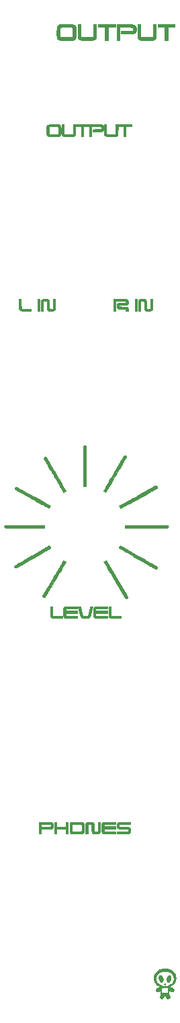
<source format=gto>
G04 #@! TF.GenerationSoftware,KiCad,Pcbnew,(5.0.0-rc2)*
G04 #@! TF.CreationDate,2020-07-08T19:37:13+03:00*
G04 #@! TF.ProjectId,OUTPNL2,4F5554504E4C322E6B696361645F7063,rev?*
G04 #@! TF.SameCoordinates,PX2887fa0PY9d5b340*
G04 #@! TF.FileFunction,Legend,Top*
G04 #@! TF.FilePolarity,Positive*
%FSLAX46Y46*%
G04 Gerber Fmt 4.6, Leading zero omitted, Abs format (unit mm)*
G04 Created by KiCad (PCBNEW (5.0.0-rc2)) date Wed Jul  8 19:37:13 2020*
%MOMM*%
%LPD*%
G01*
G04 APERTURE LIST*
%ADD10C,0.010000*%
G04 APERTURE END LIST*
D10*
G04 #@! TO.C,G\002A\002A\002A*
G36*
X25815133Y6395804D02*
X25856150Y6373128D01*
X25891586Y6334628D01*
X25921670Y6280160D01*
X25930263Y6259180D01*
X25936727Y6239524D01*
X25941219Y6217853D01*
X25944045Y6190747D01*
X25945515Y6154786D01*
X25945935Y6106551D01*
X25945889Y6085671D01*
X25945436Y6033759D01*
X25944230Y5994640D01*
X25941779Y5964184D01*
X25937593Y5938257D01*
X25931180Y5912729D01*
X25922050Y5883467D01*
X25921746Y5882539D01*
X25885978Y5790109D01*
X25843674Y5710047D01*
X25795781Y5644049D01*
X25777327Y5624033D01*
X25725871Y5578706D01*
X25676879Y5549742D01*
X25629548Y5536895D01*
X25583078Y5539919D01*
X25546816Y5553184D01*
X25511257Y5579334D01*
X25479184Y5619770D01*
X25452489Y5671924D01*
X25445332Y5690837D01*
X25436676Y5728195D01*
X25431485Y5777624D01*
X25429699Y5834636D01*
X25431260Y5894746D01*
X25436109Y5953467D01*
X25444185Y6006313D01*
X25449821Y6030656D01*
X25474757Y6106216D01*
X25507114Y6177660D01*
X25545294Y6242798D01*
X25587696Y6299440D01*
X25632721Y6345397D01*
X25678770Y6378479D01*
X25715450Y6394255D01*
X25768309Y6402799D01*
X25815133Y6395804D01*
X25815133Y6395804D01*
G37*
X25815133Y6395804D02*
X25856150Y6373128D01*
X25891586Y6334628D01*
X25921670Y6280160D01*
X25930263Y6259180D01*
X25936727Y6239524D01*
X25941219Y6217853D01*
X25944045Y6190747D01*
X25945515Y6154786D01*
X25945935Y6106551D01*
X25945889Y6085671D01*
X25945436Y6033759D01*
X25944230Y5994640D01*
X25941779Y5964184D01*
X25937593Y5938257D01*
X25931180Y5912729D01*
X25922050Y5883467D01*
X25921746Y5882539D01*
X25885978Y5790109D01*
X25843674Y5710047D01*
X25795781Y5644049D01*
X25777327Y5624033D01*
X25725871Y5578706D01*
X25676879Y5549742D01*
X25629548Y5536895D01*
X25583078Y5539919D01*
X25546816Y5553184D01*
X25511257Y5579334D01*
X25479184Y5619770D01*
X25452489Y5671924D01*
X25445332Y5690837D01*
X25436676Y5728195D01*
X25431485Y5777624D01*
X25429699Y5834636D01*
X25431260Y5894746D01*
X25436109Y5953467D01*
X25444185Y6006313D01*
X25449821Y6030656D01*
X25474757Y6106216D01*
X25507114Y6177660D01*
X25545294Y6242798D01*
X25587696Y6299440D01*
X25632721Y6345397D01*
X25678770Y6378479D01*
X25715450Y6394255D01*
X25768309Y6402799D01*
X25815133Y6395804D01*
G36*
X24641578Y6402549D02*
X24695317Y6382658D01*
X24746981Y6347654D01*
X24795481Y6299323D01*
X24839729Y6239450D01*
X24878634Y6169822D01*
X24911108Y6092226D01*
X24936062Y6008446D01*
X24952408Y5920268D01*
X24956066Y5886771D01*
X24957158Y5816826D01*
X24948785Y5748497D01*
X24931937Y5684976D01*
X24907600Y5629452D01*
X24876762Y5585117D01*
X24856781Y5566174D01*
X24815475Y5543834D01*
X24768825Y5536654D01*
X24719358Y5544808D01*
X24693768Y5554970D01*
X24645645Y5586011D01*
X24598553Y5631502D01*
X24554147Y5688973D01*
X24514079Y5755959D01*
X24480006Y5829991D01*
X24453579Y5908602D01*
X24451481Y5916394D01*
X24438170Y5984284D01*
X24431582Y6057768D01*
X24431729Y6131444D01*
X24438622Y6199909D01*
X24450723Y6252987D01*
X24473844Y6306935D01*
X24505081Y6350627D01*
X24542462Y6382518D01*
X24584014Y6401060D01*
X24627763Y6404709D01*
X24641578Y6402549D01*
X24641578Y6402549D01*
G37*
X24641578Y6402549D02*
X24695317Y6382658D01*
X24746981Y6347654D01*
X24795481Y6299323D01*
X24839729Y6239450D01*
X24878634Y6169822D01*
X24911108Y6092226D01*
X24936062Y6008446D01*
X24952408Y5920268D01*
X24956066Y5886771D01*
X24957158Y5816826D01*
X24948785Y5748497D01*
X24931937Y5684976D01*
X24907600Y5629452D01*
X24876762Y5585117D01*
X24856781Y5566174D01*
X24815475Y5543834D01*
X24768825Y5536654D01*
X24719358Y5544808D01*
X24693768Y5554970D01*
X24645645Y5586011D01*
X24598553Y5631502D01*
X24554147Y5688973D01*
X24514079Y5755959D01*
X24480006Y5829991D01*
X24453579Y5908602D01*
X24451481Y5916394D01*
X24438170Y5984284D01*
X24431582Y6057768D01*
X24431729Y6131444D01*
X24438622Y6199909D01*
X24450723Y6252987D01*
X24473844Y6306935D01*
X24505081Y6350627D01*
X24542462Y6382518D01*
X24584014Y6401060D01*
X24627763Y6404709D01*
X24641578Y6402549D01*
G36*
X25211621Y5349369D02*
X25241307Y5335629D01*
X25264981Y5309608D01*
X25269512Y5301143D01*
X25278156Y5266671D01*
X25272637Y5235015D01*
X25255719Y5208592D01*
X25230161Y5189820D01*
X25198726Y5181115D01*
X25164174Y5184894D01*
X25145637Y5192732D01*
X25121387Y5214871D01*
X25108236Y5246323D01*
X25108045Y5282214D01*
X25109293Y5287850D01*
X25124760Y5320066D01*
X25149521Y5341270D01*
X25179751Y5351143D01*
X25211621Y5349369D01*
X25211621Y5349369D01*
G37*
X25211621Y5349369D02*
X25241307Y5335629D01*
X25264981Y5309608D01*
X25269512Y5301143D01*
X25278156Y5266671D01*
X25272637Y5235015D01*
X25255719Y5208592D01*
X25230161Y5189820D01*
X25198726Y5181115D01*
X25164174Y5184894D01*
X25145637Y5192732D01*
X25121387Y5214871D01*
X25108236Y5246323D01*
X25108045Y5282214D01*
X25109293Y5287850D01*
X25124760Y5320066D01*
X25149521Y5341270D01*
X25179751Y5351143D01*
X25211621Y5349369D01*
G36*
X26466944Y125899866D02*
X25552849Y125899866D01*
X25552849Y124266344D01*
X25180440Y124266344D01*
X25180440Y125899866D01*
X24274808Y125899866D01*
X24274808Y126255348D01*
X26466944Y126255348D01*
X26466944Y125899866D01*
X26466944Y125899866D01*
G37*
X26466944Y125899866D02*
X25552849Y125899866D01*
X25552849Y124266344D01*
X25180440Y124266344D01*
X25180440Y125899866D01*
X24274808Y125899866D01*
X24274808Y126255348D01*
X26466944Y126255348D01*
X26466944Y125899866D01*
G36*
X22135401Y125468400D02*
X22137687Y124681453D01*
X22161155Y124657987D01*
X22184623Y124634522D01*
X23648099Y124634522D01*
X23695035Y124681454D01*
X23697279Y125468401D01*
X23699524Y126255348D01*
X24071676Y126255348D01*
X24071616Y125461862D01*
X24071596Y125327869D01*
X24071541Y125209701D01*
X24071431Y125106254D01*
X24071243Y125016426D01*
X24070955Y124939113D01*
X24070545Y124873212D01*
X24069993Y124817621D01*
X24069275Y124771236D01*
X24068370Y124732954D01*
X24067257Y124701671D01*
X24065913Y124676286D01*
X24064317Y124655695D01*
X24062447Y124638795D01*
X24060281Y124624482D01*
X24057797Y124611654D01*
X24054974Y124599207D01*
X24054518Y124597298D01*
X24029158Y124516788D01*
X23994190Y124449258D01*
X23948423Y124393499D01*
X23890667Y124348302D01*
X23819731Y124312456D01*
X23751354Y124289322D01*
X23739747Y124286139D01*
X23728243Y124283346D01*
X23715699Y124280917D01*
X23700975Y124278822D01*
X23682927Y124277034D01*
X23660415Y124275525D01*
X23632297Y124274267D01*
X23597430Y124273230D01*
X23554674Y124272388D01*
X23502885Y124271712D01*
X23440923Y124271175D01*
X23367645Y124270747D01*
X23281910Y124270401D01*
X23182576Y124270108D01*
X23068500Y124269842D01*
X22950216Y124269596D01*
X22838703Y124269452D01*
X22731101Y124269473D01*
X22628745Y124269650D01*
X22532970Y124269972D01*
X22445112Y124270430D01*
X22366504Y124271014D01*
X22298483Y124271716D01*
X22242383Y124272525D01*
X22199540Y124273433D01*
X22171288Y124274428D01*
X22160479Y124275228D01*
X22067575Y124294026D01*
X21986955Y124323900D01*
X21918873Y124364687D01*
X21863584Y124416226D01*
X21821339Y124478355D01*
X21811817Y124497769D01*
X21803578Y124516047D01*
X21796282Y124533105D01*
X21789872Y124550038D01*
X21784291Y124567941D01*
X21779481Y124587912D01*
X21775385Y124611045D01*
X21771946Y124638437D01*
X21769105Y124671183D01*
X21766807Y124710379D01*
X21764993Y124757121D01*
X21763607Y124812505D01*
X21762590Y124877626D01*
X21761886Y124953581D01*
X21761437Y125041465D01*
X21761185Y125142374D01*
X21761074Y125257404D01*
X21761047Y125387650D01*
X21761046Y125467853D01*
X21761046Y126255348D01*
X22133114Y126255348D01*
X22135401Y125468400D01*
X22135401Y125468400D01*
G37*
X22135401Y125468400D02*
X22137687Y124681453D01*
X22161155Y124657987D01*
X22184623Y124634522D01*
X23648099Y124634522D01*
X23695035Y124681454D01*
X23697279Y125468401D01*
X23699524Y126255348D01*
X24071676Y126255348D01*
X24071616Y125461862D01*
X24071596Y125327869D01*
X24071541Y125209701D01*
X24071431Y125106254D01*
X24071243Y125016426D01*
X24070955Y124939113D01*
X24070545Y124873212D01*
X24069993Y124817621D01*
X24069275Y124771236D01*
X24068370Y124732954D01*
X24067257Y124701671D01*
X24065913Y124676286D01*
X24064317Y124655695D01*
X24062447Y124638795D01*
X24060281Y124624482D01*
X24057797Y124611654D01*
X24054974Y124599207D01*
X24054518Y124597298D01*
X24029158Y124516788D01*
X23994190Y124449258D01*
X23948423Y124393499D01*
X23890667Y124348302D01*
X23819731Y124312456D01*
X23751354Y124289322D01*
X23739747Y124286139D01*
X23728243Y124283346D01*
X23715699Y124280917D01*
X23700975Y124278822D01*
X23682927Y124277034D01*
X23660415Y124275525D01*
X23632297Y124274267D01*
X23597430Y124273230D01*
X23554674Y124272388D01*
X23502885Y124271712D01*
X23440923Y124271175D01*
X23367645Y124270747D01*
X23281910Y124270401D01*
X23182576Y124270108D01*
X23068500Y124269842D01*
X22950216Y124269596D01*
X22838703Y124269452D01*
X22731101Y124269473D01*
X22628745Y124269650D01*
X22532970Y124269972D01*
X22445112Y124270430D01*
X22366504Y124271014D01*
X22298483Y124271716D01*
X22242383Y124272525D01*
X22199540Y124273433D01*
X22171288Y124274428D01*
X22160479Y124275228D01*
X22067575Y124294026D01*
X21986955Y124323900D01*
X21918873Y124364687D01*
X21863584Y124416226D01*
X21821339Y124478355D01*
X21811817Y124497769D01*
X21803578Y124516047D01*
X21796282Y124533105D01*
X21789872Y124550038D01*
X21784291Y124567941D01*
X21779481Y124587912D01*
X21775385Y124611045D01*
X21771946Y124638437D01*
X21769105Y124671183D01*
X21766807Y124710379D01*
X21764993Y124757121D01*
X21763607Y124812505D01*
X21762590Y124877626D01*
X21761886Y124953581D01*
X21761437Y125041465D01*
X21761185Y125142374D01*
X21761074Y125257404D01*
X21761047Y125387650D01*
X21761046Y125467853D01*
X21761046Y126255348D01*
X22133114Y126255348D01*
X22135401Y125468400D01*
G36*
X20146567Y126253378D02*
X21138953Y126250874D01*
X21205326Y126232099D01*
X21297300Y126199312D01*
X21375809Y126156553D01*
X21441437Y126103289D01*
X21494772Y126038986D01*
X21536398Y125963114D01*
X21555307Y125913894D01*
X21563029Y125889993D01*
X21568807Y125868973D01*
X21572929Y125847802D01*
X21575684Y125823450D01*
X21577357Y125792883D01*
X21578237Y125753070D01*
X21578611Y125700979D01*
X21578703Y125667111D01*
X21578569Y125602604D01*
X21577745Y125552158D01*
X21576051Y125512913D01*
X21573310Y125482009D01*
X21569340Y125456587D01*
X21564120Y125434355D01*
X21533865Y125348603D01*
X21492820Y125275505D01*
X21440291Y125214370D01*
X21375585Y125164513D01*
X21298009Y125125244D01*
X21229039Y125101782D01*
X21217477Y125098606D01*
X21205980Y125095817D01*
X21193410Y125093384D01*
X21178632Y125091279D01*
X21160509Y125089471D01*
X21137905Y125087932D01*
X21109685Y125086633D01*
X21074711Y125085542D01*
X21031848Y125084632D01*
X20979960Y125083873D01*
X20917910Y125083234D01*
X20844563Y125082688D01*
X20758781Y125082203D01*
X20659430Y125081752D01*
X20545372Y125081304D01*
X20421642Y125080852D01*
X19678940Y125078180D01*
X19678940Y125433803D01*
X20387787Y125436195D01*
X20513718Y125436626D01*
X20623847Y125437036D01*
X20719304Y125437455D01*
X20801213Y125437913D01*
X20870704Y125438440D01*
X20928902Y125439068D01*
X20976934Y125439827D01*
X21015928Y125440748D01*
X21047011Y125441861D01*
X21071309Y125443197D01*
X21089950Y125444786D01*
X21104061Y125446659D01*
X21114768Y125448847D01*
X21123199Y125451380D01*
X21130481Y125454289D01*
X21135331Y125456488D01*
X21159953Y125469891D01*
X21178286Y125485847D01*
X21191213Y125506923D01*
X21199620Y125535685D01*
X21204390Y125574699D01*
X21206407Y125626530D01*
X21206664Y125663510D01*
X21206532Y125711861D01*
X21205819Y125746591D01*
X21204054Y125771007D01*
X21200762Y125788417D01*
X21195470Y125802128D01*
X21187705Y125815446D01*
X21184144Y125820885D01*
X21157107Y125851381D01*
X21120826Y125873233D01*
X21072338Y125888033D01*
X21052049Y125891822D01*
X21035913Y125893080D01*
X21004043Y125894268D01*
X20957636Y125895374D01*
X20897884Y125896385D01*
X20825984Y125897290D01*
X20743130Y125898076D01*
X20650517Y125898731D01*
X20549339Y125899243D01*
X20440791Y125899600D01*
X20326067Y125899789D01*
X20265061Y125899817D01*
X19526591Y125899866D01*
X19526591Y124266344D01*
X19154182Y124266344D01*
X19154182Y126255881D01*
X20146567Y126253378D01*
X20146567Y126253378D01*
G37*
X20146567Y126253378D02*
X21138953Y126250874D01*
X21205326Y126232099D01*
X21297300Y126199312D01*
X21375809Y126156553D01*
X21441437Y126103289D01*
X21494772Y126038986D01*
X21536398Y125963114D01*
X21555307Y125913894D01*
X21563029Y125889993D01*
X21568807Y125868973D01*
X21572929Y125847802D01*
X21575684Y125823450D01*
X21577357Y125792883D01*
X21578237Y125753070D01*
X21578611Y125700979D01*
X21578703Y125667111D01*
X21578569Y125602604D01*
X21577745Y125552158D01*
X21576051Y125512913D01*
X21573310Y125482009D01*
X21569340Y125456587D01*
X21564120Y125434355D01*
X21533865Y125348603D01*
X21492820Y125275505D01*
X21440291Y125214370D01*
X21375585Y125164513D01*
X21298009Y125125244D01*
X21229039Y125101782D01*
X21217477Y125098606D01*
X21205980Y125095817D01*
X21193410Y125093384D01*
X21178632Y125091279D01*
X21160509Y125089471D01*
X21137905Y125087932D01*
X21109685Y125086633D01*
X21074711Y125085542D01*
X21031848Y125084632D01*
X20979960Y125083873D01*
X20917910Y125083234D01*
X20844563Y125082688D01*
X20758781Y125082203D01*
X20659430Y125081752D01*
X20545372Y125081304D01*
X20421642Y125080852D01*
X19678940Y125078180D01*
X19678940Y125433803D01*
X20387787Y125436195D01*
X20513718Y125436626D01*
X20623847Y125437036D01*
X20719304Y125437455D01*
X20801213Y125437913D01*
X20870704Y125438440D01*
X20928902Y125439068D01*
X20976934Y125439827D01*
X21015928Y125440748D01*
X21047011Y125441861D01*
X21071309Y125443197D01*
X21089950Y125444786D01*
X21104061Y125446659D01*
X21114768Y125448847D01*
X21123199Y125451380D01*
X21130481Y125454289D01*
X21135331Y125456488D01*
X21159953Y125469891D01*
X21178286Y125485847D01*
X21191213Y125506923D01*
X21199620Y125535685D01*
X21204390Y125574699D01*
X21206407Y125626530D01*
X21206664Y125663510D01*
X21206532Y125711861D01*
X21205819Y125746591D01*
X21204054Y125771007D01*
X21200762Y125788417D01*
X21195470Y125802128D01*
X21187705Y125815446D01*
X21184144Y125820885D01*
X21157107Y125851381D01*
X21120826Y125873233D01*
X21072338Y125888033D01*
X21052049Y125891822D01*
X21035913Y125893080D01*
X21004043Y125894268D01*
X20957636Y125895374D01*
X20897884Y125896385D01*
X20825984Y125897290D01*
X20743130Y125898076D01*
X20650517Y125898731D01*
X20549339Y125899243D01*
X20440791Y125899600D01*
X20326067Y125899789D01*
X20265061Y125899817D01*
X19526591Y125899866D01*
X19526591Y124266344D01*
X19154182Y124266344D01*
X19154182Y126255881D01*
X20146567Y126253378D01*
G36*
X18942585Y125899866D02*
X18028490Y125899866D01*
X18028490Y124266344D01*
X17656081Y124266344D01*
X17656081Y125899866D01*
X16750450Y125899866D01*
X16750450Y126255348D01*
X18942585Y126255348D01*
X18942585Y125899866D01*
X18942585Y125899866D01*
G37*
X18942585Y125899866D02*
X18028490Y125899866D01*
X18028490Y124266344D01*
X17656081Y124266344D01*
X17656081Y125899866D01*
X16750450Y125899866D01*
X16750450Y126255348D01*
X18942585Y126255348D01*
X18942585Y125899866D01*
G36*
X14610920Y125474558D02*
X14611384Y125337336D01*
X14611887Y125216116D01*
X14612446Y125109971D01*
X14613077Y125017977D01*
X14613795Y124939207D01*
X14614616Y124872736D01*
X14615556Y124817637D01*
X14616631Y124772985D01*
X14617857Y124737854D01*
X14619249Y124711319D01*
X14620823Y124692453D01*
X14622595Y124680330D01*
X14624580Y124674025D01*
X14624590Y124674008D01*
X14628964Y124666425D01*
X14633607Y124659774D01*
X14639594Y124653994D01*
X14648000Y124649022D01*
X14659901Y124644800D01*
X14676371Y124641264D01*
X14698487Y124638355D01*
X14727323Y124636012D01*
X14763955Y124634172D01*
X14809457Y124632776D01*
X14864906Y124631762D01*
X14931377Y124631070D01*
X15009944Y124630637D01*
X15101683Y124630403D01*
X15207670Y124630308D01*
X15328980Y124630289D01*
X15394699Y124630290D01*
X15536063Y124630377D01*
X15660968Y124630645D01*
X15769883Y124631098D01*
X15863274Y124631743D01*
X15941611Y124632586D01*
X16005360Y124633633D01*
X16054991Y124634889D01*
X16090971Y124636361D01*
X16113768Y124638056D01*
X16123119Y124639671D01*
X16131721Y124642467D01*
X16139316Y124645165D01*
X16145965Y124648776D01*
X16151733Y124654313D01*
X16156681Y124662786D01*
X16160872Y124675206D01*
X16164369Y124692586D01*
X16167234Y124715935D01*
X16169529Y124746266D01*
X16171319Y124784590D01*
X16172664Y124831918D01*
X16173628Y124889261D01*
X16174273Y124957630D01*
X16174662Y125038038D01*
X16174857Y125131495D01*
X16174922Y125239012D01*
X16174918Y125361602D01*
X16174908Y125476254D01*
X16174908Y126255348D01*
X16556578Y126255348D01*
X16553568Y125453399D01*
X16553031Y125316980D01*
X16552492Y125196440D01*
X16551931Y125090732D01*
X16551327Y124998807D01*
X16550660Y124919617D01*
X16549908Y124852115D01*
X16549052Y124795251D01*
X16548070Y124747978D01*
X16546942Y124709248D01*
X16545648Y124678012D01*
X16544167Y124653222D01*
X16542478Y124633831D01*
X16540561Y124618790D01*
X16538395Y124607050D01*
X16536817Y124600593D01*
X16508393Y124517280D01*
X16471290Y124447532D01*
X16424495Y124390512D01*
X16367001Y124345384D01*
X16297798Y124311309D01*
X16215874Y124287450D01*
X16144876Y124275684D01*
X16123514Y124274146D01*
X16086876Y124272766D01*
X16036579Y124271543D01*
X15974238Y124270478D01*
X15901471Y124269569D01*
X15819892Y124268817D01*
X15731118Y124268221D01*
X15636766Y124267782D01*
X15538450Y124267497D01*
X15437788Y124267369D01*
X15336395Y124267395D01*
X15235888Y124267575D01*
X15137882Y124267910D01*
X15043994Y124268399D01*
X14955839Y124269042D01*
X14875034Y124269838D01*
X14803196Y124270787D01*
X14741939Y124271889D01*
X14692880Y124273143D01*
X14657635Y124274549D01*
X14638720Y124275986D01*
X14547605Y124293167D01*
X14469779Y124320235D01*
X14404432Y124357708D01*
X14350753Y124406105D01*
X14307931Y124465944D01*
X14291250Y124498333D01*
X14282424Y124517652D01*
X14274606Y124535872D01*
X14267733Y124554092D01*
X14261745Y124573411D01*
X14256582Y124594930D01*
X14252181Y124619747D01*
X14248483Y124648964D01*
X14245425Y124683679D01*
X14242947Y124724992D01*
X14240989Y124774003D01*
X14239488Y124831811D01*
X14238385Y124899517D01*
X14237618Y124978219D01*
X14237125Y125069018D01*
X14236847Y125173013D01*
X14236722Y125291304D01*
X14236689Y125424991D01*
X14236687Y125482015D01*
X14236687Y126255348D01*
X14608511Y126255348D01*
X14610920Y125474558D01*
X14610920Y125474558D01*
G37*
X14610920Y125474558D02*
X14611384Y125337336D01*
X14611887Y125216116D01*
X14612446Y125109971D01*
X14613077Y125017977D01*
X14613795Y124939207D01*
X14614616Y124872736D01*
X14615556Y124817637D01*
X14616631Y124772985D01*
X14617857Y124737854D01*
X14619249Y124711319D01*
X14620823Y124692453D01*
X14622595Y124680330D01*
X14624580Y124674025D01*
X14624590Y124674008D01*
X14628964Y124666425D01*
X14633607Y124659774D01*
X14639594Y124653994D01*
X14648000Y124649022D01*
X14659901Y124644800D01*
X14676371Y124641264D01*
X14698487Y124638355D01*
X14727323Y124636012D01*
X14763955Y124634172D01*
X14809457Y124632776D01*
X14864906Y124631762D01*
X14931377Y124631070D01*
X15009944Y124630637D01*
X15101683Y124630403D01*
X15207670Y124630308D01*
X15328980Y124630289D01*
X15394699Y124630290D01*
X15536063Y124630377D01*
X15660968Y124630645D01*
X15769883Y124631098D01*
X15863274Y124631743D01*
X15941611Y124632586D01*
X16005360Y124633633D01*
X16054991Y124634889D01*
X16090971Y124636361D01*
X16113768Y124638056D01*
X16123119Y124639671D01*
X16131721Y124642467D01*
X16139316Y124645165D01*
X16145965Y124648776D01*
X16151733Y124654313D01*
X16156681Y124662786D01*
X16160872Y124675206D01*
X16164369Y124692586D01*
X16167234Y124715935D01*
X16169529Y124746266D01*
X16171319Y124784590D01*
X16172664Y124831918D01*
X16173628Y124889261D01*
X16174273Y124957630D01*
X16174662Y125038038D01*
X16174857Y125131495D01*
X16174922Y125239012D01*
X16174918Y125361602D01*
X16174908Y125476254D01*
X16174908Y126255348D01*
X16556578Y126255348D01*
X16553568Y125453399D01*
X16553031Y125316980D01*
X16552492Y125196440D01*
X16551931Y125090732D01*
X16551327Y124998807D01*
X16550660Y124919617D01*
X16549908Y124852115D01*
X16549052Y124795251D01*
X16548070Y124747978D01*
X16546942Y124709248D01*
X16545648Y124678012D01*
X16544167Y124653222D01*
X16542478Y124633831D01*
X16540561Y124618790D01*
X16538395Y124607050D01*
X16536817Y124600593D01*
X16508393Y124517280D01*
X16471290Y124447532D01*
X16424495Y124390512D01*
X16367001Y124345384D01*
X16297798Y124311309D01*
X16215874Y124287450D01*
X16144876Y124275684D01*
X16123514Y124274146D01*
X16086876Y124272766D01*
X16036579Y124271543D01*
X15974238Y124270478D01*
X15901471Y124269569D01*
X15819892Y124268817D01*
X15731118Y124268221D01*
X15636766Y124267782D01*
X15538450Y124267497D01*
X15437788Y124267369D01*
X15336395Y124267395D01*
X15235888Y124267575D01*
X15137882Y124267910D01*
X15043994Y124268399D01*
X14955839Y124269042D01*
X14875034Y124269838D01*
X14803196Y124270787D01*
X14741939Y124271889D01*
X14692880Y124273143D01*
X14657635Y124274549D01*
X14638720Y124275986D01*
X14547605Y124293167D01*
X14469779Y124320235D01*
X14404432Y124357708D01*
X14350753Y124406105D01*
X14307931Y124465944D01*
X14291250Y124498333D01*
X14282424Y124517652D01*
X14274606Y124535872D01*
X14267733Y124554092D01*
X14261745Y124573411D01*
X14256582Y124594930D01*
X14252181Y124619747D01*
X14248483Y124648964D01*
X14245425Y124683679D01*
X14242947Y124724992D01*
X14240989Y124774003D01*
X14239488Y124831811D01*
X14238385Y124899517D01*
X14237618Y124978219D01*
X14237125Y125069018D01*
X14236847Y125173013D01*
X14236722Y125291304D01*
X14236689Y125424991D01*
X14236687Y125482015D01*
X14236687Y126255348D01*
X14608511Y126255348D01*
X14610920Y125474558D01*
G36*
X13150272Y126253916D02*
X13257579Y126253606D01*
X13348910Y126253018D01*
X13424502Y126252152D01*
X13484594Y126251005D01*
X13529422Y126249575D01*
X13559224Y126247860D01*
X13568044Y126246964D01*
X13662826Y126229183D01*
X13744000Y126201584D01*
X13812146Y126163581D01*
X13867845Y126114588D01*
X13911676Y126054020D01*
X13944220Y125981292D01*
X13966057Y125895817D01*
X13974404Y125836827D01*
X13976159Y125811058D01*
X13977694Y125770413D01*
X13979012Y125716831D01*
X13980111Y125652249D01*
X13980994Y125578606D01*
X13981660Y125497840D01*
X13982110Y125411888D01*
X13982344Y125322689D01*
X13982363Y125232180D01*
X13982168Y125142300D01*
X13981759Y125054987D01*
X13981136Y124972179D01*
X13980300Y124895813D01*
X13979252Y124827829D01*
X13977993Y124770163D01*
X13976521Y124724754D01*
X13974839Y124693540D01*
X13974090Y124685305D01*
X13958214Y124591890D01*
X13932633Y124511939D01*
X13896625Y124444568D01*
X13849469Y124388895D01*
X13790442Y124344034D01*
X13718822Y124309103D01*
X13648450Y124286800D01*
X13637365Y124284198D01*
X13624926Y124281903D01*
X13610040Y124279896D01*
X13591610Y124278152D01*
X13568542Y124276651D01*
X13539742Y124275371D01*
X13504114Y124274291D01*
X13460563Y124273387D01*
X13407995Y124272640D01*
X13345315Y124272026D01*
X13271427Y124271524D01*
X13185237Y124271113D01*
X13085650Y124270770D01*
X12971571Y124270475D01*
X12841905Y124270204D01*
X12810530Y124270144D01*
X12696532Y124269966D01*
X12586921Y124269863D01*
X12482938Y124269832D01*
X12385825Y124269871D01*
X12296825Y124269977D01*
X12217180Y124270148D01*
X12148131Y124270380D01*
X12090920Y124270671D01*
X12046790Y124271018D01*
X12016983Y124271418D01*
X12002741Y124271869D01*
X12002232Y124271916D01*
X11906098Y124287997D01*
X11823360Y124314042D01*
X11753443Y124350459D01*
X11695769Y124397655D01*
X11649764Y124456039D01*
X11614852Y124526017D01*
X11605299Y124552852D01*
X11598368Y124576073D01*
X11592373Y124600869D01*
X11587260Y124628533D01*
X11582975Y124660361D01*
X11579462Y124697646D01*
X11576666Y124741685D01*
X11574533Y124793770D01*
X11573008Y124855197D01*
X11572036Y124927262D01*
X11571862Y124958141D01*
X11952427Y124958141D01*
X11952615Y124886298D01*
X11953219Y124826644D01*
X11954338Y124777994D01*
X11956069Y124739164D01*
X11958510Y124708969D01*
X11961759Y124686224D01*
X11965913Y124669744D01*
X11971070Y124658345D01*
X11977329Y124650842D01*
X11984786Y124646051D01*
X11993540Y124642787D01*
X12003687Y124639864D01*
X12004455Y124639641D01*
X12017597Y124638297D01*
X12046815Y124637085D01*
X12091254Y124636013D01*
X12150063Y124635088D01*
X12222390Y124634317D01*
X12307382Y124633707D01*
X12404185Y124633265D01*
X12511949Y124632998D01*
X12629820Y124632914D01*
X12756946Y124633020D01*
X12791296Y124633079D01*
X13550736Y124634522D01*
X13574202Y124657989D01*
X13597667Y124681457D01*
X13597667Y125246227D01*
X13597653Y125357876D01*
X13597587Y125453854D01*
X13597435Y125535416D01*
X13597159Y125603819D01*
X13596726Y125660319D01*
X13596098Y125706172D01*
X13595242Y125742634D01*
X13594121Y125770962D01*
X13592700Y125792411D01*
X13590943Y125808237D01*
X13588815Y125819697D01*
X13586281Y125828047D01*
X13583304Y125834544D01*
X13580924Y125838683D01*
X13562324Y125860142D01*
X13536788Y125879241D01*
X13529585Y125883119D01*
X13523063Y125886071D01*
X13515750Y125888654D01*
X13506535Y125890893D01*
X13494309Y125892813D01*
X13477961Y125894437D01*
X13456382Y125895791D01*
X13428461Y125896900D01*
X13393089Y125897787D01*
X13349156Y125898477D01*
X13295551Y125898995D01*
X13231166Y125899366D01*
X13154889Y125899613D01*
X13065611Y125899763D01*
X12962222Y125899838D01*
X12843612Y125899864D01*
X12773165Y125899866D01*
X12642524Y125899882D01*
X12527734Y125899879D01*
X12427719Y125899785D01*
X12341403Y125899528D01*
X12267710Y125899034D01*
X12205563Y125898232D01*
X12153886Y125897048D01*
X12111602Y125895410D01*
X12077636Y125893245D01*
X12050911Y125890480D01*
X12030351Y125887043D01*
X12014880Y125882860D01*
X12003421Y125877860D01*
X11994898Y125871970D01*
X11988234Y125865116D01*
X11982355Y125857226D01*
X11976182Y125848228D01*
X11974558Y125845924D01*
X11955681Y125819460D01*
X11953389Y125258651D01*
X11952912Y125143133D01*
X11952559Y125043358D01*
X11952427Y124958141D01*
X11571862Y124958141D01*
X11571562Y125011257D01*
X11571532Y125108478D01*
X11571890Y125220220D01*
X11572466Y125328557D01*
X11573138Y125437896D01*
X11573776Y125531686D01*
X11574429Y125611301D01*
X11575147Y125678121D01*
X11575977Y125733522D01*
X11576970Y125778880D01*
X11578175Y125815574D01*
X11579639Y125844980D01*
X11581414Y125868475D01*
X11583546Y125887437D01*
X11586087Y125903242D01*
X11589083Y125917268D01*
X11592586Y125930891D01*
X11594121Y125936469D01*
X11623734Y126018019D01*
X11663970Y126086641D01*
X11715477Y126142955D01*
X11778904Y126187584D01*
X11854900Y126221148D01*
X11907050Y126236295D01*
X11918483Y126238718D01*
X11932401Y126240863D01*
X11949889Y126242752D01*
X11972033Y126244408D01*
X11999920Y126245853D01*
X12034636Y126247109D01*
X12077265Y126248198D01*
X12128896Y126249143D01*
X12190613Y126249967D01*
X12263502Y126250690D01*
X12348650Y126251336D01*
X12447143Y126251927D01*
X12560066Y126252486D01*
X12688506Y126253034D01*
X12730123Y126253199D01*
X12886782Y126253711D01*
X13026752Y126253950D01*
X13150272Y126253916D01*
X13150272Y126253916D01*
G37*
X13150272Y126253916D02*
X13257579Y126253606D01*
X13348910Y126253018D01*
X13424502Y126252152D01*
X13484594Y126251005D01*
X13529422Y126249575D01*
X13559224Y126247860D01*
X13568044Y126246964D01*
X13662826Y126229183D01*
X13744000Y126201584D01*
X13812146Y126163581D01*
X13867845Y126114588D01*
X13911676Y126054020D01*
X13944220Y125981292D01*
X13966057Y125895817D01*
X13974404Y125836827D01*
X13976159Y125811058D01*
X13977694Y125770413D01*
X13979012Y125716831D01*
X13980111Y125652249D01*
X13980994Y125578606D01*
X13981660Y125497840D01*
X13982110Y125411888D01*
X13982344Y125322689D01*
X13982363Y125232180D01*
X13982168Y125142300D01*
X13981759Y125054987D01*
X13981136Y124972179D01*
X13980300Y124895813D01*
X13979252Y124827829D01*
X13977993Y124770163D01*
X13976521Y124724754D01*
X13974839Y124693540D01*
X13974090Y124685305D01*
X13958214Y124591890D01*
X13932633Y124511939D01*
X13896625Y124444568D01*
X13849469Y124388895D01*
X13790442Y124344034D01*
X13718822Y124309103D01*
X13648450Y124286800D01*
X13637365Y124284198D01*
X13624926Y124281903D01*
X13610040Y124279896D01*
X13591610Y124278152D01*
X13568542Y124276651D01*
X13539742Y124275371D01*
X13504114Y124274291D01*
X13460563Y124273387D01*
X13407995Y124272640D01*
X13345315Y124272026D01*
X13271427Y124271524D01*
X13185237Y124271113D01*
X13085650Y124270770D01*
X12971571Y124270475D01*
X12841905Y124270204D01*
X12810530Y124270144D01*
X12696532Y124269966D01*
X12586921Y124269863D01*
X12482938Y124269832D01*
X12385825Y124269871D01*
X12296825Y124269977D01*
X12217180Y124270148D01*
X12148131Y124270380D01*
X12090920Y124270671D01*
X12046790Y124271018D01*
X12016983Y124271418D01*
X12002741Y124271869D01*
X12002232Y124271916D01*
X11906098Y124287997D01*
X11823360Y124314042D01*
X11753443Y124350459D01*
X11695769Y124397655D01*
X11649764Y124456039D01*
X11614852Y124526017D01*
X11605299Y124552852D01*
X11598368Y124576073D01*
X11592373Y124600869D01*
X11587260Y124628533D01*
X11582975Y124660361D01*
X11579462Y124697646D01*
X11576666Y124741685D01*
X11574533Y124793770D01*
X11573008Y124855197D01*
X11572036Y124927262D01*
X11571862Y124958141D01*
X11952427Y124958141D01*
X11952615Y124886298D01*
X11953219Y124826644D01*
X11954338Y124777994D01*
X11956069Y124739164D01*
X11958510Y124708969D01*
X11961759Y124686224D01*
X11965913Y124669744D01*
X11971070Y124658345D01*
X11977329Y124650842D01*
X11984786Y124646051D01*
X11993540Y124642787D01*
X12003687Y124639864D01*
X12004455Y124639641D01*
X12017597Y124638297D01*
X12046815Y124637085D01*
X12091254Y124636013D01*
X12150063Y124635088D01*
X12222390Y124634317D01*
X12307382Y124633707D01*
X12404185Y124633265D01*
X12511949Y124632998D01*
X12629820Y124632914D01*
X12756946Y124633020D01*
X12791296Y124633079D01*
X13550736Y124634522D01*
X13574202Y124657989D01*
X13597667Y124681457D01*
X13597667Y125246227D01*
X13597653Y125357876D01*
X13597587Y125453854D01*
X13597435Y125535416D01*
X13597159Y125603819D01*
X13596726Y125660319D01*
X13596098Y125706172D01*
X13595242Y125742634D01*
X13594121Y125770962D01*
X13592700Y125792411D01*
X13590943Y125808237D01*
X13588815Y125819697D01*
X13586281Y125828047D01*
X13583304Y125834544D01*
X13580924Y125838683D01*
X13562324Y125860142D01*
X13536788Y125879241D01*
X13529585Y125883119D01*
X13523063Y125886071D01*
X13515750Y125888654D01*
X13506535Y125890893D01*
X13494309Y125892813D01*
X13477961Y125894437D01*
X13456382Y125895791D01*
X13428461Y125896900D01*
X13393089Y125897787D01*
X13349156Y125898477D01*
X13295551Y125898995D01*
X13231166Y125899366D01*
X13154889Y125899613D01*
X13065611Y125899763D01*
X12962222Y125899838D01*
X12843612Y125899864D01*
X12773165Y125899866D01*
X12642524Y125899882D01*
X12527734Y125899879D01*
X12427719Y125899785D01*
X12341403Y125899528D01*
X12267710Y125899034D01*
X12205563Y125898232D01*
X12153886Y125897048D01*
X12111602Y125895410D01*
X12077636Y125893245D01*
X12050911Y125890480D01*
X12030351Y125887043D01*
X12014880Y125882860D01*
X12003421Y125877860D01*
X11994898Y125871970D01*
X11988234Y125865116D01*
X11982355Y125857226D01*
X11976182Y125848228D01*
X11974558Y125845924D01*
X11955681Y125819460D01*
X11953389Y125258651D01*
X11952912Y125143133D01*
X11952559Y125043358D01*
X11952427Y124958141D01*
X11571862Y124958141D01*
X11571562Y125011257D01*
X11571532Y125108478D01*
X11571890Y125220220D01*
X11572466Y125328557D01*
X11573138Y125437896D01*
X11573776Y125531686D01*
X11574429Y125611301D01*
X11575147Y125678121D01*
X11575977Y125733522D01*
X11576970Y125778880D01*
X11578175Y125815574D01*
X11579639Y125844980D01*
X11581414Y125868475D01*
X11583546Y125887437D01*
X11586087Y125903242D01*
X11589083Y125917268D01*
X11592586Y125930891D01*
X11594121Y125936469D01*
X11623734Y126018019D01*
X11663970Y126086641D01*
X11715477Y126142955D01*
X11778904Y126187584D01*
X11854900Y126221148D01*
X11907050Y126236295D01*
X11918483Y126238718D01*
X11932401Y126240863D01*
X11949889Y126242752D01*
X11972033Y126244408D01*
X11999920Y126245853D01*
X12034636Y126247109D01*
X12077265Y126248198D01*
X12128896Y126249143D01*
X12190613Y126249967D01*
X12263502Y126250690D01*
X12348650Y126251336D01*
X12447143Y126251927D01*
X12560066Y126252486D01*
X12688506Y126253034D01*
X12730123Y126253199D01*
X12886782Y126253711D01*
X13026752Y126253950D01*
X13150272Y126253916D01*
G36*
X20973908Y113373375D02*
X20288337Y113373375D01*
X20288337Y112154582D01*
X20009030Y112154582D01*
X20009030Y113373375D01*
X19331922Y113373375D01*
X19331922Y113644218D01*
X20973908Y113644218D01*
X20973908Y113373375D01*
X20973908Y113373375D01*
G37*
X20973908Y113373375D02*
X20288337Y113373375D01*
X20288337Y112154582D01*
X20009030Y112154582D01*
X20009030Y113373375D01*
X19331922Y113373375D01*
X19331922Y113644218D01*
X20973908Y113644218D01*
X20973908Y113373375D01*
G36*
X17827307Y113046833D02*
X17827759Y112931846D01*
X17828197Y112832602D01*
X17828657Y112747912D01*
X17829175Y112676592D01*
X17829789Y112617455D01*
X17830535Y112569314D01*
X17831449Y112530985D01*
X17832567Y112501279D01*
X17833926Y112479013D01*
X17835562Y112462998D01*
X17837512Y112452050D01*
X17839813Y112444981D01*
X17842499Y112440607D01*
X17845609Y112437740D01*
X17846019Y112437436D01*
X17851594Y112434976D01*
X17861870Y112432864D01*
X17878017Y112431076D01*
X17901207Y112429587D01*
X17932609Y112428372D01*
X17973396Y112427405D01*
X18024737Y112426662D01*
X18087803Y112426119D01*
X18163764Y112425749D01*
X18253792Y112425529D01*
X18359057Y112425434D01*
X18410981Y112425425D01*
X18520808Y112425436D01*
X18614959Y112425497D01*
X18694687Y112425644D01*
X18761242Y112425914D01*
X18815877Y112426346D01*
X18859844Y112426976D01*
X18894394Y112427842D01*
X18920779Y112428981D01*
X18940252Y112430432D01*
X18954064Y112432231D01*
X18963466Y112434417D01*
X18969711Y112437025D01*
X18974051Y112440095D01*
X18976441Y112442352D01*
X18979710Y112445984D01*
X18982530Y112450670D01*
X18984931Y112457610D01*
X18986950Y112468007D01*
X18988617Y112483064D01*
X18989968Y112503980D01*
X18991035Y112531959D01*
X18991852Y112568203D01*
X18992452Y112613912D01*
X18992869Y112670289D01*
X18993135Y112738536D01*
X18993285Y112819854D01*
X18993352Y112915446D01*
X18993368Y113026512D01*
X18993369Y113051749D01*
X18993369Y113644218D01*
X19281968Y113644218D01*
X19279158Y113036937D01*
X19278594Y112920163D01*
X19278035Y112819075D01*
X19277446Y112732433D01*
X19276793Y112658997D01*
X19276042Y112597525D01*
X19275156Y112546777D01*
X19274103Y112505511D01*
X19272847Y112472488D01*
X19271353Y112446465D01*
X19269586Y112426203D01*
X19267513Y112410461D01*
X19265098Y112397998D01*
X19262307Y112387572D01*
X19260883Y112383105D01*
X19233244Y112315125D01*
X19199393Y112261632D01*
X19157322Y112220716D01*
X19105017Y112190467D01*
X19040469Y112168972D01*
X19033838Y112167366D01*
X19020763Y112164836D01*
X19003767Y112162664D01*
X18981617Y112160826D01*
X18953079Y112159301D01*
X18916921Y112158063D01*
X18871910Y112157090D01*
X18816811Y112156358D01*
X18750393Y112155843D01*
X18671421Y112155524D01*
X18578663Y112155375D01*
X18470886Y112155373D01*
X18405131Y112155426D01*
X18281146Y112155646D01*
X18173219Y112156040D01*
X18080482Y112156626D01*
X18002066Y112157418D01*
X17937103Y112158431D01*
X17884725Y112159681D01*
X17844063Y112161184D01*
X17814248Y112162955D01*
X17794412Y112165008D01*
X17786920Y112166388D01*
X17718214Y112190673D01*
X17659433Y112227125D01*
X17612119Y112274453D01*
X17577814Y112331363D01*
X17571566Y112346631D01*
X17565271Y112365307D01*
X17559796Y112386222D01*
X17555084Y112410614D01*
X17551082Y112439720D01*
X17547732Y112474777D01*
X17544981Y112517024D01*
X17542771Y112567697D01*
X17541049Y112628034D01*
X17539758Y112699272D01*
X17538843Y112782650D01*
X17538248Y112879403D01*
X17537919Y112990770D01*
X17537806Y113100416D01*
X17537587Y113644218D01*
X17825024Y113644218D01*
X17827307Y113046833D01*
X17827307Y113046833D01*
G37*
X17827307Y113046833D02*
X17827759Y112931846D01*
X17828197Y112832602D01*
X17828657Y112747912D01*
X17829175Y112676592D01*
X17829789Y112617455D01*
X17830535Y112569314D01*
X17831449Y112530985D01*
X17832567Y112501279D01*
X17833926Y112479013D01*
X17835562Y112462998D01*
X17837512Y112452050D01*
X17839813Y112444981D01*
X17842499Y112440607D01*
X17845609Y112437740D01*
X17846019Y112437436D01*
X17851594Y112434976D01*
X17861870Y112432864D01*
X17878017Y112431076D01*
X17901207Y112429587D01*
X17932609Y112428372D01*
X17973396Y112427405D01*
X18024737Y112426662D01*
X18087803Y112426119D01*
X18163764Y112425749D01*
X18253792Y112425529D01*
X18359057Y112425434D01*
X18410981Y112425425D01*
X18520808Y112425436D01*
X18614959Y112425497D01*
X18694687Y112425644D01*
X18761242Y112425914D01*
X18815877Y112426346D01*
X18859844Y112426976D01*
X18894394Y112427842D01*
X18920779Y112428981D01*
X18940252Y112430432D01*
X18954064Y112432231D01*
X18963466Y112434417D01*
X18969711Y112437025D01*
X18974051Y112440095D01*
X18976441Y112442352D01*
X18979710Y112445984D01*
X18982530Y112450670D01*
X18984931Y112457610D01*
X18986950Y112468007D01*
X18988617Y112483064D01*
X18989968Y112503980D01*
X18991035Y112531959D01*
X18991852Y112568203D01*
X18992452Y112613912D01*
X18992869Y112670289D01*
X18993135Y112738536D01*
X18993285Y112819854D01*
X18993352Y112915446D01*
X18993368Y113026512D01*
X18993369Y113051749D01*
X18993369Y113644218D01*
X19281968Y113644218D01*
X19279158Y113036937D01*
X19278594Y112920163D01*
X19278035Y112819075D01*
X19277446Y112732433D01*
X19276793Y112658997D01*
X19276042Y112597525D01*
X19275156Y112546777D01*
X19274103Y112505511D01*
X19272847Y112472488D01*
X19271353Y112446465D01*
X19269586Y112426203D01*
X19267513Y112410461D01*
X19265098Y112397998D01*
X19262307Y112387572D01*
X19260883Y112383105D01*
X19233244Y112315125D01*
X19199393Y112261632D01*
X19157322Y112220716D01*
X19105017Y112190467D01*
X19040469Y112168972D01*
X19033838Y112167366D01*
X19020763Y112164836D01*
X19003767Y112162664D01*
X18981617Y112160826D01*
X18953079Y112159301D01*
X18916921Y112158063D01*
X18871910Y112157090D01*
X18816811Y112156358D01*
X18750393Y112155843D01*
X18671421Y112155524D01*
X18578663Y112155375D01*
X18470886Y112155373D01*
X18405131Y112155426D01*
X18281146Y112155646D01*
X18173219Y112156040D01*
X18080482Y112156626D01*
X18002066Y112157418D01*
X17937103Y112158431D01*
X17884725Y112159681D01*
X17844063Y112161184D01*
X17814248Y112162955D01*
X17794412Y112165008D01*
X17786920Y112166388D01*
X17718214Y112190673D01*
X17659433Y112227125D01*
X17612119Y112274453D01*
X17577814Y112331363D01*
X17571566Y112346631D01*
X17565271Y112365307D01*
X17559796Y112386222D01*
X17555084Y112410614D01*
X17551082Y112439720D01*
X17547732Y112474777D01*
X17544981Y112517024D01*
X17542771Y112567697D01*
X17541049Y112628034D01*
X17539758Y112699272D01*
X17538843Y112782650D01*
X17538248Y112879403D01*
X17537919Y112990770D01*
X17537806Y113100416D01*
X17537587Y113644218D01*
X17825024Y113644218D01*
X17827307Y113046833D01*
G36*
X16426707Y113641834D02*
X16565352Y113641155D01*
X16687915Y113640421D01*
X16795242Y113639615D01*
X16888179Y113638722D01*
X16967572Y113637729D01*
X17034266Y113636618D01*
X17089107Y113635376D01*
X17132942Y113633987D01*
X17166615Y113632437D01*
X17190973Y113630709D01*
X17206862Y113628788D01*
X17211729Y113627794D01*
X17284862Y113602393D01*
X17349406Y113566141D01*
X17399738Y113523267D01*
X17436798Y113478895D01*
X17464622Y113432553D01*
X17484199Y113381153D01*
X17496518Y113321605D01*
X17502569Y113250823D01*
X17503607Y113198906D01*
X17502440Y113132334D01*
X17498295Y113078395D01*
X17490475Y113032949D01*
X17478287Y112991856D01*
X17462485Y112954051D01*
X17432020Y112899641D01*
X17396322Y112858024D01*
X17351665Y112825129D01*
X17336869Y112816832D01*
X17316763Y112806179D01*
X17298551Y112796979D01*
X17280873Y112789118D01*
X17262371Y112782481D01*
X17241687Y112776955D01*
X17217462Y112772424D01*
X17188337Y112768776D01*
X17152955Y112765895D01*
X17109957Y112763667D01*
X17057985Y112761979D01*
X16995679Y112760716D01*
X16921682Y112759763D01*
X16834635Y112759007D01*
X16733180Y112758333D01*
X16634072Y112757736D01*
X16081806Y112754416D01*
X16081806Y113025759D01*
X16617525Y113028174D01*
X16726348Y113028688D01*
X16819522Y113029201D01*
X16898327Y113029755D01*
X16964042Y113030389D01*
X17017947Y113031145D01*
X17061320Y113032065D01*
X17095441Y113033188D01*
X17121589Y113034556D01*
X17141043Y113036209D01*
X17155082Y113038190D01*
X17164986Y113040537D01*
X17172034Y113043293D01*
X17176845Y113046060D01*
X17197358Y113064397D01*
X17211494Y113089789D01*
X17220085Y113124958D01*
X17223962Y113172625D01*
X17224393Y113201711D01*
X17222495Y113253327D01*
X17215993Y113291544D01*
X17203605Y113319560D01*
X17184051Y113340573D01*
X17163436Y113353921D01*
X17157124Y113356892D01*
X17149032Y113359463D01*
X17137933Y113361668D01*
X17122601Y113363543D01*
X17101811Y113365123D01*
X17074336Y113366443D01*
X17038950Y113367538D01*
X16994428Y113368444D01*
X16939543Y113369195D01*
X16873070Y113369827D01*
X16793782Y113370375D01*
X16700453Y113370874D01*
X16591857Y113371360D01*
X16549433Y113371535D01*
X15963312Y113373927D01*
X15963312Y112154582D01*
X15684005Y112154582D01*
X15684005Y113645147D01*
X16426707Y113641834D01*
X16426707Y113641834D01*
G37*
X16426707Y113641834D02*
X16565352Y113641155D01*
X16687915Y113640421D01*
X16795242Y113639615D01*
X16888179Y113638722D01*
X16967572Y113637729D01*
X17034266Y113636618D01*
X17089107Y113635376D01*
X17132942Y113633987D01*
X17166615Y113632437D01*
X17190973Y113630709D01*
X17206862Y113628788D01*
X17211729Y113627794D01*
X17284862Y113602393D01*
X17349406Y113566141D01*
X17399738Y113523267D01*
X17436798Y113478895D01*
X17464622Y113432553D01*
X17484199Y113381153D01*
X17496518Y113321605D01*
X17502569Y113250823D01*
X17503607Y113198906D01*
X17502440Y113132334D01*
X17498295Y113078395D01*
X17490475Y113032949D01*
X17478287Y112991856D01*
X17462485Y112954051D01*
X17432020Y112899641D01*
X17396322Y112858024D01*
X17351665Y112825129D01*
X17336869Y112816832D01*
X17316763Y112806179D01*
X17298551Y112796979D01*
X17280873Y112789118D01*
X17262371Y112782481D01*
X17241687Y112776955D01*
X17217462Y112772424D01*
X17188337Y112768776D01*
X17152955Y112765895D01*
X17109957Y112763667D01*
X17057985Y112761979D01*
X16995679Y112760716D01*
X16921682Y112759763D01*
X16834635Y112759007D01*
X16733180Y112758333D01*
X16634072Y112757736D01*
X16081806Y112754416D01*
X16081806Y113025759D01*
X16617525Y113028174D01*
X16726348Y113028688D01*
X16819522Y113029201D01*
X16898327Y113029755D01*
X16964042Y113030389D01*
X17017947Y113031145D01*
X17061320Y113032065D01*
X17095441Y113033188D01*
X17121589Y113034556D01*
X17141043Y113036209D01*
X17155082Y113038190D01*
X17164986Y113040537D01*
X17172034Y113043293D01*
X17176845Y113046060D01*
X17197358Y113064397D01*
X17211494Y113089789D01*
X17220085Y113124958D01*
X17223962Y113172625D01*
X17224393Y113201711D01*
X17222495Y113253327D01*
X17215993Y113291544D01*
X17203605Y113319560D01*
X17184051Y113340573D01*
X17163436Y113353921D01*
X17157124Y113356892D01*
X17149032Y113359463D01*
X17137933Y113361668D01*
X17122601Y113363543D01*
X17101811Y113365123D01*
X17074336Y113366443D01*
X17038950Y113367538D01*
X16994428Y113368444D01*
X16939543Y113369195D01*
X16873070Y113369827D01*
X16793782Y113370375D01*
X16700453Y113370874D01*
X16591857Y113371360D01*
X16549433Y113371535D01*
X15963312Y113373927D01*
X15963312Y112154582D01*
X15684005Y112154582D01*
X15684005Y113645147D01*
X16426707Y113641834D01*
G36*
X15616294Y113373375D02*
X14930723Y113373375D01*
X14930723Y112154582D01*
X14651416Y112154582D01*
X14651416Y113373375D01*
X13974308Y113373375D01*
X13974308Y113644218D01*
X15616294Y113644218D01*
X15616294Y113373375D01*
X15616294Y113373375D01*
G37*
X15616294Y113373375D02*
X14930723Y113373375D01*
X14930723Y112154582D01*
X14651416Y112154582D01*
X14651416Y113373375D01*
X13974308Y113373375D01*
X13974308Y113644218D01*
X15616294Y113644218D01*
X15616294Y113373375D01*
G36*
X12467744Y112466974D02*
X12488519Y112446199D01*
X12509294Y112425425D01*
X13054659Y112425425D01*
X13164267Y112425441D01*
X13258209Y112425515D01*
X13337746Y112425682D01*
X13404142Y112425978D01*
X13458657Y112426440D01*
X13502554Y112427103D01*
X13537094Y112428004D01*
X13563538Y112429179D01*
X13583150Y112430663D01*
X13597190Y112432494D01*
X13606920Y112434707D01*
X13613603Y112437337D01*
X13618499Y112440423D01*
X13620005Y112441601D01*
X13639986Y112457777D01*
X13642377Y113050998D01*
X13644767Y113644218D01*
X13924254Y113644218D01*
X13921655Y113032705D01*
X13921153Y112916318D01*
X13920679Y112815605D01*
X13920194Y112729310D01*
X13919655Y112656181D01*
X13919023Y112594963D01*
X13918258Y112544402D01*
X13917317Y112503243D01*
X13916162Y112470234D01*
X13914752Y112444119D01*
X13913045Y112423644D01*
X13911001Y112407556D01*
X13908580Y112394600D01*
X13905741Y112383522D01*
X13902444Y112373068D01*
X13900092Y112366178D01*
X13870149Y112300173D01*
X13829978Y112247373D01*
X13778713Y112207009D01*
X13715489Y112178314D01*
X13676439Y112167483D01*
X13662863Y112164877D01*
X13645918Y112162646D01*
X13624335Y112160764D01*
X13596849Y112159208D01*
X13562193Y112157953D01*
X13519099Y112156976D01*
X13466300Y112156251D01*
X13402531Y112155755D01*
X13326523Y112155464D01*
X13237011Y112155352D01*
X13132727Y112155397D01*
X13050078Y112155509D01*
X12952368Y112155773D01*
X12858873Y112156227D01*
X12771095Y112156852D01*
X12690536Y112157628D01*
X12618698Y112158534D01*
X12557083Y112159550D01*
X12507194Y112160656D01*
X12470531Y112161832D01*
X12448598Y112163058D01*
X12443844Y112163638D01*
X12399760Y112176274D01*
X12353507Y112196002D01*
X12311613Y112219651D01*
X12282899Y112241794D01*
X12261613Y112266360D01*
X12240984Y112296677D01*
X12234162Y112308905D01*
X12225687Y112325668D01*
X12218330Y112341352D01*
X12212011Y112357230D01*
X12206653Y112374573D01*
X12202175Y112394655D01*
X12198498Y112418748D01*
X12195544Y112448125D01*
X12193233Y112484058D01*
X12191487Y112527820D01*
X12190227Y112580684D01*
X12189372Y112643922D01*
X12188845Y112718806D01*
X12188566Y112806610D01*
X12188456Y112908606D01*
X12188437Y113026066D01*
X12188437Y113644218D01*
X12467744Y113644218D01*
X12467744Y112466974D01*
X12467744Y112466974D01*
G37*
X12467744Y112466974D02*
X12488519Y112446199D01*
X12509294Y112425425D01*
X13054659Y112425425D01*
X13164267Y112425441D01*
X13258209Y112425515D01*
X13337746Y112425682D01*
X13404142Y112425978D01*
X13458657Y112426440D01*
X13502554Y112427103D01*
X13537094Y112428004D01*
X13563538Y112429179D01*
X13583150Y112430663D01*
X13597190Y112432494D01*
X13606920Y112434707D01*
X13613603Y112437337D01*
X13618499Y112440423D01*
X13620005Y112441601D01*
X13639986Y112457777D01*
X13642377Y113050998D01*
X13644767Y113644218D01*
X13924254Y113644218D01*
X13921655Y113032705D01*
X13921153Y112916318D01*
X13920679Y112815605D01*
X13920194Y112729310D01*
X13919655Y112656181D01*
X13919023Y112594963D01*
X13918258Y112544402D01*
X13917317Y112503243D01*
X13916162Y112470234D01*
X13914752Y112444119D01*
X13913045Y112423644D01*
X13911001Y112407556D01*
X13908580Y112394600D01*
X13905741Y112383522D01*
X13902444Y112373068D01*
X13900092Y112366178D01*
X13870149Y112300173D01*
X13829978Y112247373D01*
X13778713Y112207009D01*
X13715489Y112178314D01*
X13676439Y112167483D01*
X13662863Y112164877D01*
X13645918Y112162646D01*
X13624335Y112160764D01*
X13596849Y112159208D01*
X13562193Y112157953D01*
X13519099Y112156976D01*
X13466300Y112156251D01*
X13402531Y112155755D01*
X13326523Y112155464D01*
X13237011Y112155352D01*
X13132727Y112155397D01*
X13050078Y112155509D01*
X12952368Y112155773D01*
X12858873Y112156227D01*
X12771095Y112156852D01*
X12690536Y112157628D01*
X12618698Y112158534D01*
X12557083Y112159550D01*
X12507194Y112160656D01*
X12470531Y112161832D01*
X12448598Y112163058D01*
X12443844Y112163638D01*
X12399760Y112176274D01*
X12353507Y112196002D01*
X12311613Y112219651D01*
X12282899Y112241794D01*
X12261613Y112266360D01*
X12240984Y112296677D01*
X12234162Y112308905D01*
X12225687Y112325668D01*
X12218330Y112341352D01*
X12212011Y112357230D01*
X12206653Y112374573D01*
X12202175Y112394655D01*
X12198498Y112418748D01*
X12195544Y112448125D01*
X12193233Y112484058D01*
X12191487Y112527820D01*
X12190227Y112580684D01*
X12189372Y112643922D01*
X12188845Y112718806D01*
X12188566Y112806610D01*
X12188456Y112908606D01*
X12188437Y113026066D01*
X12188437Y113644218D01*
X12467744Y113644218D01*
X12467744Y112466974D01*
G36*
X11304333Y113643543D02*
X11391975Y113643159D01*
X11475105Y113642563D01*
X11551773Y113641756D01*
X11620031Y113640738D01*
X11677930Y113639508D01*
X11723520Y113638066D01*
X11754854Y113636413D01*
X11762435Y113635749D01*
X11843052Y113622553D01*
X11910057Y113600807D01*
X11965007Y113569469D01*
X12009459Y113527498D01*
X12044970Y113473854D01*
X12062885Y113435012D01*
X12067168Y113424173D01*
X12070791Y113413650D01*
X12073816Y113401978D01*
X12076309Y113387692D01*
X12078332Y113369327D01*
X12079950Y113345418D01*
X12081226Y113314502D01*
X12082226Y113275112D01*
X12083012Y113225785D01*
X12083649Y113165055D01*
X12084200Y113091457D01*
X12084731Y113003528D01*
X12085166Y112924937D01*
X12085673Y112822039D01*
X12085955Y112734590D01*
X12085981Y112661116D01*
X12085720Y112600138D01*
X12085142Y112550181D01*
X12084216Y112509769D01*
X12082911Y112477424D01*
X12081197Y112451670D01*
X12079041Y112431031D01*
X12076414Y112414031D01*
X12074284Y112403530D01*
X12051480Y112332684D01*
X12016948Y112273858D01*
X11970033Y112226272D01*
X11910084Y112189144D01*
X11886128Y112178568D01*
X11837187Y112158813D01*
X11206631Y112157471D01*
X11103856Y112157351D01*
X11005313Y112157426D01*
X10912417Y112157684D01*
X10826587Y112158111D01*
X10749237Y112158696D01*
X10681785Y112159425D01*
X10625645Y112160285D01*
X10582236Y112161264D01*
X10552972Y112162350D01*
X10539479Y112163484D01*
X10489691Y112178305D01*
X10438872Y112201515D01*
X10394748Y112229391D01*
X10383160Y112238816D01*
X10354489Y112272017D01*
X10328302Y112317200D01*
X10306997Y112369421D01*
X10292971Y112423733D01*
X10292674Y112425425D01*
X10290222Y112448129D01*
X10288271Y112485267D01*
X10286815Y112537241D01*
X10285850Y112604448D01*
X10285369Y112687290D01*
X10285368Y112786165D01*
X10285754Y112880437D01*
X10567610Y112880437D01*
X10567610Y112457781D01*
X10587592Y112441603D01*
X10592035Y112438441D01*
X10597797Y112435720D01*
X10606100Y112433406D01*
X10618166Y112431468D01*
X10635218Y112429871D01*
X10658478Y112428582D01*
X10689168Y112427570D01*
X10728510Y112426799D01*
X10777727Y112426239D01*
X10838041Y112425855D01*
X10910674Y112425615D01*
X10996848Y112425485D01*
X11097786Y112425433D01*
X11186409Y112425425D01*
X11299505Y112425438D01*
X11396889Y112425502D01*
X11479774Y112425648D01*
X11549377Y112425910D01*
X11606910Y112426322D01*
X11653590Y112426917D01*
X11690631Y112427728D01*
X11719248Y112428789D01*
X11740655Y112430132D01*
X11756068Y112431791D01*
X11766701Y112433800D01*
X11773769Y112436191D01*
X11778487Y112438998D01*
X11781562Y112441742D01*
X11793107Y112460397D01*
X11801760Y112486758D01*
X11803208Y112494641D01*
X11804254Y112510572D01*
X11805119Y112541530D01*
X11805789Y112585617D01*
X11806252Y112640934D01*
X11806495Y112705580D01*
X11806508Y112777658D01*
X11806277Y112855268D01*
X11805934Y112916328D01*
X11805261Y113011440D01*
X11804528Y113091094D01*
X11803568Y113156757D01*
X11802215Y113209898D01*
X11800303Y113251984D01*
X11797666Y113284485D01*
X11794137Y113308868D01*
X11789550Y113326601D01*
X11783739Y113339154D01*
X11776538Y113347994D01*
X11767781Y113354589D01*
X11757301Y113360409D01*
X11755553Y113361314D01*
X11741969Y113363970D01*
X11713225Y113366334D01*
X11671089Y113368407D01*
X11617326Y113370189D01*
X11553703Y113371680D01*
X11481986Y113372878D01*
X11403940Y113373785D01*
X11321333Y113374400D01*
X11235930Y113374723D01*
X11149498Y113374754D01*
X11063802Y113374493D01*
X10980608Y113373939D01*
X10901684Y113373093D01*
X10828795Y113371953D01*
X10763707Y113370521D01*
X10708186Y113368797D01*
X10663998Y113366778D01*
X10632911Y113364467D01*
X10616689Y113361862D01*
X10615558Y113361402D01*
X10605114Y113355856D01*
X10596309Y113349983D01*
X10589002Y113342379D01*
X10583054Y113331642D01*
X10578326Y113316369D01*
X10574676Y113295159D01*
X10571967Y113266608D01*
X10570057Y113229315D01*
X10568807Y113181877D01*
X10568077Y113122892D01*
X10567727Y113050957D01*
X10567618Y112964669D01*
X10567610Y112880437D01*
X10285754Y112880437D01*
X10285841Y112901474D01*
X10286008Y112929023D01*
X10286681Y113032135D01*
X10287379Y113119824D01*
X10288252Y113193595D01*
X10289449Y113254953D01*
X10291117Y113305402D01*
X10293405Y113346447D01*
X10296463Y113379593D01*
X10300438Y113406344D01*
X10305479Y113428206D01*
X10311736Y113446682D01*
X10319356Y113463277D01*
X10328488Y113479497D01*
X10339281Y113496845D01*
X10342615Y113502101D01*
X10381926Y113549459D01*
X10433576Y113586643D01*
X10498109Y113613929D01*
X10576071Y113631590D01*
X10608508Y113635749D01*
X10634080Y113637480D01*
X10674629Y113639000D01*
X10728207Y113640308D01*
X10792864Y113641404D01*
X10866652Y113642290D01*
X10947621Y113642963D01*
X11033823Y113643425D01*
X11123308Y113643676D01*
X11214128Y113643715D01*
X11304333Y113643543D01*
X11304333Y113643543D01*
G37*
X11304333Y113643543D02*
X11391975Y113643159D01*
X11475105Y113642563D01*
X11551773Y113641756D01*
X11620031Y113640738D01*
X11677930Y113639508D01*
X11723520Y113638066D01*
X11754854Y113636413D01*
X11762435Y113635749D01*
X11843052Y113622553D01*
X11910057Y113600807D01*
X11965007Y113569469D01*
X12009459Y113527498D01*
X12044970Y113473854D01*
X12062885Y113435012D01*
X12067168Y113424173D01*
X12070791Y113413650D01*
X12073816Y113401978D01*
X12076309Y113387692D01*
X12078332Y113369327D01*
X12079950Y113345418D01*
X12081226Y113314502D01*
X12082226Y113275112D01*
X12083012Y113225785D01*
X12083649Y113165055D01*
X12084200Y113091457D01*
X12084731Y113003528D01*
X12085166Y112924937D01*
X12085673Y112822039D01*
X12085955Y112734590D01*
X12085981Y112661116D01*
X12085720Y112600138D01*
X12085142Y112550181D01*
X12084216Y112509769D01*
X12082911Y112477424D01*
X12081197Y112451670D01*
X12079041Y112431031D01*
X12076414Y112414031D01*
X12074284Y112403530D01*
X12051480Y112332684D01*
X12016948Y112273858D01*
X11970033Y112226272D01*
X11910084Y112189144D01*
X11886128Y112178568D01*
X11837187Y112158813D01*
X11206631Y112157471D01*
X11103856Y112157351D01*
X11005313Y112157426D01*
X10912417Y112157684D01*
X10826587Y112158111D01*
X10749237Y112158696D01*
X10681785Y112159425D01*
X10625645Y112160285D01*
X10582236Y112161264D01*
X10552972Y112162350D01*
X10539479Y112163484D01*
X10489691Y112178305D01*
X10438872Y112201515D01*
X10394748Y112229391D01*
X10383160Y112238816D01*
X10354489Y112272017D01*
X10328302Y112317200D01*
X10306997Y112369421D01*
X10292971Y112423733D01*
X10292674Y112425425D01*
X10290222Y112448129D01*
X10288271Y112485267D01*
X10286815Y112537241D01*
X10285850Y112604448D01*
X10285369Y112687290D01*
X10285368Y112786165D01*
X10285754Y112880437D01*
X10567610Y112880437D01*
X10567610Y112457781D01*
X10587592Y112441603D01*
X10592035Y112438441D01*
X10597797Y112435720D01*
X10606100Y112433406D01*
X10618166Y112431468D01*
X10635218Y112429871D01*
X10658478Y112428582D01*
X10689168Y112427570D01*
X10728510Y112426799D01*
X10777727Y112426239D01*
X10838041Y112425855D01*
X10910674Y112425615D01*
X10996848Y112425485D01*
X11097786Y112425433D01*
X11186409Y112425425D01*
X11299505Y112425438D01*
X11396889Y112425502D01*
X11479774Y112425648D01*
X11549377Y112425910D01*
X11606910Y112426322D01*
X11653590Y112426917D01*
X11690631Y112427728D01*
X11719248Y112428789D01*
X11740655Y112430132D01*
X11756068Y112431791D01*
X11766701Y112433800D01*
X11773769Y112436191D01*
X11778487Y112438998D01*
X11781562Y112441742D01*
X11793107Y112460397D01*
X11801760Y112486758D01*
X11803208Y112494641D01*
X11804254Y112510572D01*
X11805119Y112541530D01*
X11805789Y112585617D01*
X11806252Y112640934D01*
X11806495Y112705580D01*
X11806508Y112777658D01*
X11806277Y112855268D01*
X11805934Y112916328D01*
X11805261Y113011440D01*
X11804528Y113091094D01*
X11803568Y113156757D01*
X11802215Y113209898D01*
X11800303Y113251984D01*
X11797666Y113284485D01*
X11794137Y113308868D01*
X11789550Y113326601D01*
X11783739Y113339154D01*
X11776538Y113347994D01*
X11767781Y113354589D01*
X11757301Y113360409D01*
X11755553Y113361314D01*
X11741969Y113363970D01*
X11713225Y113366334D01*
X11671089Y113368407D01*
X11617326Y113370189D01*
X11553703Y113371680D01*
X11481986Y113372878D01*
X11403940Y113373785D01*
X11321333Y113374400D01*
X11235930Y113374723D01*
X11149498Y113374754D01*
X11063802Y113374493D01*
X10980608Y113373939D01*
X10901684Y113373093D01*
X10828795Y113371953D01*
X10763707Y113370521D01*
X10708186Y113368797D01*
X10663998Y113366778D01*
X10632911Y113364467D01*
X10616689Y113361862D01*
X10615558Y113361402D01*
X10605114Y113355856D01*
X10596309Y113349983D01*
X10589002Y113342379D01*
X10583054Y113331642D01*
X10578326Y113316369D01*
X10574676Y113295159D01*
X10571967Y113266608D01*
X10570057Y113229315D01*
X10568807Y113181877D01*
X10568077Y113122892D01*
X10567727Y113050957D01*
X10567618Y112964669D01*
X10567610Y112880437D01*
X10285754Y112880437D01*
X10285841Y112901474D01*
X10286008Y112929023D01*
X10286681Y113032135D01*
X10287379Y113119824D01*
X10288252Y113193595D01*
X10289449Y113254953D01*
X10291117Y113305402D01*
X10293405Y113346447D01*
X10296463Y113379593D01*
X10300438Y113406344D01*
X10305479Y113428206D01*
X10311736Y113446682D01*
X10319356Y113463277D01*
X10328488Y113479497D01*
X10339281Y113496845D01*
X10342615Y113502101D01*
X10381926Y113549459D01*
X10433576Y113586643D01*
X10498109Y113613929D01*
X10576071Y113631590D01*
X10608508Y113635749D01*
X10634080Y113637480D01*
X10674629Y113639000D01*
X10728207Y113640308D01*
X10792864Y113641404D01*
X10866652Y113642290D01*
X10947621Y113642963D01*
X11033823Y113643425D01*
X11123308Y113643676D01*
X11214128Y113643715D01*
X11304333Y113643543D01*
G36*
X23665411Y91039066D02*
X23665398Y90919582D01*
X23665300Y90815750D01*
X23665035Y90726293D01*
X23664518Y90649934D01*
X23663664Y90585397D01*
X23662389Y90531405D01*
X23660608Y90486682D01*
X23658238Y90449951D01*
X23655194Y90419936D01*
X23651391Y90395361D01*
X23646745Y90374949D01*
X23641172Y90357423D01*
X23634587Y90341507D01*
X23626906Y90325925D01*
X23618045Y90309400D01*
X23617059Y90307589D01*
X23578395Y90253575D01*
X23526874Y90207813D01*
X23465396Y90172375D01*
X23396864Y90149330D01*
X23394568Y90148817D01*
X23371274Y90145416D01*
X23335999Y90142981D01*
X23287658Y90141484D01*
X23225169Y90140900D01*
X23147447Y90141204D01*
X23098334Y90141732D01*
X23026006Y90142722D01*
X22968451Y90143751D01*
X22923513Y90144978D01*
X22889038Y90146560D01*
X22862871Y90148653D01*
X22842856Y90151416D01*
X22826839Y90155006D01*
X22812666Y90159579D01*
X22803135Y90163268D01*
X22744472Y90191933D01*
X22698965Y90226643D01*
X22663178Y90270829D01*
X22633678Y90327922D01*
X22630388Y90335825D01*
X22626358Y90346135D01*
X22622940Y90356659D01*
X22620069Y90368853D01*
X22617678Y90384175D01*
X22615703Y90404082D01*
X22614077Y90430034D01*
X22612734Y90463486D01*
X22611609Y90505898D01*
X22610637Y90558727D01*
X22609751Y90623430D01*
X22608885Y90701466D01*
X22607974Y90794291D01*
X22607516Y90843008D01*
X22606537Y90943847D01*
X22605604Y91029134D01*
X22604663Y91100246D01*
X22603660Y91158559D01*
X22602540Y91205449D01*
X22601248Y91242293D01*
X22599732Y91270466D01*
X22597935Y91291344D01*
X22595805Y91306304D01*
X22593286Y91316722D01*
X22590325Y91323974D01*
X22588410Y91327231D01*
X22577285Y91340427D01*
X22561999Y91350569D01*
X22540514Y91357963D01*
X22510797Y91362918D01*
X22470810Y91365740D01*
X22418518Y91366738D01*
X22351886Y91366219D01*
X22332572Y91365884D01*
X22269606Y91364462D01*
X22221325Y91362522D01*
X22185485Y91359575D01*
X22159843Y91355131D01*
X22142156Y91348697D01*
X22130181Y91339786D01*
X22121674Y91327904D01*
X22117130Y91318768D01*
X22115081Y91306463D01*
X22113301Y91278982D01*
X22111788Y91236091D01*
X22110538Y91177555D01*
X22109546Y91103139D01*
X22108810Y91012610D01*
X22108326Y90905732D01*
X22108090Y90782272D01*
X22108064Y90719495D01*
X22108064Y90140120D01*
X21820293Y90140120D01*
X21820293Y90714107D01*
X21820439Y90846684D01*
X21820875Y90964175D01*
X21821596Y91066319D01*
X21822600Y91152855D01*
X21823881Y91223521D01*
X21825437Y91278057D01*
X21827264Y91316202D01*
X21829357Y91337696D01*
X21829466Y91338315D01*
X21851212Y91413559D01*
X21886621Y91479478D01*
X21934517Y91534896D01*
X21993724Y91578635D01*
X22063068Y91609519D01*
X22112926Y91622125D01*
X22140972Y91625413D01*
X22181936Y91627685D01*
X22232972Y91629002D01*
X22291232Y91629424D01*
X22353870Y91629013D01*
X22418040Y91627828D01*
X22480894Y91625930D01*
X22539587Y91623380D01*
X22591272Y91620238D01*
X22633102Y91616564D01*
X22662231Y91612420D01*
X22670909Y91610266D01*
X22736304Y91581782D01*
X22788933Y91542566D01*
X22829873Y91491548D01*
X22860201Y91427658D01*
X22863243Y91418881D01*
X22867335Y91406140D01*
X22870801Y91393383D01*
X22873711Y91379101D01*
X22876133Y91361787D01*
X22878136Y91339933D01*
X22879788Y91312032D01*
X22881160Y91276576D01*
X22882318Y91232057D01*
X22883332Y91176967D01*
X22884271Y91109800D01*
X22885204Y91029047D01*
X22886198Y90933201D01*
X22886428Y90910330D01*
X22887474Y90807639D01*
X22888474Y90720551D01*
X22889560Y90647741D01*
X22890863Y90587885D01*
X22892513Y90539660D01*
X22894642Y90501741D01*
X22897381Y90472804D01*
X22900860Y90451525D01*
X22905212Y90436579D01*
X22910567Y90426643D01*
X22917056Y90420393D01*
X22924811Y90416503D01*
X22933961Y90413651D01*
X22935649Y90413179D01*
X22950781Y90411261D01*
X22979972Y90409571D01*
X23020350Y90408197D01*
X23069048Y90407231D01*
X23123196Y90406761D01*
X23141040Y90406731D01*
X23207822Y90406970D01*
X23259752Y90408048D01*
X23298903Y90410501D01*
X23327347Y90414869D01*
X23347158Y90421688D01*
X23360408Y90431496D01*
X23369170Y90444833D01*
X23375518Y90462235D01*
X23377173Y90468014D01*
X23379156Y90483980D01*
X23380899Y90516518D01*
X23382399Y90565274D01*
X23383649Y90629894D01*
X23384644Y90710023D01*
X23385380Y90805308D01*
X23385850Y90915394D01*
X23386050Y91039927D01*
X23386057Y91064795D01*
X23386104Y91629756D01*
X23665411Y91629756D01*
X23665411Y91039066D01*
X23665411Y91039066D01*
G37*
X23665411Y91039066D02*
X23665398Y90919582D01*
X23665300Y90815750D01*
X23665035Y90726293D01*
X23664518Y90649934D01*
X23663664Y90585397D01*
X23662389Y90531405D01*
X23660608Y90486682D01*
X23658238Y90449951D01*
X23655194Y90419936D01*
X23651391Y90395361D01*
X23646745Y90374949D01*
X23641172Y90357423D01*
X23634587Y90341507D01*
X23626906Y90325925D01*
X23618045Y90309400D01*
X23617059Y90307589D01*
X23578395Y90253575D01*
X23526874Y90207813D01*
X23465396Y90172375D01*
X23396864Y90149330D01*
X23394568Y90148817D01*
X23371274Y90145416D01*
X23335999Y90142981D01*
X23287658Y90141484D01*
X23225169Y90140900D01*
X23147447Y90141204D01*
X23098334Y90141732D01*
X23026006Y90142722D01*
X22968451Y90143751D01*
X22923513Y90144978D01*
X22889038Y90146560D01*
X22862871Y90148653D01*
X22842856Y90151416D01*
X22826839Y90155006D01*
X22812666Y90159579D01*
X22803135Y90163268D01*
X22744472Y90191933D01*
X22698965Y90226643D01*
X22663178Y90270829D01*
X22633678Y90327922D01*
X22630388Y90335825D01*
X22626358Y90346135D01*
X22622940Y90356659D01*
X22620069Y90368853D01*
X22617678Y90384175D01*
X22615703Y90404082D01*
X22614077Y90430034D01*
X22612734Y90463486D01*
X22611609Y90505898D01*
X22610637Y90558727D01*
X22609751Y90623430D01*
X22608885Y90701466D01*
X22607974Y90794291D01*
X22607516Y90843008D01*
X22606537Y90943847D01*
X22605604Y91029134D01*
X22604663Y91100246D01*
X22603660Y91158559D01*
X22602540Y91205449D01*
X22601248Y91242293D01*
X22599732Y91270466D01*
X22597935Y91291344D01*
X22595805Y91306304D01*
X22593286Y91316722D01*
X22590325Y91323974D01*
X22588410Y91327231D01*
X22577285Y91340427D01*
X22561999Y91350569D01*
X22540514Y91357963D01*
X22510797Y91362918D01*
X22470810Y91365740D01*
X22418518Y91366738D01*
X22351886Y91366219D01*
X22332572Y91365884D01*
X22269606Y91364462D01*
X22221325Y91362522D01*
X22185485Y91359575D01*
X22159843Y91355131D01*
X22142156Y91348697D01*
X22130181Y91339786D01*
X22121674Y91327904D01*
X22117130Y91318768D01*
X22115081Y91306463D01*
X22113301Y91278982D01*
X22111788Y91236091D01*
X22110538Y91177555D01*
X22109546Y91103139D01*
X22108810Y91012610D01*
X22108326Y90905732D01*
X22108090Y90782272D01*
X22108064Y90719495D01*
X22108064Y90140120D01*
X21820293Y90140120D01*
X21820293Y90714107D01*
X21820439Y90846684D01*
X21820875Y90964175D01*
X21821596Y91066319D01*
X21822600Y91152855D01*
X21823881Y91223521D01*
X21825437Y91278057D01*
X21827264Y91316202D01*
X21829357Y91337696D01*
X21829466Y91338315D01*
X21851212Y91413559D01*
X21886621Y91479478D01*
X21934517Y91534896D01*
X21993724Y91578635D01*
X22063068Y91609519D01*
X22112926Y91622125D01*
X22140972Y91625413D01*
X22181936Y91627685D01*
X22232972Y91629002D01*
X22291232Y91629424D01*
X22353870Y91629013D01*
X22418040Y91627828D01*
X22480894Y91625930D01*
X22539587Y91623380D01*
X22591272Y91620238D01*
X22633102Y91616564D01*
X22662231Y91612420D01*
X22670909Y91610266D01*
X22736304Y91581782D01*
X22788933Y91542566D01*
X22829873Y91491548D01*
X22860201Y91427658D01*
X22863243Y91418881D01*
X22867335Y91406140D01*
X22870801Y91393383D01*
X22873711Y91379101D01*
X22876133Y91361787D01*
X22878136Y91339933D01*
X22879788Y91312032D01*
X22881160Y91276576D01*
X22882318Y91232057D01*
X22883332Y91176967D01*
X22884271Y91109800D01*
X22885204Y91029047D01*
X22886198Y90933201D01*
X22886428Y90910330D01*
X22887474Y90807639D01*
X22888474Y90720551D01*
X22889560Y90647741D01*
X22890863Y90587885D01*
X22892513Y90539660D01*
X22894642Y90501741D01*
X22897381Y90472804D01*
X22900860Y90451525D01*
X22905212Y90436579D01*
X22910567Y90426643D01*
X22917056Y90420393D01*
X22924811Y90416503D01*
X22933961Y90413651D01*
X22935649Y90413179D01*
X22950781Y90411261D01*
X22979972Y90409571D01*
X23020350Y90408197D01*
X23069048Y90407231D01*
X23123196Y90406761D01*
X23141040Y90406731D01*
X23207822Y90406970D01*
X23259752Y90408048D01*
X23298903Y90410501D01*
X23327347Y90414869D01*
X23347158Y90421688D01*
X23360408Y90431496D01*
X23369170Y90444833D01*
X23375518Y90462235D01*
X23377173Y90468014D01*
X23379156Y90483980D01*
X23380899Y90516518D01*
X23382399Y90565274D01*
X23383649Y90629894D01*
X23384644Y90710023D01*
X23385380Y90805308D01*
X23385850Y90915394D01*
X23386050Y91039927D01*
X23386057Y91064795D01*
X23386104Y91629756D01*
X23665411Y91629756D01*
X23665411Y91039066D01*
G36*
X21710263Y90140120D02*
X21430956Y90140120D01*
X21430956Y91629756D01*
X21710263Y91629756D01*
X21710263Y90140120D01*
X21710263Y90140120D01*
G37*
X21710263Y90140120D02*
X21430956Y90140120D01*
X21430956Y91629756D01*
X21710263Y91629756D01*
X21710263Y90140120D01*
G36*
X19516011Y91627730D02*
X19650727Y91627256D01*
X19769583Y91626786D01*
X19873650Y91626296D01*
X19963997Y91625765D01*
X20041691Y91625171D01*
X20107803Y91624491D01*
X20163400Y91623703D01*
X20209553Y91622785D01*
X20247329Y91621715D01*
X20277798Y91620470D01*
X20302030Y91619028D01*
X20321091Y91617368D01*
X20336053Y91615466D01*
X20347984Y91613302D01*
X20357952Y91610851D01*
X20360280Y91610186D01*
X20424389Y91585722D01*
X20475847Y91552886D01*
X20515543Y91510407D01*
X20544363Y91457013D01*
X20563194Y91391432D01*
X20572924Y91312390D01*
X20573379Y91304657D01*
X20573883Y91222297D01*
X20566524Y91146662D01*
X20551839Y91079751D01*
X20530360Y91023561D01*
X20502625Y90980092D01*
X20480832Y90959096D01*
X20459518Y90943537D01*
X20438729Y90930312D01*
X20416933Y90919232D01*
X20392601Y90910108D01*
X20364201Y90902753D01*
X20330203Y90896978D01*
X20289077Y90892594D01*
X20239292Y90889413D01*
X20179317Y90887248D01*
X20107623Y90885908D01*
X20022678Y90885207D01*
X19922952Y90884955D01*
X19878359Y90884938D01*
X19780773Y90884874D01*
X19698714Y90884601D01*
X19630779Y90883996D01*
X19575567Y90882936D01*
X19531677Y90881300D01*
X19497707Y90878964D01*
X19472256Y90875807D01*
X19453922Y90871705D01*
X19441304Y90866536D01*
X19433000Y90860178D01*
X19427609Y90852508D01*
X19424420Y90845261D01*
X19417882Y90816459D01*
X19415939Y90781118D01*
X19418253Y90745234D01*
X19424487Y90714801D01*
X19432730Y90697555D01*
X19448899Y90677574D01*
X19879198Y90672452D01*
X19980070Y90671214D01*
X20065576Y90670004D01*
X20137278Y90668687D01*
X20196734Y90667124D01*
X20245507Y90665179D01*
X20285157Y90662716D01*
X20317245Y90659597D01*
X20343332Y90655684D01*
X20364979Y90650842D01*
X20383746Y90644933D01*
X20401195Y90637821D01*
X20418885Y90629368D01*
X20429076Y90624204D01*
X20469040Y90596272D01*
X20505920Y90557012D01*
X20535040Y90511948D01*
X20546490Y90485446D01*
X20552749Y90463435D01*
X20557492Y90436496D01*
X20561007Y90401699D01*
X20563582Y90356115D01*
X20565504Y90296815D01*
X20565663Y90290353D01*
X20569288Y90140120D01*
X20288337Y90140120D01*
X20288337Y90237726D01*
X20287184Y90294269D01*
X20283266Y90336122D01*
X20275893Y90365396D01*
X20264376Y90384201D01*
X20248027Y90394646D01*
X20236080Y90397702D01*
X20222157Y90398685D01*
X20193075Y90399705D01*
X20150602Y90400732D01*
X20096506Y90401737D01*
X20032558Y90402691D01*
X19960524Y90403565D01*
X19882174Y90404329D01*
X19799276Y90404955D01*
X19793202Y90404994D01*
X19698487Y90405614D01*
X19619105Y90406226D01*
X19553462Y90406901D01*
X19499965Y90407711D01*
X19457019Y90408729D01*
X19423030Y90410026D01*
X19396404Y90411674D01*
X19375547Y90413746D01*
X19358864Y90416314D01*
X19344763Y90419450D01*
X19331648Y90423226D01*
X19322161Y90426302D01*
X19265593Y90452363D01*
X19216818Y90489205D01*
X19179237Y90533893D01*
X19163544Y90563098D01*
X19148614Y90610150D01*
X19138237Y90668446D01*
X19132445Y90733623D01*
X19131268Y90801319D01*
X19134737Y90867170D01*
X19142884Y90926813D01*
X19155738Y90975887D01*
X19160539Y90987946D01*
X19192977Y91042563D01*
X19237599Y91086430D01*
X19295342Y91120362D01*
X19327449Y91133170D01*
X19342246Y91135402D01*
X19373196Y91137551D01*
X19419523Y91139595D01*
X19480452Y91141511D01*
X19555208Y91143277D01*
X19643016Y91144869D01*
X19743101Y91146265D01*
X19794711Y91146853D01*
X19892475Y91147909D01*
X19974740Y91148871D01*
X20042932Y91149806D01*
X20098478Y91150784D01*
X20142807Y91151874D01*
X20177345Y91153144D01*
X20203519Y91154662D01*
X20222757Y91156499D01*
X20236486Y91158723D01*
X20246133Y91161402D01*
X20253125Y91164606D01*
X20258889Y91168403D01*
X20260100Y91169298D01*
X20282238Y91196048D01*
X20293757Y91233877D01*
X20293916Y91280118D01*
X20292938Y91287460D01*
X20281572Y91324380D01*
X20259673Y91348528D01*
X20225835Y91361386D01*
X20222249Y91362025D01*
X20208701Y91362888D01*
X20179674Y91363709D01*
X20136616Y91364475D01*
X20080975Y91365174D01*
X20014200Y91365794D01*
X19937738Y91366322D01*
X19853039Y91366748D01*
X19761550Y91367058D01*
X19664719Y91367240D01*
X19596418Y91367284D01*
X19001832Y91367377D01*
X19001832Y90140120D01*
X18722526Y90140120D01*
X18722526Y91630410D01*
X19516011Y91627730D01*
X19516011Y91627730D01*
G37*
X19516011Y91627730D02*
X19650727Y91627256D01*
X19769583Y91626786D01*
X19873650Y91626296D01*
X19963997Y91625765D01*
X20041691Y91625171D01*
X20107803Y91624491D01*
X20163400Y91623703D01*
X20209553Y91622785D01*
X20247329Y91621715D01*
X20277798Y91620470D01*
X20302030Y91619028D01*
X20321091Y91617368D01*
X20336053Y91615466D01*
X20347984Y91613302D01*
X20357952Y91610851D01*
X20360280Y91610186D01*
X20424389Y91585722D01*
X20475847Y91552886D01*
X20515543Y91510407D01*
X20544363Y91457013D01*
X20563194Y91391432D01*
X20572924Y91312390D01*
X20573379Y91304657D01*
X20573883Y91222297D01*
X20566524Y91146662D01*
X20551839Y91079751D01*
X20530360Y91023561D01*
X20502625Y90980092D01*
X20480832Y90959096D01*
X20459518Y90943537D01*
X20438729Y90930312D01*
X20416933Y90919232D01*
X20392601Y90910108D01*
X20364201Y90902753D01*
X20330203Y90896978D01*
X20289077Y90892594D01*
X20239292Y90889413D01*
X20179317Y90887248D01*
X20107623Y90885908D01*
X20022678Y90885207D01*
X19922952Y90884955D01*
X19878359Y90884938D01*
X19780773Y90884874D01*
X19698714Y90884601D01*
X19630779Y90883996D01*
X19575567Y90882936D01*
X19531677Y90881300D01*
X19497707Y90878964D01*
X19472256Y90875807D01*
X19453922Y90871705D01*
X19441304Y90866536D01*
X19433000Y90860178D01*
X19427609Y90852508D01*
X19424420Y90845261D01*
X19417882Y90816459D01*
X19415939Y90781118D01*
X19418253Y90745234D01*
X19424487Y90714801D01*
X19432730Y90697555D01*
X19448899Y90677574D01*
X19879198Y90672452D01*
X19980070Y90671214D01*
X20065576Y90670004D01*
X20137278Y90668687D01*
X20196734Y90667124D01*
X20245507Y90665179D01*
X20285157Y90662716D01*
X20317245Y90659597D01*
X20343332Y90655684D01*
X20364979Y90650842D01*
X20383746Y90644933D01*
X20401195Y90637821D01*
X20418885Y90629368D01*
X20429076Y90624204D01*
X20469040Y90596272D01*
X20505920Y90557012D01*
X20535040Y90511948D01*
X20546490Y90485446D01*
X20552749Y90463435D01*
X20557492Y90436496D01*
X20561007Y90401699D01*
X20563582Y90356115D01*
X20565504Y90296815D01*
X20565663Y90290353D01*
X20569288Y90140120D01*
X20288337Y90140120D01*
X20288337Y90237726D01*
X20287184Y90294269D01*
X20283266Y90336122D01*
X20275893Y90365396D01*
X20264376Y90384201D01*
X20248027Y90394646D01*
X20236080Y90397702D01*
X20222157Y90398685D01*
X20193075Y90399705D01*
X20150602Y90400732D01*
X20096506Y90401737D01*
X20032558Y90402691D01*
X19960524Y90403565D01*
X19882174Y90404329D01*
X19799276Y90404955D01*
X19793202Y90404994D01*
X19698487Y90405614D01*
X19619105Y90406226D01*
X19553462Y90406901D01*
X19499965Y90407711D01*
X19457019Y90408729D01*
X19423030Y90410026D01*
X19396404Y90411674D01*
X19375547Y90413746D01*
X19358864Y90416314D01*
X19344763Y90419450D01*
X19331648Y90423226D01*
X19322161Y90426302D01*
X19265593Y90452363D01*
X19216818Y90489205D01*
X19179237Y90533893D01*
X19163544Y90563098D01*
X19148614Y90610150D01*
X19138237Y90668446D01*
X19132445Y90733623D01*
X19131268Y90801319D01*
X19134737Y90867170D01*
X19142884Y90926813D01*
X19155738Y90975887D01*
X19160539Y90987946D01*
X19192977Y91042563D01*
X19237599Y91086430D01*
X19295342Y91120362D01*
X19327449Y91133170D01*
X19342246Y91135402D01*
X19373196Y91137551D01*
X19419523Y91139595D01*
X19480452Y91141511D01*
X19555208Y91143277D01*
X19643016Y91144869D01*
X19743101Y91146265D01*
X19794711Y91146853D01*
X19892475Y91147909D01*
X19974740Y91148871D01*
X20042932Y91149806D01*
X20098478Y91150784D01*
X20142807Y91151874D01*
X20177345Y91153144D01*
X20203519Y91154662D01*
X20222757Y91156499D01*
X20236486Y91158723D01*
X20246133Y91161402D01*
X20253125Y91164606D01*
X20258889Y91168403D01*
X20260100Y91169298D01*
X20282238Y91196048D01*
X20293757Y91233877D01*
X20293916Y91280118D01*
X20292938Y91287460D01*
X20281572Y91324380D01*
X20259673Y91348528D01*
X20225835Y91361386D01*
X20222249Y91362025D01*
X20208701Y91362888D01*
X20179674Y91363709D01*
X20136616Y91364475D01*
X20080975Y91365174D01*
X20014200Y91365794D01*
X19937738Y91366322D01*
X19853039Y91366748D01*
X19761550Y91367058D01*
X19664719Y91367240D01*
X19596418Y91367284D01*
X19001832Y91367377D01*
X19001832Y90140120D01*
X18722526Y90140120D01*
X18722526Y91630410D01*
X19516011Y91627730D01*
G36*
X11388603Y90397368D02*
X11356993Y90333420D01*
X11319392Y90271610D01*
X11272910Y90222442D01*
X11214543Y90182977D01*
X11191223Y90171136D01*
X11134688Y90144352D01*
X10884483Y90141681D01*
X10798743Y90141088D01*
X10727864Y90141464D01*
X10669798Y90143040D01*
X10622494Y90146046D01*
X10583902Y90150712D01*
X10551972Y90157268D01*
X10524655Y90165944D01*
X10499901Y90176969D01*
X10481882Y90186862D01*
X10436217Y90221952D01*
X10395981Y90268695D01*
X10365443Y90321856D01*
X10359128Y90337405D01*
X10354953Y90349126D01*
X10351411Y90360708D01*
X10348436Y90373625D01*
X10345958Y90389350D01*
X10343909Y90409360D01*
X10342221Y90435126D01*
X10340825Y90468125D01*
X10339654Y90509830D01*
X10338638Y90561715D01*
X10337711Y90625254D01*
X10336802Y90701923D01*
X10335845Y90793194D01*
X10335244Y90853017D01*
X10330623Y91316230D01*
X10307155Y91339688D01*
X10283687Y91363145D01*
X10090955Y91363145D01*
X10027925Y91363022D01*
X9979531Y91362543D01*
X9943483Y91361547D01*
X9917492Y91359873D01*
X9899266Y91357358D01*
X9886515Y91353842D01*
X9876950Y91349161D01*
X9874941Y91347891D01*
X9855719Y91330397D01*
X9843574Y91311369D01*
X9842010Y91298793D01*
X9840581Y91270292D01*
X9839300Y91226865D01*
X9838181Y91169512D01*
X9837237Y91099236D01*
X9836483Y91017037D01*
X9835931Y90923914D01*
X9835595Y90820871D01*
X9835488Y90715110D01*
X9835488Y90140120D01*
X9547717Y90140120D01*
X9547978Y90696618D01*
X9548148Y90794647D01*
X9548550Y90889013D01*
X9549161Y90978112D01*
X9549961Y91060343D01*
X9550926Y91134101D01*
X9552037Y91197786D01*
X9553269Y91249795D01*
X9554603Y91288524D01*
X9556016Y91312373D01*
X9556418Y91316130D01*
X9574149Y91393757D01*
X9605399Y91462342D01*
X9649087Y91520715D01*
X9704128Y91567705D01*
X9769441Y91602142D01*
X9839454Y91622062D01*
X9866796Y91625099D01*
X9909771Y91627208D01*
X9967105Y91628365D01*
X10037530Y91628543D01*
X10119771Y91627718D01*
X10122993Y91627669D01*
X10196697Y91626336D01*
X10255582Y91624796D01*
X10301760Y91622912D01*
X10337338Y91620550D01*
X10364428Y91617574D01*
X10385138Y91613849D01*
X10399611Y91609891D01*
X10465096Y91580234D01*
X10519941Y91537647D01*
X10563193Y91483079D01*
X10593900Y91417482D01*
X10594667Y91415206D01*
X10597900Y91403934D01*
X10600670Y91390077D01*
X10603031Y91372196D01*
X10605039Y91348854D01*
X10606749Y91318613D01*
X10608216Y91280034D01*
X10609493Y91231682D01*
X10610638Y91172116D01*
X10611703Y91099900D01*
X10612745Y91013595D01*
X10613789Y90914562D01*
X10614844Y90811389D01*
X10615850Y90723825D01*
X10616937Y90650552D01*
X10618235Y90590251D01*
X10619872Y90541605D01*
X10621979Y90503295D01*
X10624684Y90474003D01*
X10628119Y90452412D01*
X10632411Y90437203D01*
X10637692Y90427058D01*
X10644090Y90420659D01*
X10651734Y90416689D01*
X10660755Y90413828D01*
X10663073Y90413179D01*
X10678185Y90411267D01*
X10707366Y90409580D01*
X10747759Y90408208D01*
X10796505Y90407240D01*
X10850747Y90406764D01*
X10869585Y90406731D01*
X10930190Y90406818D01*
X10976253Y90407216D01*
X11010161Y90408129D01*
X11034297Y90409760D01*
X11051047Y90412313D01*
X11062798Y90415991D01*
X11071934Y90420998D01*
X11076747Y90424422D01*
X11094865Y90442540D01*
X11105959Y90461907D01*
X11106135Y90462509D01*
X11107115Y90474265D01*
X11108066Y90501507D01*
X11108972Y90542790D01*
X11109818Y90596673D01*
X11110588Y90661713D01*
X11111265Y90736467D01*
X11111835Y90819493D01*
X11112280Y90909347D01*
X11112586Y91004587D01*
X11112685Y91056331D01*
X11113529Y91629756D01*
X11393363Y91629756D01*
X11388603Y90397368D01*
X11388603Y90397368D01*
G37*
X11388603Y90397368D02*
X11356993Y90333420D01*
X11319392Y90271610D01*
X11272910Y90222442D01*
X11214543Y90182977D01*
X11191223Y90171136D01*
X11134688Y90144352D01*
X10884483Y90141681D01*
X10798743Y90141088D01*
X10727864Y90141464D01*
X10669798Y90143040D01*
X10622494Y90146046D01*
X10583902Y90150712D01*
X10551972Y90157268D01*
X10524655Y90165944D01*
X10499901Y90176969D01*
X10481882Y90186862D01*
X10436217Y90221952D01*
X10395981Y90268695D01*
X10365443Y90321856D01*
X10359128Y90337405D01*
X10354953Y90349126D01*
X10351411Y90360708D01*
X10348436Y90373625D01*
X10345958Y90389350D01*
X10343909Y90409360D01*
X10342221Y90435126D01*
X10340825Y90468125D01*
X10339654Y90509830D01*
X10338638Y90561715D01*
X10337711Y90625254D01*
X10336802Y90701923D01*
X10335845Y90793194D01*
X10335244Y90853017D01*
X10330623Y91316230D01*
X10307155Y91339688D01*
X10283687Y91363145D01*
X10090955Y91363145D01*
X10027925Y91363022D01*
X9979531Y91362543D01*
X9943483Y91361547D01*
X9917492Y91359873D01*
X9899266Y91357358D01*
X9886515Y91353842D01*
X9876950Y91349161D01*
X9874941Y91347891D01*
X9855719Y91330397D01*
X9843574Y91311369D01*
X9842010Y91298793D01*
X9840581Y91270292D01*
X9839300Y91226865D01*
X9838181Y91169512D01*
X9837237Y91099236D01*
X9836483Y91017037D01*
X9835931Y90923914D01*
X9835595Y90820871D01*
X9835488Y90715110D01*
X9835488Y90140120D01*
X9547717Y90140120D01*
X9547978Y90696618D01*
X9548148Y90794647D01*
X9548550Y90889013D01*
X9549161Y90978112D01*
X9549961Y91060343D01*
X9550926Y91134101D01*
X9552037Y91197786D01*
X9553269Y91249795D01*
X9554603Y91288524D01*
X9556016Y91312373D01*
X9556418Y91316130D01*
X9574149Y91393757D01*
X9605399Y91462342D01*
X9649087Y91520715D01*
X9704128Y91567705D01*
X9769441Y91602142D01*
X9839454Y91622062D01*
X9866796Y91625099D01*
X9909771Y91627208D01*
X9967105Y91628365D01*
X10037530Y91628543D01*
X10119771Y91627718D01*
X10122993Y91627669D01*
X10196697Y91626336D01*
X10255582Y91624796D01*
X10301760Y91622912D01*
X10337338Y91620550D01*
X10364428Y91617574D01*
X10385138Y91613849D01*
X10399611Y91609891D01*
X10465096Y91580234D01*
X10519941Y91537647D01*
X10563193Y91483079D01*
X10593900Y91417482D01*
X10594667Y91415206D01*
X10597900Y91403934D01*
X10600670Y91390077D01*
X10603031Y91372196D01*
X10605039Y91348854D01*
X10606749Y91318613D01*
X10608216Y91280034D01*
X10609493Y91231682D01*
X10610638Y91172116D01*
X10611703Y91099900D01*
X10612745Y91013595D01*
X10613789Y90914562D01*
X10614844Y90811389D01*
X10615850Y90723825D01*
X10616937Y90650552D01*
X10618235Y90590251D01*
X10619872Y90541605D01*
X10621979Y90503295D01*
X10624684Y90474003D01*
X10628119Y90452412D01*
X10632411Y90437203D01*
X10637692Y90427058D01*
X10644090Y90420659D01*
X10651734Y90416689D01*
X10660755Y90413828D01*
X10663073Y90413179D01*
X10678185Y90411267D01*
X10707366Y90409580D01*
X10747759Y90408208D01*
X10796505Y90407240D01*
X10850747Y90406764D01*
X10869585Y90406731D01*
X10930190Y90406818D01*
X10976253Y90407216D01*
X11010161Y90408129D01*
X11034297Y90409760D01*
X11051047Y90412313D01*
X11062798Y90415991D01*
X11071934Y90420998D01*
X11076747Y90424422D01*
X11094865Y90442540D01*
X11105959Y90461907D01*
X11106135Y90462509D01*
X11107115Y90474265D01*
X11108066Y90501507D01*
X11108972Y90542790D01*
X11109818Y90596673D01*
X11110588Y90661713D01*
X11111265Y90736467D01*
X11111835Y90819493D01*
X11112280Y90909347D01*
X11112586Y91004587D01*
X11112685Y91056331D01*
X11113529Y91629756D01*
X11393363Y91629756D01*
X11388603Y90397368D01*
G36*
X9437687Y90140120D02*
X9158380Y90140120D01*
X9158380Y91629756D01*
X9437687Y91629756D01*
X9437687Y90140120D01*
X9437687Y90140120D01*
G37*
X9437687Y90140120D02*
X9158380Y90140120D01*
X9158380Y91629756D01*
X9437687Y91629756D01*
X9437687Y90140120D01*
G36*
X7086681Y91054767D02*
X7088970Y90479778D01*
X7113880Y90453781D01*
X7137653Y90434662D01*
X7164272Y90420906D01*
X7168895Y90419420D01*
X7183572Y90417730D01*
X7214292Y90416199D01*
X7260175Y90414842D01*
X7320338Y90413669D01*
X7393898Y90412695D01*
X7479972Y90411930D01*
X7577679Y90411387D01*
X7686136Y90411079D01*
X7768194Y90411010D01*
X8337387Y90410963D01*
X8337387Y90140120D01*
X7742802Y90140793D01*
X7621409Y90140995D01*
X7515829Y90141323D01*
X7424947Y90141799D01*
X7347649Y90142442D01*
X7282820Y90143273D01*
X7229345Y90144315D01*
X7186111Y90145588D01*
X7152002Y90147113D01*
X7125903Y90148911D01*
X7106701Y90151003D01*
X7094968Y90153028D01*
X7016022Y90176946D01*
X6949744Y90211925D01*
X6895560Y90258487D01*
X6852894Y90317151D01*
X6821168Y90388438D01*
X6815756Y90405346D01*
X6813140Y90416014D01*
X6810855Y90430268D01*
X6808867Y90449317D01*
X6807147Y90474371D01*
X6805662Y90506642D01*
X6804381Y90547338D01*
X6803271Y90597670D01*
X6802302Y90658849D01*
X6801442Y90732084D01*
X6800659Y90818585D01*
X6799921Y90919563D01*
X6799197Y91036228D01*
X6799179Y91039403D01*
X6795749Y91629756D01*
X7084393Y91629756D01*
X7086681Y91054767D01*
X7086681Y91054767D01*
G37*
X7086681Y91054767D02*
X7088970Y90479778D01*
X7113880Y90453781D01*
X7137653Y90434662D01*
X7164272Y90420906D01*
X7168895Y90419420D01*
X7183572Y90417730D01*
X7214292Y90416199D01*
X7260175Y90414842D01*
X7320338Y90413669D01*
X7393898Y90412695D01*
X7479972Y90411930D01*
X7577679Y90411387D01*
X7686136Y90411079D01*
X7768194Y90411010D01*
X8337387Y90410963D01*
X8337387Y90140120D01*
X7742802Y90140793D01*
X7621409Y90140995D01*
X7515829Y90141323D01*
X7424947Y90141799D01*
X7347649Y90142442D01*
X7282820Y90143273D01*
X7229345Y90144315D01*
X7186111Y90145588D01*
X7152002Y90147113D01*
X7125903Y90148911D01*
X7106701Y90151003D01*
X7094968Y90153028D01*
X7016022Y90176946D01*
X6949744Y90211925D01*
X6895560Y90258487D01*
X6852894Y90317151D01*
X6821168Y90388438D01*
X6815756Y90405346D01*
X6813140Y90416014D01*
X6810855Y90430268D01*
X6808867Y90449317D01*
X6807147Y90474371D01*
X6805662Y90506642D01*
X6804381Y90547338D01*
X6803271Y90597670D01*
X6802302Y90658849D01*
X6801442Y90732084D01*
X6800659Y90818585D01*
X6799921Y90919563D01*
X6799197Y91036228D01*
X6799179Y91039403D01*
X6795749Y91629756D01*
X7084393Y91629756D01*
X7086681Y91054767D01*
G36*
X15135738Y73163217D02*
X15179725Y73143705D01*
X15218324Y73110963D01*
X15231189Y73094673D01*
X15256581Y73058622D01*
X15258753Y70549821D01*
X15260925Y68041019D01*
X15096516Y68041019D01*
X15044746Y68040764D01*
X14998262Y68040052D01*
X14959919Y68038967D01*
X14932576Y68037591D01*
X14919090Y68036006D01*
X14918719Y68035882D01*
X14917403Y68036393D01*
X14916176Y68039346D01*
X14915034Y68045299D01*
X14913974Y68054813D01*
X14912993Y68068448D01*
X14912088Y68086764D01*
X14911257Y68110320D01*
X14910496Y68139678D01*
X14909802Y68175397D01*
X14909172Y68218037D01*
X14908603Y68268157D01*
X14908092Y68326319D01*
X14907636Y68393082D01*
X14907232Y68469006D01*
X14906877Y68554651D01*
X14906568Y68650578D01*
X14906301Y68757345D01*
X14906075Y68875514D01*
X14905886Y69005644D01*
X14905730Y69148295D01*
X14905605Y69304027D01*
X14905508Y69473401D01*
X14905435Y69656976D01*
X14905384Y69855312D01*
X14905352Y70068970D01*
X14905335Y70298509D01*
X14905331Y70511140D01*
X14905358Y70788058D01*
X14905438Y71048180D01*
X14905572Y71291638D01*
X14905761Y71518564D01*
X14906004Y71729089D01*
X14906303Y71923346D01*
X14906658Y72101466D01*
X14907069Y72263581D01*
X14907536Y72409822D01*
X14908061Y72540323D01*
X14908644Y72655213D01*
X14909285Y72754626D01*
X14909984Y72838693D01*
X14910743Y72907546D01*
X14911561Y72961316D01*
X14912439Y73000135D01*
X14913377Y73024136D01*
X14914184Y73032815D01*
X14932177Y73081300D01*
X14961447Y73119807D01*
X14999215Y73147794D01*
X15042705Y73164719D01*
X15089138Y73170041D01*
X15135738Y73163217D01*
X15135738Y73163217D01*
G37*
X15135738Y73163217D02*
X15179725Y73143705D01*
X15218324Y73110963D01*
X15231189Y73094673D01*
X15256581Y73058622D01*
X15258753Y70549821D01*
X15260925Y68041019D01*
X15096516Y68041019D01*
X15044746Y68040764D01*
X14998262Y68040052D01*
X14959919Y68038967D01*
X14932576Y68037591D01*
X14919090Y68036006D01*
X14918719Y68035882D01*
X14917403Y68036393D01*
X14916176Y68039346D01*
X14915034Y68045299D01*
X14913974Y68054813D01*
X14912993Y68068448D01*
X14912088Y68086764D01*
X14911257Y68110320D01*
X14910496Y68139678D01*
X14909802Y68175397D01*
X14909172Y68218037D01*
X14908603Y68268157D01*
X14908092Y68326319D01*
X14907636Y68393082D01*
X14907232Y68469006D01*
X14906877Y68554651D01*
X14906568Y68650578D01*
X14906301Y68757345D01*
X14906075Y68875514D01*
X14905886Y69005644D01*
X14905730Y69148295D01*
X14905605Y69304027D01*
X14905508Y69473401D01*
X14905435Y69656976D01*
X14905384Y69855312D01*
X14905352Y70068970D01*
X14905335Y70298509D01*
X14905331Y70511140D01*
X14905358Y70788058D01*
X14905438Y71048180D01*
X14905572Y71291638D01*
X14905761Y71518564D01*
X14906004Y71729089D01*
X14906303Y71923346D01*
X14906658Y72101466D01*
X14907069Y72263581D01*
X14907536Y72409822D01*
X14908061Y72540323D01*
X14908644Y72655213D01*
X14909285Y72754626D01*
X14909984Y72838693D01*
X14910743Y72907546D01*
X14911561Y72961316D01*
X14912439Y73000135D01*
X14913377Y73024136D01*
X14914184Y73032815D01*
X14932177Y73081300D01*
X14961447Y73119807D01*
X14999215Y73147794D01*
X15042705Y73164719D01*
X15089138Y73170041D01*
X15135738Y73163217D01*
G36*
X20154667Y71940815D02*
X20190098Y71937665D01*
X20215996Y71930810D01*
X20239689Y71918043D01*
X20247119Y71912973D01*
X20286847Y71875826D01*
X20311410Y71831198D01*
X20320626Y71779473D01*
X20320265Y71760879D01*
X20319853Y71755793D01*
X20319080Y71750376D01*
X20317658Y71744129D01*
X20315304Y71736550D01*
X20311733Y71727141D01*
X20306660Y71715401D01*
X20299800Y71700830D01*
X20290868Y71682930D01*
X20279579Y71661199D01*
X20265648Y71635137D01*
X20248790Y71604246D01*
X20228721Y71568024D01*
X20205155Y71525973D01*
X20177807Y71477591D01*
X20146394Y71422380D01*
X20110629Y71359839D01*
X20070227Y71289469D01*
X20024905Y71210768D01*
X19974376Y71123239D01*
X19918357Y71026380D01*
X19856561Y70919692D01*
X19788705Y70802674D01*
X19714503Y70674828D01*
X19633670Y70535652D01*
X19545922Y70384648D01*
X19450974Y70221314D01*
X19348540Y70045152D01*
X19238335Y69855661D01*
X19120076Y69652342D01*
X19044372Y69522192D01*
X18940701Y69343967D01*
X18839169Y69169425D01*
X18740110Y68999141D01*
X18643858Y68833688D01*
X18550747Y68673642D01*
X18461111Y68519576D01*
X18375286Y68372063D01*
X18293603Y68231680D01*
X18216399Y68098999D01*
X18144006Y67974595D01*
X18076759Y67859041D01*
X18014993Y67752913D01*
X17959040Y67656785D01*
X17909237Y67571229D01*
X17865915Y67496822D01*
X17829411Y67434136D01*
X17800057Y67383747D01*
X17778188Y67346227D01*
X17764138Y67322152D01*
X17758241Y67312095D01*
X17758143Y67311932D01*
X17744561Y67289576D01*
X17677045Y67331535D01*
X17637859Y67355214D01*
X17591647Y67382135D01*
X17546378Y67407683D01*
X17531311Y67415946D01*
X17498535Y67434174D01*
X17471591Y67449985D01*
X17453822Y67461368D01*
X17448559Y67465733D01*
X17452402Y67473500D01*
X17464369Y67495202D01*
X17484059Y67530151D01*
X17511071Y67577656D01*
X17545005Y67637027D01*
X17585462Y67707576D01*
X17632040Y67788612D01*
X17684339Y67879446D01*
X17741959Y67979389D01*
X17804499Y68087750D01*
X17871559Y68203841D01*
X17942739Y68326971D01*
X18017638Y68456452D01*
X18095856Y68591593D01*
X18176992Y68731705D01*
X18260647Y68876098D01*
X18346419Y69024084D01*
X18433909Y69174971D01*
X18522716Y69328071D01*
X18612439Y69482694D01*
X18702679Y69638151D01*
X18793034Y69793751D01*
X18883105Y69948806D01*
X18972492Y70102626D01*
X19060792Y70254521D01*
X19147608Y70403801D01*
X19232537Y70549777D01*
X19315180Y70691760D01*
X19395136Y70829060D01*
X19472005Y70960987D01*
X19545387Y71086851D01*
X19614881Y71205964D01*
X19680086Y71317635D01*
X19740603Y71421176D01*
X19796031Y71515895D01*
X19845970Y71601105D01*
X19890018Y71676114D01*
X19927777Y71740235D01*
X19958845Y71792776D01*
X19982822Y71833049D01*
X19999309Y71860364D01*
X20007903Y71874031D01*
X20008698Y71875141D01*
X20044163Y71911430D01*
X20083897Y71932844D01*
X20131446Y71940977D01*
X20154667Y71940815D01*
X20154667Y71940815D01*
G37*
X20154667Y71940815D02*
X20190098Y71937665D01*
X20215996Y71930810D01*
X20239689Y71918043D01*
X20247119Y71912973D01*
X20286847Y71875826D01*
X20311410Y71831198D01*
X20320626Y71779473D01*
X20320265Y71760879D01*
X20319853Y71755793D01*
X20319080Y71750376D01*
X20317658Y71744129D01*
X20315304Y71736550D01*
X20311733Y71727141D01*
X20306660Y71715401D01*
X20299800Y71700830D01*
X20290868Y71682930D01*
X20279579Y71661199D01*
X20265648Y71635137D01*
X20248790Y71604246D01*
X20228721Y71568024D01*
X20205155Y71525973D01*
X20177807Y71477591D01*
X20146394Y71422380D01*
X20110629Y71359839D01*
X20070227Y71289469D01*
X20024905Y71210768D01*
X19974376Y71123239D01*
X19918357Y71026380D01*
X19856561Y70919692D01*
X19788705Y70802674D01*
X19714503Y70674828D01*
X19633670Y70535652D01*
X19545922Y70384648D01*
X19450974Y70221314D01*
X19348540Y70045152D01*
X19238335Y69855661D01*
X19120076Y69652342D01*
X19044372Y69522192D01*
X18940701Y69343967D01*
X18839169Y69169425D01*
X18740110Y68999141D01*
X18643858Y68833688D01*
X18550747Y68673642D01*
X18461111Y68519576D01*
X18375286Y68372063D01*
X18293603Y68231680D01*
X18216399Y68098999D01*
X18144006Y67974595D01*
X18076759Y67859041D01*
X18014993Y67752913D01*
X17959040Y67656785D01*
X17909237Y67571229D01*
X17865915Y67496822D01*
X17829411Y67434136D01*
X17800057Y67383747D01*
X17778188Y67346227D01*
X17764138Y67322152D01*
X17758241Y67312095D01*
X17758143Y67311932D01*
X17744561Y67289576D01*
X17677045Y67331535D01*
X17637859Y67355214D01*
X17591647Y67382135D01*
X17546378Y67407683D01*
X17531311Y67415946D01*
X17498535Y67434174D01*
X17471591Y67449985D01*
X17453822Y67461368D01*
X17448559Y67465733D01*
X17452402Y67473500D01*
X17464369Y67495202D01*
X17484059Y67530151D01*
X17511071Y67577656D01*
X17545005Y67637027D01*
X17585462Y67707576D01*
X17632040Y67788612D01*
X17684339Y67879446D01*
X17741959Y67979389D01*
X17804499Y68087750D01*
X17871559Y68203841D01*
X17942739Y68326971D01*
X18017638Y68456452D01*
X18095856Y68591593D01*
X18176992Y68731705D01*
X18260647Y68876098D01*
X18346419Y69024084D01*
X18433909Y69174971D01*
X18522716Y69328071D01*
X18612439Y69482694D01*
X18702679Y69638151D01*
X18793034Y69793751D01*
X18883105Y69948806D01*
X18972492Y70102626D01*
X19060792Y70254521D01*
X19147608Y70403801D01*
X19232537Y70549777D01*
X19315180Y70691760D01*
X19395136Y70829060D01*
X19472005Y70960987D01*
X19545387Y71086851D01*
X19614881Y71205964D01*
X19680086Y71317635D01*
X19740603Y71421176D01*
X19796031Y71515895D01*
X19845970Y71601105D01*
X19890018Y71676114D01*
X19927777Y71740235D01*
X19958845Y71792776D01*
X19982822Y71833049D01*
X19999309Y71860364D01*
X20007903Y71874031D01*
X20008698Y71875141D01*
X20044163Y71911430D01*
X20083897Y71932844D01*
X20131446Y71940977D01*
X20154667Y71940815D01*
G36*
X10142723Y71736064D02*
X10193972Y71720657D01*
X10237204Y71693233D01*
X10264827Y71662170D01*
X10270963Y71652009D01*
X10285252Y71627800D01*
X10307346Y71590137D01*
X10336902Y71539614D01*
X10373573Y71476824D01*
X10417014Y71402361D01*
X10466880Y71316817D01*
X10522826Y71220786D01*
X10584506Y71114863D01*
X10651574Y70999639D01*
X10723686Y70875708D01*
X10800495Y70743665D01*
X10881658Y70604101D01*
X10966827Y70457612D01*
X11055659Y70304789D01*
X11147807Y70146227D01*
X11242926Y69982519D01*
X11340671Y69814258D01*
X11440696Y69642038D01*
X11499934Y69540028D01*
X11620099Y69333082D01*
X11732046Y69140270D01*
X11836059Y68961090D01*
X11932426Y68795039D01*
X12021432Y68641615D01*
X12103362Y68500317D01*
X12178503Y68370640D01*
X12247140Y68252084D01*
X12309559Y68144146D01*
X12366046Y68046324D01*
X12416886Y67958115D01*
X12462366Y67879018D01*
X12502772Y67808529D01*
X12538388Y67746146D01*
X12569501Y67691368D01*
X12596396Y67643691D01*
X12619360Y67602614D01*
X12638679Y67567635D01*
X12654637Y67538250D01*
X12667521Y67513959D01*
X12677617Y67494257D01*
X12685210Y67478644D01*
X12690586Y67466616D01*
X12694031Y67457672D01*
X12695831Y67451310D01*
X12696271Y67447026D01*
X12695638Y67444319D01*
X12694217Y67442686D01*
X12693528Y67442241D01*
X12680525Y67434600D01*
X12655718Y67419849D01*
X12621812Y67399601D01*
X12581509Y67375472D01*
X12541931Y67351728D01*
X12408754Y67271755D01*
X12380644Y67319949D01*
X12374071Y67331251D01*
X12359349Y67356591D01*
X12336826Y67395368D01*
X12306851Y67446981D01*
X12269773Y67510827D01*
X12225942Y67586307D01*
X12175707Y67672818D01*
X12119416Y67769760D01*
X12057420Y67876531D01*
X11990066Y67992529D01*
X11917705Y68117155D01*
X11840685Y68249805D01*
X11759355Y68389880D01*
X11674065Y68536777D01*
X11585164Y68689895D01*
X11493001Y68848634D01*
X11397924Y69012391D01*
X11300284Y69180566D01*
X11200429Y69352557D01*
X11151957Y69436046D01*
X11031297Y69643893D01*
X10918867Y69837610D01*
X10814380Y70017696D01*
X10717553Y70184651D01*
X10628098Y70338976D01*
X10545731Y70481170D01*
X10470167Y70611733D01*
X10401120Y70731165D01*
X10338304Y70839966D01*
X10281434Y70938636D01*
X10230225Y71027675D01*
X10184391Y71107582D01*
X10143647Y71178857D01*
X10107707Y71242001D01*
X10076287Y71297514D01*
X10049100Y71345894D01*
X10025861Y71387642D01*
X10006285Y71423259D01*
X9990086Y71453243D01*
X9976979Y71478095D01*
X9966678Y71498315D01*
X9958899Y71514402D01*
X9953355Y71526856D01*
X9949762Y71536178D01*
X9947833Y71542867D01*
X9947357Y71545813D01*
X9950128Y71596422D01*
X9966823Y71642722D01*
X9995031Y71682365D01*
X10032341Y71713004D01*
X10076344Y71732291D01*
X10124627Y71737879D01*
X10142723Y71736064D01*
X10142723Y71736064D01*
G37*
X10142723Y71736064D02*
X10193972Y71720657D01*
X10237204Y71693233D01*
X10264827Y71662170D01*
X10270963Y71652009D01*
X10285252Y71627800D01*
X10307346Y71590137D01*
X10336902Y71539614D01*
X10373573Y71476824D01*
X10417014Y71402361D01*
X10466880Y71316817D01*
X10522826Y71220786D01*
X10584506Y71114863D01*
X10651574Y70999639D01*
X10723686Y70875708D01*
X10800495Y70743665D01*
X10881658Y70604101D01*
X10966827Y70457612D01*
X11055659Y70304789D01*
X11147807Y70146227D01*
X11242926Y69982519D01*
X11340671Y69814258D01*
X11440696Y69642038D01*
X11499934Y69540028D01*
X11620099Y69333082D01*
X11732046Y69140270D01*
X11836059Y68961090D01*
X11932426Y68795039D01*
X12021432Y68641615D01*
X12103362Y68500317D01*
X12178503Y68370640D01*
X12247140Y68252084D01*
X12309559Y68144146D01*
X12366046Y68046324D01*
X12416886Y67958115D01*
X12462366Y67879018D01*
X12502772Y67808529D01*
X12538388Y67746146D01*
X12569501Y67691368D01*
X12596396Y67643691D01*
X12619360Y67602614D01*
X12638679Y67567635D01*
X12654637Y67538250D01*
X12667521Y67513959D01*
X12677617Y67494257D01*
X12685210Y67478644D01*
X12690586Y67466616D01*
X12694031Y67457672D01*
X12695831Y67451310D01*
X12696271Y67447026D01*
X12695638Y67444319D01*
X12694217Y67442686D01*
X12693528Y67442241D01*
X12680525Y67434600D01*
X12655718Y67419849D01*
X12621812Y67399601D01*
X12581509Y67375472D01*
X12541931Y67351728D01*
X12408754Y67271755D01*
X12380644Y67319949D01*
X12374071Y67331251D01*
X12359349Y67356591D01*
X12336826Y67395368D01*
X12306851Y67446981D01*
X12269773Y67510827D01*
X12225942Y67586307D01*
X12175707Y67672818D01*
X12119416Y67769760D01*
X12057420Y67876531D01*
X11990066Y67992529D01*
X11917705Y68117155D01*
X11840685Y68249805D01*
X11759355Y68389880D01*
X11674065Y68536777D01*
X11585164Y68689895D01*
X11493001Y68848634D01*
X11397924Y69012391D01*
X11300284Y69180566D01*
X11200429Y69352557D01*
X11151957Y69436046D01*
X11031297Y69643893D01*
X10918867Y69837610D01*
X10814380Y70017696D01*
X10717553Y70184651D01*
X10628098Y70338976D01*
X10545731Y70481170D01*
X10470167Y70611733D01*
X10401120Y70731165D01*
X10338304Y70839966D01*
X10281434Y70938636D01*
X10230225Y71027675D01*
X10184391Y71107582D01*
X10143647Y71178857D01*
X10107707Y71242001D01*
X10076287Y71297514D01*
X10049100Y71345894D01*
X10025861Y71387642D01*
X10006285Y71423259D01*
X9990086Y71453243D01*
X9976979Y71478095D01*
X9966678Y71498315D01*
X9958899Y71514402D01*
X9953355Y71526856D01*
X9949762Y71536178D01*
X9947833Y71542867D01*
X9947357Y71545813D01*
X9950128Y71596422D01*
X9966823Y71642722D01*
X9995031Y71682365D01*
X10032341Y71713004D01*
X10076344Y71732291D01*
X10124627Y71737879D01*
X10142723Y71736064D01*
G36*
X6431527Y67948396D02*
X6444185Y67946030D01*
X6459762Y67941617D01*
X6478770Y67934894D01*
X6501724Y67925597D01*
X6529134Y67913462D01*
X6561515Y67898225D01*
X6599378Y67879623D01*
X6643237Y67857392D01*
X6693604Y67831267D01*
X6750993Y67800986D01*
X6815915Y67766284D01*
X6888883Y67726898D01*
X6970411Y67682563D01*
X7061011Y67633017D01*
X7161196Y67577995D01*
X7271478Y67517233D01*
X7392371Y67450468D01*
X7524387Y67377435D01*
X7668038Y67297872D01*
X7823838Y67211514D01*
X7992300Y67118098D01*
X8173935Y67017359D01*
X8369258Y66909034D01*
X8578780Y66792859D01*
X8626658Y66766317D01*
X8802801Y66668672D01*
X8975086Y66573161D01*
X9142928Y66480111D01*
X9305738Y66389847D01*
X9462931Y66302694D01*
X9613920Y66218977D01*
X9758117Y66139023D01*
X9894935Y66063157D01*
X10023788Y65991704D01*
X10144088Y65924990D01*
X10255249Y65863340D01*
X10356684Y65807080D01*
X10447805Y65756535D01*
X10528026Y65712031D01*
X10596760Y65673894D01*
X10653420Y65642448D01*
X10697418Y65618020D01*
X10728169Y65600934D01*
X10745085Y65591517D01*
X10748384Y65589661D01*
X10745519Y65581958D01*
X10735601Y65562204D01*
X10720015Y65533024D01*
X10700145Y65497042D01*
X10690036Y65479084D01*
X10665768Y65436178D01*
X10642189Y65394411D01*
X10621657Y65357963D01*
X10606527Y65331014D01*
X10603859Y65326241D01*
X10590534Y65302787D01*
X10580930Y65286684D01*
X10577495Y65281806D01*
X10570060Y65285857D01*
X10548410Y65297793D01*
X10513137Y65317288D01*
X10464827Y65344015D01*
X10404071Y65377648D01*
X10331457Y65417860D01*
X10247574Y65464324D01*
X10153012Y65516715D01*
X10048359Y65574706D01*
X9934204Y65637971D01*
X9811137Y65706182D01*
X9679746Y65779014D01*
X9540620Y65856141D01*
X9394349Y65937235D01*
X9241521Y66021970D01*
X9082725Y66110020D01*
X8918550Y66201059D01*
X8749586Y66294760D01*
X8576421Y66390796D01*
X8476967Y66445956D01*
X8301303Y66543396D01*
X8129323Y66638814D01*
X7961627Y66731878D01*
X7798815Y66822252D01*
X7641487Y66909604D01*
X7490242Y66993600D01*
X7345682Y67073905D01*
X7208406Y67150187D01*
X7079014Y67222112D01*
X6958107Y67289345D01*
X6846285Y67351553D01*
X6744147Y67408402D01*
X6652294Y67459559D01*
X6571326Y67504690D01*
X6501842Y67543460D01*
X6444444Y67575537D01*
X6399732Y67600587D01*
X6368304Y67618275D01*
X6350763Y67628269D01*
X6347293Y67630336D01*
X6321241Y67654306D01*
X6299073Y67686887D01*
X6296828Y67691327D01*
X6279701Y67743960D01*
X6278552Y67795489D01*
X6292588Y67843504D01*
X6321015Y67885595D01*
X6363041Y67919350D01*
X6373816Y67925307D01*
X6381581Y67929816D01*
X6388163Y67934389D01*
X6394075Y67938763D01*
X6399829Y67942672D01*
X6405939Y67945854D01*
X6412916Y67948044D01*
X6421275Y67948980D01*
X6431527Y67948396D01*
X6431527Y67948396D01*
G37*
X6431527Y67948396D02*
X6444185Y67946030D01*
X6459762Y67941617D01*
X6478770Y67934894D01*
X6501724Y67925597D01*
X6529134Y67913462D01*
X6561515Y67898225D01*
X6599378Y67879623D01*
X6643237Y67857392D01*
X6693604Y67831267D01*
X6750993Y67800986D01*
X6815915Y67766284D01*
X6888883Y67726898D01*
X6970411Y67682563D01*
X7061011Y67633017D01*
X7161196Y67577995D01*
X7271478Y67517233D01*
X7392371Y67450468D01*
X7524387Y67377435D01*
X7668038Y67297872D01*
X7823838Y67211514D01*
X7992300Y67118098D01*
X8173935Y67017359D01*
X8369258Y66909034D01*
X8578780Y66792859D01*
X8626658Y66766317D01*
X8802801Y66668672D01*
X8975086Y66573161D01*
X9142928Y66480111D01*
X9305738Y66389847D01*
X9462931Y66302694D01*
X9613920Y66218977D01*
X9758117Y66139023D01*
X9894935Y66063157D01*
X10023788Y65991704D01*
X10144088Y65924990D01*
X10255249Y65863340D01*
X10356684Y65807080D01*
X10447805Y65756535D01*
X10528026Y65712031D01*
X10596760Y65673894D01*
X10653420Y65642448D01*
X10697418Y65618020D01*
X10728169Y65600934D01*
X10745085Y65591517D01*
X10748384Y65589661D01*
X10745519Y65581958D01*
X10735601Y65562204D01*
X10720015Y65533024D01*
X10700145Y65497042D01*
X10690036Y65479084D01*
X10665768Y65436178D01*
X10642189Y65394411D01*
X10621657Y65357963D01*
X10606527Y65331014D01*
X10603859Y65326241D01*
X10590534Y65302787D01*
X10580930Y65286684D01*
X10577495Y65281806D01*
X10570060Y65285857D01*
X10548410Y65297793D01*
X10513137Y65317288D01*
X10464827Y65344015D01*
X10404071Y65377648D01*
X10331457Y65417860D01*
X10247574Y65464324D01*
X10153012Y65516715D01*
X10048359Y65574706D01*
X9934204Y65637971D01*
X9811137Y65706182D01*
X9679746Y65779014D01*
X9540620Y65856141D01*
X9394349Y65937235D01*
X9241521Y66021970D01*
X9082725Y66110020D01*
X8918550Y66201059D01*
X8749586Y66294760D01*
X8576421Y66390796D01*
X8476967Y66445956D01*
X8301303Y66543396D01*
X8129323Y66638814D01*
X7961627Y66731878D01*
X7798815Y66822252D01*
X7641487Y66909604D01*
X7490242Y66993600D01*
X7345682Y67073905D01*
X7208406Y67150187D01*
X7079014Y67222112D01*
X6958107Y67289345D01*
X6846285Y67351553D01*
X6744147Y67408402D01*
X6652294Y67459559D01*
X6571326Y67504690D01*
X6501842Y67543460D01*
X6444444Y67575537D01*
X6399732Y67600587D01*
X6368304Y67618275D01*
X6350763Y67628269D01*
X6347293Y67630336D01*
X6321241Y67654306D01*
X6299073Y67686887D01*
X6296828Y67691327D01*
X6279701Y67743960D01*
X6278552Y67795489D01*
X6292588Y67843504D01*
X6321015Y67885595D01*
X6363041Y67919350D01*
X6373816Y67925307D01*
X6381581Y67929816D01*
X6388163Y67934389D01*
X6394075Y67938763D01*
X6399829Y67942672D01*
X6405939Y67945854D01*
X6412916Y67948044D01*
X6421275Y67948980D01*
X6431527Y67948396D01*
G36*
X24099357Y68078348D02*
X24123160Y68075376D01*
X24141956Y68068529D01*
X24161695Y68056318D01*
X24165411Y68053715D01*
X24203021Y68017796D01*
X24227328Y67974673D01*
X24238412Y67927453D01*
X24236348Y67879240D01*
X24221216Y67833140D01*
X24193093Y67792259D01*
X24158152Y67763376D01*
X24147119Y67757028D01*
X24122093Y67743028D01*
X24083768Y67721756D01*
X24032839Y67693594D01*
X23969999Y67658920D01*
X23895943Y67618116D01*
X23811365Y67571562D01*
X23716959Y67519637D01*
X23613419Y67462724D01*
X23501439Y67401200D01*
X23381714Y67335448D01*
X23254938Y67265848D01*
X23121804Y67192778D01*
X22983007Y67116621D01*
X22839241Y67037756D01*
X22691200Y66956564D01*
X22539579Y66873424D01*
X22385072Y66788718D01*
X22228371Y66702825D01*
X22070173Y66616126D01*
X21911171Y66529001D01*
X21752059Y66441830D01*
X21593531Y66354994D01*
X21436282Y66268873D01*
X21281005Y66183848D01*
X21128395Y66100298D01*
X20979145Y66018604D01*
X20833951Y65939147D01*
X20693506Y65862306D01*
X20558504Y65788461D01*
X20429640Y65717995D01*
X20307607Y65651285D01*
X20193100Y65588713D01*
X20086813Y65530660D01*
X19989440Y65477505D01*
X19901676Y65429629D01*
X19824213Y65387411D01*
X19757748Y65351234D01*
X19702972Y65321475D01*
X19660582Y65298517D01*
X19631271Y65282739D01*
X19615733Y65274522D01*
X19613315Y65273362D01*
X19606464Y65280295D01*
X19594743Y65298393D01*
X19581607Y65322029D01*
X19567503Y65348307D01*
X19547508Y65384581D01*
X19524211Y65426198D01*
X19500200Y65468504D01*
X19498587Y65471322D01*
X19478094Y65508403D01*
X19461831Y65540345D01*
X19451150Y65564290D01*
X19447399Y65577385D01*
X19447803Y65578749D01*
X19455685Y65583316D01*
X19477841Y65595707D01*
X19513699Y65615610D01*
X19562690Y65642710D01*
X19624245Y65676694D01*
X19697791Y65717249D01*
X19782761Y65764060D01*
X19878583Y65816815D01*
X19984687Y65875200D01*
X20100504Y65938902D01*
X20225463Y66007606D01*
X20358993Y66081000D01*
X20500526Y66158770D01*
X20649491Y66240603D01*
X20805318Y66326185D01*
X20967436Y66415202D01*
X21135276Y66507342D01*
X21308268Y66602290D01*
X21485840Y66699733D01*
X21667424Y66799358D01*
X21727191Y66832144D01*
X23999733Y68078759D01*
X24064599Y68078933D01*
X24099357Y68078348D01*
X24099357Y68078348D01*
G37*
X24099357Y68078348D02*
X24123160Y68075376D01*
X24141956Y68068529D01*
X24161695Y68056318D01*
X24165411Y68053715D01*
X24203021Y68017796D01*
X24227328Y67974673D01*
X24238412Y67927453D01*
X24236348Y67879240D01*
X24221216Y67833140D01*
X24193093Y67792259D01*
X24158152Y67763376D01*
X24147119Y67757028D01*
X24122093Y67743028D01*
X24083768Y67721756D01*
X24032839Y67693594D01*
X23969999Y67658920D01*
X23895943Y67618116D01*
X23811365Y67571562D01*
X23716959Y67519637D01*
X23613419Y67462724D01*
X23501439Y67401200D01*
X23381714Y67335448D01*
X23254938Y67265848D01*
X23121804Y67192778D01*
X22983007Y67116621D01*
X22839241Y67037756D01*
X22691200Y66956564D01*
X22539579Y66873424D01*
X22385072Y66788718D01*
X22228371Y66702825D01*
X22070173Y66616126D01*
X21911171Y66529001D01*
X21752059Y66441830D01*
X21593531Y66354994D01*
X21436282Y66268873D01*
X21281005Y66183848D01*
X21128395Y66100298D01*
X20979145Y66018604D01*
X20833951Y65939147D01*
X20693506Y65862306D01*
X20558504Y65788461D01*
X20429640Y65717995D01*
X20307607Y65651285D01*
X20193100Y65588713D01*
X20086813Y65530660D01*
X19989440Y65477505D01*
X19901676Y65429629D01*
X19824213Y65387411D01*
X19757748Y65351234D01*
X19702972Y65321475D01*
X19660582Y65298517D01*
X19631271Y65282739D01*
X19615733Y65274522D01*
X19613315Y65273362D01*
X19606464Y65280295D01*
X19594743Y65298393D01*
X19581607Y65322029D01*
X19567503Y65348307D01*
X19547508Y65384581D01*
X19524211Y65426198D01*
X19500200Y65468504D01*
X19498587Y65471322D01*
X19478094Y65508403D01*
X19461831Y65540345D01*
X19451150Y65564290D01*
X19447399Y65577385D01*
X19447803Y65578749D01*
X19455685Y65583316D01*
X19477841Y65595707D01*
X19513699Y65615610D01*
X19562690Y65642710D01*
X19624245Y65676694D01*
X19697791Y65717249D01*
X19782761Y65764060D01*
X19878583Y65816815D01*
X19984687Y65875200D01*
X20100504Y65938902D01*
X20225463Y66007606D01*
X20358993Y66081000D01*
X20500526Y66158770D01*
X20649491Y66240603D01*
X20805318Y66326185D01*
X20967436Y66415202D01*
X21135276Y66507342D01*
X21308268Y66602290D01*
X21485840Y66699733D01*
X21667424Y66799358D01*
X21727191Y66832144D01*
X23999733Y68078759D01*
X24064599Y68078933D01*
X24099357Y68078348D01*
G36*
X25536706Y63129223D02*
X25578138Y63098822D01*
X25607283Y63059851D01*
X25624154Y63015303D01*
X25628766Y62968170D01*
X25621133Y62921442D01*
X25601271Y62878112D01*
X25569194Y62841171D01*
X25535194Y62818456D01*
X25531920Y62816893D01*
X25528057Y62815433D01*
X25523048Y62814070D01*
X25516335Y62812802D01*
X25507362Y62811625D01*
X25495573Y62810537D01*
X25480411Y62809532D01*
X25461320Y62808609D01*
X25437742Y62807763D01*
X25409121Y62806991D01*
X25374900Y62806291D01*
X25334524Y62805657D01*
X25287434Y62805088D01*
X25233075Y62804579D01*
X25170890Y62804128D01*
X25100323Y62803730D01*
X25020816Y62803382D01*
X24931813Y62803082D01*
X24832758Y62802825D01*
X24723094Y62802608D01*
X24602263Y62802428D01*
X24469711Y62802281D01*
X24324879Y62802165D01*
X24167212Y62802074D01*
X23996152Y62802007D01*
X23811143Y62801960D01*
X23611629Y62801929D01*
X23397053Y62801911D01*
X23166858Y62801902D01*
X22920487Y62801899D01*
X20157147Y62801899D01*
X20157147Y63148917D01*
X25499403Y63148917D01*
X25536706Y63129223D01*
X25536706Y63129223D01*
G37*
X25536706Y63129223D02*
X25578138Y63098822D01*
X25607283Y63059851D01*
X25624154Y63015303D01*
X25628766Y62968170D01*
X25621133Y62921442D01*
X25601271Y62878112D01*
X25569194Y62841171D01*
X25535194Y62818456D01*
X25531920Y62816893D01*
X25528057Y62815433D01*
X25523048Y62814070D01*
X25516335Y62812802D01*
X25507362Y62811625D01*
X25495573Y62810537D01*
X25480411Y62809532D01*
X25461320Y62808609D01*
X25437742Y62807763D01*
X25409121Y62806991D01*
X25374900Y62806291D01*
X25334524Y62805657D01*
X25287434Y62805088D01*
X25233075Y62804579D01*
X25170890Y62804128D01*
X25100323Y62803730D01*
X25020816Y62803382D01*
X24931813Y62803082D01*
X24832758Y62802825D01*
X24723094Y62802608D01*
X24602263Y62802428D01*
X24469711Y62802281D01*
X24324879Y62802165D01*
X24167212Y62802074D01*
X23996152Y62802007D01*
X23811143Y62801960D01*
X23611629Y62801929D01*
X23397053Y62801911D01*
X23166858Y62801902D01*
X22920487Y62801899D01*
X20157147Y62801899D01*
X20157147Y63148917D01*
X25499403Y63148917D01*
X25536706Y63129223D01*
G36*
X10026309Y62801899D02*
X7558906Y62801951D01*
X7315194Y62801963D01*
X7087843Y62801988D01*
X6876288Y62802031D01*
X6679961Y62802094D01*
X6498296Y62802180D01*
X6330727Y62802293D01*
X6176687Y62802434D01*
X6035611Y62802608D01*
X5906931Y62802817D01*
X5790081Y62803064D01*
X5684496Y62803353D01*
X5589608Y62803686D01*
X5504851Y62804066D01*
X5429659Y62804496D01*
X5363466Y62804979D01*
X5305705Y62805519D01*
X5255809Y62806118D01*
X5213213Y62806780D01*
X5177349Y62807506D01*
X5147653Y62808301D01*
X5123556Y62809168D01*
X5104494Y62810108D01*
X5089899Y62811126D01*
X5079205Y62812224D01*
X5071846Y62813406D01*
X5067255Y62814673D01*
X5066111Y62815182D01*
X5033038Y62837239D01*
X5002883Y62865728D01*
X4982077Y62894557D01*
X4981848Y62895001D01*
X4966351Y62942763D01*
X4965630Y62992483D01*
X4978445Y63040637D01*
X5003558Y63083700D01*
X5039727Y63118148D01*
X5065512Y63132896D01*
X5069307Y63134433D01*
X5074076Y63135867D01*
X5080400Y63137200D01*
X5088858Y63138436D01*
X5100030Y63139580D01*
X5114498Y63140634D01*
X5132840Y63141603D01*
X5155638Y63142491D01*
X5183471Y63143300D01*
X5216920Y63144034D01*
X5256565Y63144698D01*
X5302985Y63145295D01*
X5356762Y63145828D01*
X5418475Y63146302D01*
X5488704Y63146720D01*
X5568030Y63147085D01*
X5657033Y63147401D01*
X5756293Y63147673D01*
X5866390Y63147903D01*
X5987904Y63148096D01*
X6121416Y63148254D01*
X6267506Y63148382D01*
X6426754Y63148484D01*
X6599739Y63148563D01*
X6787043Y63148622D01*
X6989246Y63148666D01*
X7206927Y63148697D01*
X7440667Y63148721D01*
X7563138Y63148731D01*
X10026309Y63148917D01*
X10026309Y62801899D01*
X10026309Y62801899D01*
G37*
X10026309Y62801899D02*
X7558906Y62801951D01*
X7315194Y62801963D01*
X7087843Y62801988D01*
X6876288Y62802031D01*
X6679961Y62802094D01*
X6498296Y62802180D01*
X6330727Y62802293D01*
X6176687Y62802434D01*
X6035611Y62802608D01*
X5906931Y62802817D01*
X5790081Y62803064D01*
X5684496Y62803353D01*
X5589608Y62803686D01*
X5504851Y62804066D01*
X5429659Y62804496D01*
X5363466Y62804979D01*
X5305705Y62805519D01*
X5255809Y62806118D01*
X5213213Y62806780D01*
X5177349Y62807506D01*
X5147653Y62808301D01*
X5123556Y62809168D01*
X5104494Y62810108D01*
X5089899Y62811126D01*
X5079205Y62812224D01*
X5071846Y62813406D01*
X5067255Y62814673D01*
X5066111Y62815182D01*
X5033038Y62837239D01*
X5002883Y62865728D01*
X4982077Y62894557D01*
X4981848Y62895001D01*
X4966351Y62942763D01*
X4965630Y62992483D01*
X4978445Y63040637D01*
X5003558Y63083700D01*
X5039727Y63118148D01*
X5065512Y63132896D01*
X5069307Y63134433D01*
X5074076Y63135867D01*
X5080400Y63137200D01*
X5088858Y63138436D01*
X5100030Y63139580D01*
X5114498Y63140634D01*
X5132840Y63141603D01*
X5155638Y63142491D01*
X5183471Y63143300D01*
X5216920Y63144034D01*
X5256565Y63144698D01*
X5302985Y63145295D01*
X5356762Y63145828D01*
X5418475Y63146302D01*
X5488704Y63146720D01*
X5568030Y63147085D01*
X5657033Y63147401D01*
X5756293Y63147673D01*
X5866390Y63147903D01*
X5987904Y63148096D01*
X6121416Y63148254D01*
X6267506Y63148382D01*
X6426754Y63148484D01*
X6599739Y63148563D01*
X6787043Y63148622D01*
X6989246Y63148666D01*
X7206927Y63148697D01*
X7440667Y63148721D01*
X7563138Y63148731D01*
X10026309Y63148917D01*
X10026309Y62801899D01*
G36*
X10703303Y60444853D02*
X10729393Y60401650D01*
X10753476Y60362017D01*
X10773775Y60328862D01*
X10788510Y60305095D01*
X10794913Y60295068D01*
X10804522Y60278963D01*
X10803600Y60269784D01*
X10791243Y60260533D01*
X10790378Y60259986D01*
X10776740Y60251773D01*
X10749386Y60235662D01*
X10709017Y60212059D01*
X10656334Y60181368D01*
X10592039Y60143993D01*
X10516833Y60100340D01*
X10431417Y60050812D01*
X10336493Y59995816D01*
X10232762Y59935755D01*
X10120927Y59871035D01*
X10001687Y59802059D01*
X9875744Y59729233D01*
X9743801Y59652962D01*
X9606558Y59573650D01*
X9464716Y59491701D01*
X9318978Y59407521D01*
X9170044Y59321514D01*
X9018616Y59234085D01*
X8865395Y59145639D01*
X8711083Y59056580D01*
X8556381Y58967313D01*
X8401990Y58878243D01*
X8248613Y58789774D01*
X8096949Y58702312D01*
X7947702Y58616260D01*
X7801571Y58532024D01*
X7659259Y58450008D01*
X7521467Y58370618D01*
X7388896Y58294257D01*
X7262248Y58221330D01*
X7142224Y58152243D01*
X7029526Y58087399D01*
X6924854Y58027204D01*
X6828911Y57972063D01*
X6742397Y57922379D01*
X6666015Y57878558D01*
X6600465Y57841004D01*
X6546449Y57810123D01*
X6504668Y57786318D01*
X6475824Y57769995D01*
X6460619Y57761558D01*
X6458414Y57760442D01*
X6412327Y57750629D01*
X6367670Y57756177D01*
X6365256Y57756892D01*
X6312596Y57780638D01*
X6272111Y57815936D01*
X6244270Y57862348D01*
X6239522Y57875088D01*
X6230837Y57926301D01*
X6237902Y57976935D01*
X6259921Y58023240D01*
X6274943Y58042151D01*
X6285217Y58049637D01*
X6309777Y58065289D01*
X6348650Y58089123D01*
X6401859Y58121152D01*
X6469430Y58161392D01*
X6551388Y58209858D01*
X6647759Y58266563D01*
X6758567Y58331523D01*
X6883837Y58404752D01*
X7023595Y58486266D01*
X7177866Y58576078D01*
X7346674Y58674203D01*
X7530045Y58780656D01*
X7728005Y58895452D01*
X7940577Y59018606D01*
X8167788Y59150131D01*
X8409662Y59290043D01*
X8464313Y59321644D01*
X10626793Y60571946D01*
X10703303Y60444853D01*
X10703303Y60444853D01*
G37*
X10703303Y60444853D02*
X10729393Y60401650D01*
X10753476Y60362017D01*
X10773775Y60328862D01*
X10788510Y60305095D01*
X10794913Y60295068D01*
X10804522Y60278963D01*
X10803600Y60269784D01*
X10791243Y60260533D01*
X10790378Y60259986D01*
X10776740Y60251773D01*
X10749386Y60235662D01*
X10709017Y60212059D01*
X10656334Y60181368D01*
X10592039Y60143993D01*
X10516833Y60100340D01*
X10431417Y60050812D01*
X10336493Y59995816D01*
X10232762Y59935755D01*
X10120927Y59871035D01*
X10001687Y59802059D01*
X9875744Y59729233D01*
X9743801Y59652962D01*
X9606558Y59573650D01*
X9464716Y59491701D01*
X9318978Y59407521D01*
X9170044Y59321514D01*
X9018616Y59234085D01*
X8865395Y59145639D01*
X8711083Y59056580D01*
X8556381Y58967313D01*
X8401990Y58878243D01*
X8248613Y58789774D01*
X8096949Y58702312D01*
X7947702Y58616260D01*
X7801571Y58532024D01*
X7659259Y58450008D01*
X7521467Y58370618D01*
X7388896Y58294257D01*
X7262248Y58221330D01*
X7142224Y58152243D01*
X7029526Y58087399D01*
X6924854Y58027204D01*
X6828911Y57972063D01*
X6742397Y57922379D01*
X6666015Y57878558D01*
X6600465Y57841004D01*
X6546449Y57810123D01*
X6504668Y57786318D01*
X6475824Y57769995D01*
X6460619Y57761558D01*
X6458414Y57760442D01*
X6412327Y57750629D01*
X6367670Y57756177D01*
X6365256Y57756892D01*
X6312596Y57780638D01*
X6272111Y57815936D01*
X6244270Y57862348D01*
X6239522Y57875088D01*
X6230837Y57926301D01*
X6237902Y57976935D01*
X6259921Y58023240D01*
X6274943Y58042151D01*
X6285217Y58049637D01*
X6309777Y58065289D01*
X6348650Y58089123D01*
X6401859Y58121152D01*
X6469430Y58161392D01*
X6551388Y58209858D01*
X6647759Y58266563D01*
X6758567Y58331523D01*
X6883837Y58404752D01*
X7023595Y58486266D01*
X7177866Y58576078D01*
X7346674Y58674203D01*
X7530045Y58780656D01*
X7728005Y58895452D01*
X7940577Y59018606D01*
X8167788Y59150131D01*
X8409662Y59290043D01*
X8464313Y59321644D01*
X10626793Y60571946D01*
X10703303Y60444853D01*
G36*
X21858554Y59262651D02*
X22041280Y59156936D01*
X22220358Y59053294D01*
X22395225Y58952050D01*
X22565316Y58853534D01*
X22730068Y58758072D01*
X22888917Y58665992D01*
X23041299Y58577622D01*
X23186651Y58493290D01*
X23324408Y58413323D01*
X23454007Y58338048D01*
X23574884Y58267794D01*
X23686476Y58202888D01*
X23788217Y58143658D01*
X23879546Y58090430D01*
X23959897Y58043534D01*
X24028708Y58003296D01*
X24085413Y57970044D01*
X24129451Y57944106D01*
X24160256Y57925810D01*
X24177264Y57915482D01*
X24180485Y57913357D01*
X24213703Y57877145D01*
X24233424Y57834522D01*
X24240225Y57788482D01*
X24234686Y57742017D01*
X24217384Y57698119D01*
X24188899Y57659780D01*
X24149809Y57629993D01*
X24123391Y57618123D01*
X24081929Y57607327D01*
X24045240Y57607662D01*
X24012045Y57616573D01*
X24001671Y57621881D01*
X23977457Y57635235D01*
X23940078Y57656245D01*
X23890207Y57684520D01*
X23828520Y57719671D01*
X23755690Y57761305D01*
X23672393Y57809033D01*
X23579302Y57862465D01*
X23477093Y57921209D01*
X23366439Y57984876D01*
X23248014Y58053074D01*
X23122495Y58125414D01*
X22990554Y58201505D01*
X22852866Y58280956D01*
X22710106Y58363377D01*
X22562948Y58448377D01*
X22412066Y58535566D01*
X22258136Y58624554D01*
X22101831Y58714949D01*
X21943826Y58806362D01*
X21784795Y58898402D01*
X21625413Y58990678D01*
X21466354Y59082800D01*
X21308293Y59174378D01*
X21151903Y59265020D01*
X20997861Y59354337D01*
X20846839Y59441938D01*
X20699512Y59527432D01*
X20556556Y59610430D01*
X20418643Y59690540D01*
X20286449Y59767371D01*
X20160648Y59840535D01*
X20041915Y59909639D01*
X19930924Y59974294D01*
X19828349Y60034109D01*
X19734865Y60088693D01*
X19651147Y60137657D01*
X19577868Y60180609D01*
X19515703Y60217159D01*
X19465327Y60246917D01*
X19427414Y60269492D01*
X19402638Y60284493D01*
X19391674Y60291530D01*
X19391169Y60292010D01*
X19395594Y60304252D01*
X19406650Y60323747D01*
X19411140Y60330607D01*
X19422420Y60348264D01*
X19440123Y60377167D01*
X19462194Y60413912D01*
X19486579Y60455094D01*
X19498068Y60474693D01*
X19565026Y60589306D01*
X21858554Y59262651D01*
X21858554Y59262651D01*
G37*
X21858554Y59262651D02*
X22041280Y59156936D01*
X22220358Y59053294D01*
X22395225Y58952050D01*
X22565316Y58853534D01*
X22730068Y58758072D01*
X22888917Y58665992D01*
X23041299Y58577622D01*
X23186651Y58493290D01*
X23324408Y58413323D01*
X23454007Y58338048D01*
X23574884Y58267794D01*
X23686476Y58202888D01*
X23788217Y58143658D01*
X23879546Y58090430D01*
X23959897Y58043534D01*
X24028708Y58003296D01*
X24085413Y57970044D01*
X24129451Y57944106D01*
X24160256Y57925810D01*
X24177264Y57915482D01*
X24180485Y57913357D01*
X24213703Y57877145D01*
X24233424Y57834522D01*
X24240225Y57788482D01*
X24234686Y57742017D01*
X24217384Y57698119D01*
X24188899Y57659780D01*
X24149809Y57629993D01*
X24123391Y57618123D01*
X24081929Y57607327D01*
X24045240Y57607662D01*
X24012045Y57616573D01*
X24001671Y57621881D01*
X23977457Y57635235D01*
X23940078Y57656245D01*
X23890207Y57684520D01*
X23828520Y57719671D01*
X23755690Y57761305D01*
X23672393Y57809033D01*
X23579302Y57862465D01*
X23477093Y57921209D01*
X23366439Y57984876D01*
X23248014Y58053074D01*
X23122495Y58125414D01*
X22990554Y58201505D01*
X22852866Y58280956D01*
X22710106Y58363377D01*
X22562948Y58448377D01*
X22412066Y58535566D01*
X22258136Y58624554D01*
X22101831Y58714949D01*
X21943826Y58806362D01*
X21784795Y58898402D01*
X21625413Y58990678D01*
X21466354Y59082800D01*
X21308293Y59174378D01*
X21151903Y59265020D01*
X20997861Y59354337D01*
X20846839Y59441938D01*
X20699512Y59527432D01*
X20556556Y59610430D01*
X20418643Y59690540D01*
X20286449Y59767371D01*
X20160648Y59840535D01*
X20041915Y59909639D01*
X19930924Y59974294D01*
X19828349Y60034109D01*
X19734865Y60088693D01*
X19651147Y60137657D01*
X19577868Y60180609D01*
X19515703Y60217159D01*
X19465327Y60246917D01*
X19427414Y60269492D01*
X19402638Y60284493D01*
X19391674Y60291530D01*
X19391169Y60292010D01*
X19395594Y60304252D01*
X19406650Y60323747D01*
X19411140Y60330607D01*
X19422420Y60348264D01*
X19440123Y60377167D01*
X19462194Y60413912D01*
X19486579Y60455094D01*
X19498068Y60474693D01*
X19565026Y60589306D01*
X21858554Y59262651D01*
G36*
X12411801Y58675028D02*
X12431679Y58664183D01*
X12461517Y58647125D01*
X12499062Y58625144D01*
X12542062Y58599529D01*
X12546758Y58596707D01*
X12590926Y58570280D01*
X12630540Y58546828D01*
X12663159Y58527776D01*
X12686342Y58514548D01*
X12697650Y58508569D01*
X12697922Y58508463D01*
X12704604Y58501328D01*
X12699899Y58488560D01*
X12694908Y58480059D01*
X12681647Y58457550D01*
X12660454Y58421603D01*
X12631663Y58372786D01*
X12595610Y58311668D01*
X12552632Y58238820D01*
X12503065Y58154810D01*
X12447243Y58060207D01*
X12385504Y57955581D01*
X12318183Y57841502D01*
X12245616Y57718537D01*
X12168140Y57587257D01*
X12086089Y57448231D01*
X11999800Y57302027D01*
X11909609Y57149216D01*
X11815852Y56990367D01*
X11718865Y56826048D01*
X11618983Y56656829D01*
X11516543Y56483279D01*
X11411880Y56305968D01*
X11401846Y56288970D01*
X11265810Y56058564D01*
X11138159Y55842473D01*
X11018720Y55640406D01*
X10907320Y55452074D01*
X10803786Y55277186D01*
X10707945Y55115452D01*
X10619623Y54966584D01*
X10538647Y54830289D01*
X10464845Y54706279D01*
X10398043Y54594263D01*
X10338067Y54493951D01*
X10284745Y54405053D01*
X10237904Y54327279D01*
X10197370Y54260339D01*
X10162970Y54203944D01*
X10134530Y54157802D01*
X10111879Y54121624D01*
X10094842Y54095120D01*
X10083247Y54078000D01*
X10077031Y54070081D01*
X10033031Y54037086D01*
X9985076Y54019990D01*
X9934692Y54019208D01*
X9910331Y54024677D01*
X9860492Y54048245D01*
X9820110Y54085139D01*
X9812020Y54095933D01*
X9799776Y54115807D01*
X9792782Y54135115D01*
X9789637Y54159780D01*
X9788938Y54193445D01*
X9788939Y54257647D01*
X11095288Y56466711D01*
X11200835Y56645188D01*
X11304152Y56819883D01*
X11404905Y56990234D01*
X11502764Y57155680D01*
X11597396Y57315660D01*
X11688469Y57469613D01*
X11775650Y57616978D01*
X11858609Y57757194D01*
X11937013Y57889700D01*
X12010530Y58013935D01*
X12078827Y58129337D01*
X12141574Y58235347D01*
X12198437Y58331402D01*
X12249085Y58416941D01*
X12293186Y58491405D01*
X12330408Y58554231D01*
X12360419Y58604858D01*
X12382887Y58642726D01*
X12397479Y58667274D01*
X12403864Y58677940D01*
X12404136Y58678370D01*
X12411801Y58675028D01*
X12411801Y58675028D01*
G37*
X12411801Y58675028D02*
X12431679Y58664183D01*
X12461517Y58647125D01*
X12499062Y58625144D01*
X12542062Y58599529D01*
X12546758Y58596707D01*
X12590926Y58570280D01*
X12630540Y58546828D01*
X12663159Y58527776D01*
X12686342Y58514548D01*
X12697650Y58508569D01*
X12697922Y58508463D01*
X12704604Y58501328D01*
X12699899Y58488560D01*
X12694908Y58480059D01*
X12681647Y58457550D01*
X12660454Y58421603D01*
X12631663Y58372786D01*
X12595610Y58311668D01*
X12552632Y58238820D01*
X12503065Y58154810D01*
X12447243Y58060207D01*
X12385504Y57955581D01*
X12318183Y57841502D01*
X12245616Y57718537D01*
X12168140Y57587257D01*
X12086089Y57448231D01*
X11999800Y57302027D01*
X11909609Y57149216D01*
X11815852Y56990367D01*
X11718865Y56826048D01*
X11618983Y56656829D01*
X11516543Y56483279D01*
X11411880Y56305968D01*
X11401846Y56288970D01*
X11265810Y56058564D01*
X11138159Y55842473D01*
X11018720Y55640406D01*
X10907320Y55452074D01*
X10803786Y55277186D01*
X10707945Y55115452D01*
X10619623Y54966584D01*
X10538647Y54830289D01*
X10464845Y54706279D01*
X10398043Y54594263D01*
X10338067Y54493951D01*
X10284745Y54405053D01*
X10237904Y54327279D01*
X10197370Y54260339D01*
X10162970Y54203944D01*
X10134530Y54157802D01*
X10111879Y54121624D01*
X10094842Y54095120D01*
X10083247Y54078000D01*
X10077031Y54070081D01*
X10033031Y54037086D01*
X9985076Y54019990D01*
X9934692Y54019208D01*
X9910331Y54024677D01*
X9860492Y54048245D01*
X9820110Y54085139D01*
X9812020Y54095933D01*
X9799776Y54115807D01*
X9792782Y54135115D01*
X9789637Y54159780D01*
X9788938Y54193445D01*
X9788939Y54257647D01*
X11095288Y56466711D01*
X11200835Y56645188D01*
X11304152Y56819883D01*
X11404905Y56990234D01*
X11502764Y57155680D01*
X11597396Y57315660D01*
X11688469Y57469613D01*
X11775650Y57616978D01*
X11858609Y57757194D01*
X11937013Y57889700D01*
X12010530Y58013935D01*
X12078827Y58129337D01*
X12141574Y58235347D01*
X12198437Y58331402D01*
X12249085Y58416941D01*
X12293186Y58491405D01*
X12330408Y58554231D01*
X12360419Y58604858D01*
X12382887Y58642726D01*
X12397479Y58667274D01*
X12403864Y58677940D01*
X12404136Y58678370D01*
X12411801Y58675028D01*
G36*
X19145975Y56400168D02*
X20495096Y54106433D01*
X20498416Y54054290D01*
X20494765Y53999128D01*
X20476357Y53952230D01*
X20443321Y53913824D01*
X20405052Y53888646D01*
X20366076Y53876230D01*
X20320328Y53872890D01*
X20275291Y53878573D01*
X20244356Y53889813D01*
X20217973Y53908049D01*
X20194617Y53930914D01*
X20192280Y53933874D01*
X20186366Y53943305D01*
X20172211Y53966766D01*
X20150147Y54003693D01*
X20120508Y54053520D01*
X20083626Y54115683D01*
X20039836Y54189617D01*
X19989470Y54274758D01*
X19932862Y54370540D01*
X19870344Y54476398D01*
X19802250Y54591769D01*
X19728914Y54716087D01*
X19650668Y54848787D01*
X19567846Y54989304D01*
X19480781Y55137075D01*
X19389806Y55291533D01*
X19295254Y55452115D01*
X19197459Y55618254D01*
X19096754Y55789388D01*
X18993472Y55964950D01*
X18887946Y56144376D01*
X18845226Y56217027D01*
X18738975Y56397725D01*
X18634887Y56574737D01*
X18533292Y56747501D01*
X18434520Y56915455D01*
X18338901Y57078037D01*
X18246768Y57234685D01*
X18158449Y57384837D01*
X18074276Y57527932D01*
X17994579Y57663407D01*
X17919689Y57790701D01*
X17849937Y57909251D01*
X17785653Y58018496D01*
X17727167Y58117874D01*
X17674811Y58206823D01*
X17628915Y58284780D01*
X17589809Y58351185D01*
X17557825Y58405475D01*
X17533292Y58447088D01*
X17516542Y58475462D01*
X17507905Y58490036D01*
X17506786Y58491891D01*
X17499957Y58505366D01*
X17503327Y58514403D01*
X17519321Y58524656D01*
X17521305Y58525746D01*
X17537333Y58535014D01*
X17564718Y58551378D01*
X17600437Y58573009D01*
X17641463Y58598078D01*
X17672427Y58617128D01*
X17796853Y58693902D01*
X19145975Y56400168D01*
X19145975Y56400168D01*
G37*
X19145975Y56400168D02*
X20495096Y54106433D01*
X20498416Y54054290D01*
X20494765Y53999128D01*
X20476357Y53952230D01*
X20443321Y53913824D01*
X20405052Y53888646D01*
X20366076Y53876230D01*
X20320328Y53872890D01*
X20275291Y53878573D01*
X20244356Y53889813D01*
X20217973Y53908049D01*
X20194617Y53930914D01*
X20192280Y53933874D01*
X20186366Y53943305D01*
X20172211Y53966766D01*
X20150147Y54003693D01*
X20120508Y54053520D01*
X20083626Y54115683D01*
X20039836Y54189617D01*
X19989470Y54274758D01*
X19932862Y54370540D01*
X19870344Y54476398D01*
X19802250Y54591769D01*
X19728914Y54716087D01*
X19650668Y54848787D01*
X19567846Y54989304D01*
X19480781Y55137075D01*
X19389806Y55291533D01*
X19295254Y55452115D01*
X19197459Y55618254D01*
X19096754Y55789388D01*
X18993472Y55964950D01*
X18887946Y56144376D01*
X18845226Y56217027D01*
X18738975Y56397725D01*
X18634887Y56574737D01*
X18533292Y56747501D01*
X18434520Y56915455D01*
X18338901Y57078037D01*
X18246768Y57234685D01*
X18158449Y57384837D01*
X18074276Y57527932D01*
X17994579Y57663407D01*
X17919689Y57790701D01*
X17849937Y57909251D01*
X17785653Y58018496D01*
X17727167Y58117874D01*
X17674811Y58206823D01*
X17628915Y58284780D01*
X17589809Y58351185D01*
X17557825Y58405475D01*
X17533292Y58447088D01*
X17516542Y58475462D01*
X17507905Y58490036D01*
X17506786Y58491891D01*
X17499957Y58505366D01*
X17503327Y58514403D01*
X17519321Y58524656D01*
X17521305Y58525746D01*
X17537333Y58535014D01*
X17564718Y58551378D01*
X17600437Y58573009D01*
X17641463Y58598078D01*
X17672427Y58617128D01*
X17796853Y58693902D01*
X19145975Y56400168D01*
G36*
X18375521Y52330006D02*
X18375506Y52214499D01*
X18375536Y52114706D01*
X18375732Y52029416D01*
X18376214Y51957415D01*
X18377105Y51897491D01*
X18378524Y51848431D01*
X18380593Y51809023D01*
X18383432Y51778054D01*
X18387163Y51754311D01*
X18391907Y51736581D01*
X18397784Y51723652D01*
X18404915Y51714312D01*
X18413422Y51707347D01*
X18423425Y51701545D01*
X18435045Y51695693D01*
X18438987Y51693683D01*
X18445972Y51690270D01*
X18453603Y51687324D01*
X18463128Y51684806D01*
X18475797Y51682676D01*
X18492858Y51680891D01*
X18515560Y51679413D01*
X18545152Y51678200D01*
X18582882Y51677213D01*
X18629999Y51676410D01*
X18687752Y51675751D01*
X18757391Y51675196D01*
X18840162Y51674704D01*
X18937317Y51674235D01*
X19050102Y51673748D01*
X19054731Y51673729D01*
X19636621Y51671283D01*
X19636621Y51401099D01*
X19067427Y51402197D01*
X18968935Y51402491D01*
X18874031Y51402971D01*
X18784300Y51403619D01*
X18701327Y51404413D01*
X18626698Y51405334D01*
X18561998Y51406359D01*
X18508813Y51407469D01*
X18468727Y51408644D01*
X18443326Y51409862D01*
X18437476Y51410374D01*
X18352103Y51427068D01*
X18278501Y51455911D01*
X18216603Y51496951D01*
X18166343Y51550235D01*
X18127655Y51615813D01*
X18116592Y51642319D01*
X18113511Y51651219D01*
X18110842Y51661303D01*
X18108548Y51673811D01*
X18106594Y51689983D01*
X18104946Y51711058D01*
X18103566Y51738277D01*
X18102421Y51772879D01*
X18101474Y51816104D01*
X18100690Y51869191D01*
X18100033Y51933382D01*
X18099468Y52009914D01*
X18098959Y52100029D01*
X18098472Y52204967D01*
X18098125Y52287687D01*
X18095663Y52890736D01*
X18375508Y52890736D01*
X18375521Y52330006D01*
X18375521Y52330006D01*
G37*
X18375521Y52330006D02*
X18375506Y52214499D01*
X18375536Y52114706D01*
X18375732Y52029416D01*
X18376214Y51957415D01*
X18377105Y51897491D01*
X18378524Y51848431D01*
X18380593Y51809023D01*
X18383432Y51778054D01*
X18387163Y51754311D01*
X18391907Y51736581D01*
X18397784Y51723652D01*
X18404915Y51714312D01*
X18413422Y51707347D01*
X18423425Y51701545D01*
X18435045Y51695693D01*
X18438987Y51693683D01*
X18445972Y51690270D01*
X18453603Y51687324D01*
X18463128Y51684806D01*
X18475797Y51682676D01*
X18492858Y51680891D01*
X18515560Y51679413D01*
X18545152Y51678200D01*
X18582882Y51677213D01*
X18629999Y51676410D01*
X18687752Y51675751D01*
X18757391Y51675196D01*
X18840162Y51674704D01*
X18937317Y51674235D01*
X19050102Y51673748D01*
X19054731Y51673729D01*
X19636621Y51671283D01*
X19636621Y51401099D01*
X19067427Y51402197D01*
X18968935Y51402491D01*
X18874031Y51402971D01*
X18784300Y51403619D01*
X18701327Y51404413D01*
X18626698Y51405334D01*
X18561998Y51406359D01*
X18508813Y51407469D01*
X18468727Y51408644D01*
X18443326Y51409862D01*
X18437476Y51410374D01*
X18352103Y51427068D01*
X18278501Y51455911D01*
X18216603Y51496951D01*
X18166343Y51550235D01*
X18127655Y51615813D01*
X18116592Y51642319D01*
X18113511Y51651219D01*
X18110842Y51661303D01*
X18108548Y51673811D01*
X18106594Y51689983D01*
X18104946Y51711058D01*
X18103566Y51738277D01*
X18102421Y51772879D01*
X18101474Y51816104D01*
X18100690Y51869191D01*
X18100033Y51933382D01*
X18099468Y52009914D01*
X18098959Y52100029D01*
X18098472Y52204967D01*
X18098125Y52287687D01*
X18095663Y52890736D01*
X18375508Y52890736D01*
X18375521Y52330006D01*
G36*
X17935388Y52628357D02*
X17240932Y52628357D01*
X17112586Y52628372D01*
X17000092Y52628365D01*
X16902372Y52628256D01*
X16818350Y52627968D01*
X16746949Y52627422D01*
X16687094Y52626539D01*
X16637708Y52625242D01*
X16597713Y52623450D01*
X16566034Y52621086D01*
X16541595Y52618071D01*
X16523318Y52614326D01*
X16510127Y52609773D01*
X16500946Y52604334D01*
X16494698Y52597930D01*
X16490306Y52590481D01*
X16486695Y52581911D01*
X16483172Y52573052D01*
X16476844Y52548324D01*
X16472895Y52509498D01*
X16471219Y52455386D01*
X16471143Y52438192D01*
X16471143Y52332122D01*
X17935388Y52332122D01*
X17935388Y52061279D01*
X16471143Y52061279D01*
X16471143Y51896633D01*
X16471512Y51832150D01*
X16472838Y51782475D01*
X16475445Y51745499D01*
X16479656Y51719116D01*
X16485797Y51701217D01*
X16494192Y51689693D01*
X16504028Y51682988D01*
X16514406Y51681921D01*
X16540440Y51680850D01*
X16580862Y51679792D01*
X16634401Y51678761D01*
X16699787Y51677776D01*
X16775749Y51676850D01*
X16861017Y51676002D01*
X16954322Y51675246D01*
X17054392Y51674599D01*
X17159958Y51674077D01*
X17226541Y51673826D01*
X17935388Y51671478D01*
X17935388Y51401099D01*
X17243469Y51402197D01*
X17135131Y51402454D01*
X17030533Y51402863D01*
X16931076Y51403412D01*
X16838163Y51404084D01*
X16753196Y51404864D01*
X16677579Y51405738D01*
X16612713Y51406690D01*
X16560001Y51407705D01*
X16520846Y51408767D01*
X16496650Y51409863D01*
X16491441Y51410310D01*
X16412540Y51426255D01*
X16345470Y51454235D01*
X16290339Y51494157D01*
X16247256Y51545923D01*
X16216327Y51609440D01*
X16200588Y51667710D01*
X16198179Y51687293D01*
X16196227Y51719072D01*
X16194724Y51763740D01*
X16193659Y51821994D01*
X16193022Y51894528D01*
X16192804Y51982037D01*
X16192996Y52085217D01*
X16193439Y52179773D01*
X16194018Y52279784D01*
X16194567Y52364333D01*
X16195148Y52434883D01*
X16195826Y52492899D01*
X16196666Y52539846D01*
X16197732Y52577188D01*
X16199087Y52606391D01*
X16200796Y52628917D01*
X16202924Y52646233D01*
X16205534Y52659802D01*
X16208692Y52671089D01*
X16212460Y52681559D01*
X16215822Y52689993D01*
X16248983Y52754183D01*
X16291392Y52804692D01*
X16334930Y52837381D01*
X16350039Y52846375D01*
X16364283Y52854297D01*
X16378787Y52861214D01*
X16394673Y52867196D01*
X16413064Y52872310D01*
X16435083Y52876623D01*
X16461854Y52880205D01*
X16494498Y52883123D01*
X16534139Y52885445D01*
X16581901Y52887239D01*
X16638905Y52888574D01*
X16706275Y52889517D01*
X16785133Y52890136D01*
X16876604Y52890499D01*
X16981809Y52890675D01*
X17101871Y52890731D01*
X17215516Y52890736D01*
X17935388Y52890736D01*
X17935388Y52628357D01*
X17935388Y52628357D01*
G37*
X17935388Y52628357D02*
X17240932Y52628357D01*
X17112586Y52628372D01*
X17000092Y52628365D01*
X16902372Y52628256D01*
X16818350Y52627968D01*
X16746949Y52627422D01*
X16687094Y52626539D01*
X16637708Y52625242D01*
X16597713Y52623450D01*
X16566034Y52621086D01*
X16541595Y52618071D01*
X16523318Y52614326D01*
X16510127Y52609773D01*
X16500946Y52604334D01*
X16494698Y52597930D01*
X16490306Y52590481D01*
X16486695Y52581911D01*
X16483172Y52573052D01*
X16476844Y52548324D01*
X16472895Y52509498D01*
X16471219Y52455386D01*
X16471143Y52438192D01*
X16471143Y52332122D01*
X17935388Y52332122D01*
X17935388Y52061279D01*
X16471143Y52061279D01*
X16471143Y51896633D01*
X16471512Y51832150D01*
X16472838Y51782475D01*
X16475445Y51745499D01*
X16479656Y51719116D01*
X16485797Y51701217D01*
X16494192Y51689693D01*
X16504028Y51682988D01*
X16514406Y51681921D01*
X16540440Y51680850D01*
X16580862Y51679792D01*
X16634401Y51678761D01*
X16699787Y51677776D01*
X16775749Y51676850D01*
X16861017Y51676002D01*
X16954322Y51675246D01*
X17054392Y51674599D01*
X17159958Y51674077D01*
X17226541Y51673826D01*
X17935388Y51671478D01*
X17935388Y51401099D01*
X17243469Y51402197D01*
X17135131Y51402454D01*
X17030533Y51402863D01*
X16931076Y51403412D01*
X16838163Y51404084D01*
X16753196Y51404864D01*
X16677579Y51405738D01*
X16612713Y51406690D01*
X16560001Y51407705D01*
X16520846Y51408767D01*
X16496650Y51409863D01*
X16491441Y51410310D01*
X16412540Y51426255D01*
X16345470Y51454235D01*
X16290339Y51494157D01*
X16247256Y51545923D01*
X16216327Y51609440D01*
X16200588Y51667710D01*
X16198179Y51687293D01*
X16196227Y51719072D01*
X16194724Y51763740D01*
X16193659Y51821994D01*
X16193022Y51894528D01*
X16192804Y51982037D01*
X16192996Y52085217D01*
X16193439Y52179773D01*
X16194018Y52279784D01*
X16194567Y52364333D01*
X16195148Y52434883D01*
X16195826Y52492899D01*
X16196666Y52539846D01*
X16197732Y52577188D01*
X16199087Y52606391D01*
X16200796Y52628917D01*
X16202924Y52646233D01*
X16205534Y52659802D01*
X16208692Y52671089D01*
X16212460Y52681559D01*
X16215822Y52689993D01*
X16248983Y52754183D01*
X16291392Y52804692D01*
X16334930Y52837381D01*
X16350039Y52846375D01*
X16364283Y52854297D01*
X16378787Y52861214D01*
X16394673Y52867196D01*
X16413064Y52872310D01*
X16435083Y52876623D01*
X16461854Y52880205D01*
X16494498Y52883123D01*
X16534139Y52885445D01*
X16581901Y52887239D01*
X16638905Y52888574D01*
X16706275Y52889517D01*
X16785133Y52890136D01*
X16876604Y52890499D01*
X16981809Y52890675D01*
X17101871Y52890731D01*
X17215516Y52890736D01*
X17935388Y52890736D01*
X17935388Y52628357D01*
G36*
X14670801Y52363862D02*
X14699571Y52249555D01*
X14724527Y52150502D01*
X14745996Y52065544D01*
X14764306Y51993521D01*
X14779785Y51933276D01*
X14792761Y51883647D01*
X14803560Y51843477D01*
X14812512Y51811606D01*
X14819943Y51786875D01*
X14826181Y51768125D01*
X14831553Y51754197D01*
X14836388Y51743931D01*
X14841013Y51736169D01*
X14845756Y51729751D01*
X14850944Y51723518D01*
X14852246Y51721976D01*
X14864424Y51708305D01*
X14876787Y51697378D01*
X14891304Y51688888D01*
X14909947Y51682529D01*
X14934686Y51677994D01*
X14967493Y51674977D01*
X15010337Y51673171D01*
X15065191Y51672269D01*
X15134024Y51671966D01*
X15173919Y51671942D01*
X15245434Y51672025D01*
X15302069Y51672352D01*
X15345870Y51673039D01*
X15378883Y51674206D01*
X15403154Y51675969D01*
X15420731Y51678445D01*
X15433660Y51681753D01*
X15443987Y51686009D01*
X15447149Y51687630D01*
X15459480Y51694437D01*
X15470455Y51701674D01*
X15480480Y51710540D01*
X15489964Y51722234D01*
X15499314Y51737956D01*
X15508937Y51758905D01*
X15519239Y51786280D01*
X15530630Y51821281D01*
X15543514Y51865107D01*
X15558301Y51918958D01*
X15575397Y51984032D01*
X15595210Y52061529D01*
X15618146Y52152648D01*
X15644613Y52258589D01*
X15654506Y52298267D01*
X15677605Y52390903D01*
X15699676Y52479357D01*
X15720347Y52562146D01*
X15739248Y52637789D01*
X15756008Y52704805D01*
X15770257Y52761710D01*
X15781624Y52807025D01*
X15789738Y52839265D01*
X15794229Y52856951D01*
X15794761Y52858997D01*
X15803151Y52890736D01*
X15956080Y52890736D01*
X16012242Y52890499D01*
X16053327Y52889697D01*
X16081179Y52888195D01*
X16097644Y52885861D01*
X16104566Y52882559D01*
X16104850Y52879899D01*
X16102080Y52870064D01*
X16095440Y52845199D01*
X16085284Y52806667D01*
X16071968Y52755831D01*
X16055847Y52694052D01*
X16037277Y52622692D01*
X16016612Y52543115D01*
X15994207Y52456682D01*
X15970418Y52364756D01*
X15956104Y52309371D01*
X15931182Y52213347D01*
X15906961Y52120885D01*
X15883852Y52033497D01*
X15862264Y51952695D01*
X15842608Y51879991D01*
X15825294Y51816897D01*
X15810732Y51764927D01*
X15799333Y51725591D01*
X15791507Y51700403D01*
X15789096Y51693672D01*
X15748410Y51610636D01*
X15698443Y51541043D01*
X15639706Y51485335D01*
X15572711Y51443951D01*
X15497968Y51417333D01*
X15459713Y51409963D01*
X15434300Y51407657D01*
X15394964Y51405775D01*
X15344623Y51404317D01*
X15286193Y51403286D01*
X15222590Y51402684D01*
X15156732Y51402512D01*
X15091535Y51402774D01*
X15029917Y51403471D01*
X14974793Y51404606D01*
X14929080Y51406179D01*
X14895696Y51408194D01*
X14883217Y51409553D01*
X14804358Y51428847D01*
X14732764Y51461931D01*
X14670577Y51507564D01*
X14623127Y51560094D01*
X14609729Y51578929D01*
X14597399Y51597940D01*
X14585744Y51618363D01*
X14574368Y51641436D01*
X14562877Y51668396D01*
X14550874Y51700481D01*
X14537967Y51738927D01*
X14523758Y51784972D01*
X14507854Y51839853D01*
X14489860Y51904807D01*
X14469380Y51981072D01*
X14446020Y52069884D01*
X14419384Y52172481D01*
X14389079Y52290101D01*
X14384865Y52306496D01*
X14360284Y52402212D01*
X14336978Y52493067D01*
X14315283Y52577742D01*
X14295536Y52654917D01*
X14278074Y52723273D01*
X14263234Y52781488D01*
X14251353Y52828244D01*
X14242768Y52862221D01*
X14237815Y52882099D01*
X14236687Y52886955D01*
X14244704Y52888169D01*
X14266962Y52889221D01*
X14300779Y52890044D01*
X14343468Y52890571D01*
X14387441Y52890736D01*
X14538194Y52890736D01*
X14670801Y52363862D01*
X14670801Y52363862D01*
G37*
X14670801Y52363862D02*
X14699571Y52249555D01*
X14724527Y52150502D01*
X14745996Y52065544D01*
X14764306Y51993521D01*
X14779785Y51933276D01*
X14792761Y51883647D01*
X14803560Y51843477D01*
X14812512Y51811606D01*
X14819943Y51786875D01*
X14826181Y51768125D01*
X14831553Y51754197D01*
X14836388Y51743931D01*
X14841013Y51736169D01*
X14845756Y51729751D01*
X14850944Y51723518D01*
X14852246Y51721976D01*
X14864424Y51708305D01*
X14876787Y51697378D01*
X14891304Y51688888D01*
X14909947Y51682529D01*
X14934686Y51677994D01*
X14967493Y51674977D01*
X15010337Y51673171D01*
X15065191Y51672269D01*
X15134024Y51671966D01*
X15173919Y51671942D01*
X15245434Y51672025D01*
X15302069Y51672352D01*
X15345870Y51673039D01*
X15378883Y51674206D01*
X15403154Y51675969D01*
X15420731Y51678445D01*
X15433660Y51681753D01*
X15443987Y51686009D01*
X15447149Y51687630D01*
X15459480Y51694437D01*
X15470455Y51701674D01*
X15480480Y51710540D01*
X15489964Y51722234D01*
X15499314Y51737956D01*
X15508937Y51758905D01*
X15519239Y51786280D01*
X15530630Y51821281D01*
X15543514Y51865107D01*
X15558301Y51918958D01*
X15575397Y51984032D01*
X15595210Y52061529D01*
X15618146Y52152648D01*
X15644613Y52258589D01*
X15654506Y52298267D01*
X15677605Y52390903D01*
X15699676Y52479357D01*
X15720347Y52562146D01*
X15739248Y52637789D01*
X15756008Y52704805D01*
X15770257Y52761710D01*
X15781624Y52807025D01*
X15789738Y52839265D01*
X15794229Y52856951D01*
X15794761Y52858997D01*
X15803151Y52890736D01*
X15956080Y52890736D01*
X16012242Y52890499D01*
X16053327Y52889697D01*
X16081179Y52888195D01*
X16097644Y52885861D01*
X16104566Y52882559D01*
X16104850Y52879899D01*
X16102080Y52870064D01*
X16095440Y52845199D01*
X16085284Y52806667D01*
X16071968Y52755831D01*
X16055847Y52694052D01*
X16037277Y52622692D01*
X16016612Y52543115D01*
X15994207Y52456682D01*
X15970418Y52364756D01*
X15956104Y52309371D01*
X15931182Y52213347D01*
X15906961Y52120885D01*
X15883852Y52033497D01*
X15862264Y51952695D01*
X15842608Y51879991D01*
X15825294Y51816897D01*
X15810732Y51764927D01*
X15799333Y51725591D01*
X15791507Y51700403D01*
X15789096Y51693672D01*
X15748410Y51610636D01*
X15698443Y51541043D01*
X15639706Y51485335D01*
X15572711Y51443951D01*
X15497968Y51417333D01*
X15459713Y51409963D01*
X15434300Y51407657D01*
X15394964Y51405775D01*
X15344623Y51404317D01*
X15286193Y51403286D01*
X15222590Y51402684D01*
X15156732Y51402512D01*
X15091535Y51402774D01*
X15029917Y51403471D01*
X14974793Y51404606D01*
X14929080Y51406179D01*
X14895696Y51408194D01*
X14883217Y51409553D01*
X14804358Y51428847D01*
X14732764Y51461931D01*
X14670577Y51507564D01*
X14623127Y51560094D01*
X14609729Y51578929D01*
X14597399Y51597940D01*
X14585744Y51618363D01*
X14574368Y51641436D01*
X14562877Y51668396D01*
X14550874Y51700481D01*
X14537967Y51738927D01*
X14523758Y51784972D01*
X14507854Y51839853D01*
X14489860Y51904807D01*
X14469380Y51981072D01*
X14446020Y52069884D01*
X14419384Y52172481D01*
X14389079Y52290101D01*
X14384865Y52306496D01*
X14360284Y52402212D01*
X14336978Y52493067D01*
X14315283Y52577742D01*
X14295536Y52654917D01*
X14278074Y52723273D01*
X14263234Y52781488D01*
X14251353Y52828244D01*
X14242768Y52862221D01*
X14237815Y52882099D01*
X14236687Y52886955D01*
X14244704Y52888169D01*
X14266962Y52889221D01*
X14300779Y52890044D01*
X14343468Y52890571D01*
X14387441Y52890736D01*
X14538194Y52890736D01*
X14670801Y52363862D01*
G36*
X14143585Y52628357D02*
X13449130Y52628357D01*
X13320784Y52628372D01*
X13208289Y52628365D01*
X13110569Y52628256D01*
X13026547Y52627968D01*
X12955147Y52627422D01*
X12895292Y52626539D01*
X12845905Y52625242D01*
X12805911Y52623450D01*
X12774232Y52621086D01*
X12749792Y52618071D01*
X12731515Y52614326D01*
X12718324Y52609773D01*
X12709143Y52604334D01*
X12702895Y52597930D01*
X12698503Y52590481D01*
X12694892Y52581911D01*
X12691369Y52573052D01*
X12685041Y52548324D01*
X12681093Y52509498D01*
X12679417Y52455386D01*
X12679340Y52438192D01*
X12679340Y52332122D01*
X14143585Y52332122D01*
X14143585Y52061279D01*
X12679340Y52061279D01*
X12679340Y51896633D01*
X12679710Y51832150D01*
X12681036Y51782475D01*
X12683642Y51745499D01*
X12687853Y51719116D01*
X12693994Y51701217D01*
X12702389Y51689693D01*
X12712226Y51682988D01*
X12722603Y51681921D01*
X12748638Y51680850D01*
X12789060Y51679792D01*
X12842598Y51678761D01*
X12907984Y51677776D01*
X12983946Y51676850D01*
X13069215Y51676002D01*
X13162519Y51675246D01*
X13262589Y51674599D01*
X13368155Y51674077D01*
X13434738Y51673826D01*
X14143585Y51671478D01*
X14143585Y51401099D01*
X13451666Y51402197D01*
X13343329Y51402454D01*
X13238730Y51402863D01*
X13139273Y51403412D01*
X13046360Y51404084D01*
X12961393Y51404864D01*
X12885776Y51405738D01*
X12820910Y51406690D01*
X12768198Y51407705D01*
X12729043Y51408767D01*
X12704847Y51409863D01*
X12699639Y51410310D01*
X12620737Y51426255D01*
X12553667Y51454235D01*
X12498536Y51494157D01*
X12455453Y51545923D01*
X12424524Y51609440D01*
X12408785Y51667710D01*
X12406376Y51687293D01*
X12404424Y51719072D01*
X12402921Y51763740D01*
X12401856Y51821994D01*
X12401219Y51894528D01*
X12401002Y51982037D01*
X12401193Y52085217D01*
X12401636Y52179773D01*
X12402216Y52279784D01*
X12402764Y52364333D01*
X12403345Y52434883D01*
X12404024Y52492899D01*
X12404863Y52539846D01*
X12405929Y52577188D01*
X12407284Y52606391D01*
X12408993Y52628917D01*
X12411121Y52646233D01*
X12413732Y52659802D01*
X12416889Y52671089D01*
X12420657Y52681559D01*
X12424019Y52689993D01*
X12457180Y52754183D01*
X12499589Y52804692D01*
X12543128Y52837381D01*
X12558236Y52846375D01*
X12572480Y52854297D01*
X12586984Y52861214D01*
X12602870Y52867196D01*
X12621261Y52872310D01*
X12643281Y52876623D01*
X12670051Y52880205D01*
X12702695Y52883123D01*
X12742337Y52885445D01*
X12790098Y52887239D01*
X12847102Y52888574D01*
X12914472Y52889517D01*
X12993331Y52890136D01*
X13084801Y52890499D01*
X13190006Y52890675D01*
X13310068Y52890731D01*
X13423713Y52890736D01*
X14143585Y52890736D01*
X14143585Y52628357D01*
X14143585Y52628357D01*
G37*
X14143585Y52628357D02*
X13449130Y52628357D01*
X13320784Y52628372D01*
X13208289Y52628365D01*
X13110569Y52628256D01*
X13026547Y52627968D01*
X12955147Y52627422D01*
X12895292Y52626539D01*
X12845905Y52625242D01*
X12805911Y52623450D01*
X12774232Y52621086D01*
X12749792Y52618071D01*
X12731515Y52614326D01*
X12718324Y52609773D01*
X12709143Y52604334D01*
X12702895Y52597930D01*
X12698503Y52590481D01*
X12694892Y52581911D01*
X12691369Y52573052D01*
X12685041Y52548324D01*
X12681093Y52509498D01*
X12679417Y52455386D01*
X12679340Y52438192D01*
X12679340Y52332122D01*
X14143585Y52332122D01*
X14143585Y52061279D01*
X12679340Y52061279D01*
X12679340Y51896633D01*
X12679710Y51832150D01*
X12681036Y51782475D01*
X12683642Y51745499D01*
X12687853Y51719116D01*
X12693994Y51701217D01*
X12702389Y51689693D01*
X12712226Y51682988D01*
X12722603Y51681921D01*
X12748638Y51680850D01*
X12789060Y51679792D01*
X12842598Y51678761D01*
X12907984Y51677776D01*
X12983946Y51676850D01*
X13069215Y51676002D01*
X13162519Y51675246D01*
X13262589Y51674599D01*
X13368155Y51674077D01*
X13434738Y51673826D01*
X14143585Y51671478D01*
X14143585Y51401099D01*
X13451666Y51402197D01*
X13343329Y51402454D01*
X13238730Y51402863D01*
X13139273Y51403412D01*
X13046360Y51404084D01*
X12961393Y51404864D01*
X12885776Y51405738D01*
X12820910Y51406690D01*
X12768198Y51407705D01*
X12729043Y51408767D01*
X12704847Y51409863D01*
X12699639Y51410310D01*
X12620737Y51426255D01*
X12553667Y51454235D01*
X12498536Y51494157D01*
X12455453Y51545923D01*
X12424524Y51609440D01*
X12408785Y51667710D01*
X12406376Y51687293D01*
X12404424Y51719072D01*
X12402921Y51763740D01*
X12401856Y51821994D01*
X12401219Y51894528D01*
X12401002Y51982037D01*
X12401193Y52085217D01*
X12401636Y52179773D01*
X12402216Y52279784D01*
X12402764Y52364333D01*
X12403345Y52434883D01*
X12404024Y52492899D01*
X12404863Y52539846D01*
X12405929Y52577188D01*
X12407284Y52606391D01*
X12408993Y52628917D01*
X12411121Y52646233D01*
X12413732Y52659802D01*
X12416889Y52671089D01*
X12420657Y52681559D01*
X12424019Y52689993D01*
X12457180Y52754183D01*
X12499589Y52804692D01*
X12543128Y52837381D01*
X12558236Y52846375D01*
X12572480Y52854297D01*
X12586984Y52861214D01*
X12602870Y52867196D01*
X12621261Y52872310D01*
X12643281Y52876623D01*
X12670051Y52880205D01*
X12702695Y52883123D01*
X12742337Y52885445D01*
X12790098Y52887239D01*
X12847102Y52888574D01*
X12914472Y52889517D01*
X12993331Y52890136D01*
X13084801Y52890499D01*
X13190006Y52890675D01*
X13310068Y52890731D01*
X13423713Y52890736D01*
X14143585Y52890736D01*
X14143585Y52628357D01*
G36*
X11045849Y52325774D02*
X11045868Y52214150D01*
X11045934Y52118196D01*
X11046085Y52036656D01*
X11046356Y51968274D01*
X11046784Y51911793D01*
X11047405Y51865956D01*
X11048255Y51829506D01*
X11049371Y51801187D01*
X11050788Y51779742D01*
X11052543Y51763914D01*
X11054673Y51752447D01*
X11057213Y51744083D01*
X11060201Y51737566D01*
X11062962Y51732796D01*
X11069401Y51722160D01*
X11075633Y51712949D01*
X11082858Y51705054D01*
X11092271Y51698369D01*
X11105070Y51692785D01*
X11122454Y51688195D01*
X11145618Y51684492D01*
X11175760Y51681568D01*
X11214079Y51679316D01*
X11261770Y51677628D01*
X11320032Y51676397D01*
X11390061Y51675514D01*
X11473056Y51674873D01*
X11570213Y51674366D01*
X11682730Y51673886D01*
X11720809Y51673726D01*
X12298467Y51671278D01*
X12298467Y51401099D01*
X11733505Y51402212D01*
X11635568Y51402499D01*
X11541363Y51402957D01*
X11452464Y51403567D01*
X11370443Y51404309D01*
X11296873Y51405164D01*
X11233328Y51406114D01*
X11181379Y51407138D01*
X11142599Y51408218D01*
X11118562Y51409335D01*
X11113529Y51409775D01*
X11027130Y51425550D01*
X10953977Y51451400D01*
X10893284Y51487934D01*
X10844266Y51535760D01*
X10806135Y51595486D01*
X10778106Y51667719D01*
X10777564Y51669568D01*
X10774747Y51680688D01*
X10772299Y51694213D01*
X10770185Y51711398D01*
X10768370Y51733502D01*
X10766820Y51761779D01*
X10765500Y51797488D01*
X10764376Y51841884D01*
X10763413Y51896224D01*
X10762576Y51961764D01*
X10761832Y52039762D01*
X10761145Y52131473D01*
X10760481Y52238155D01*
X10760108Y52304615D01*
X10756911Y52890736D01*
X11045818Y52890736D01*
X11045849Y52325774D01*
X11045849Y52325774D01*
G37*
X11045849Y52325774D02*
X11045868Y52214150D01*
X11045934Y52118196D01*
X11046085Y52036656D01*
X11046356Y51968274D01*
X11046784Y51911793D01*
X11047405Y51865956D01*
X11048255Y51829506D01*
X11049371Y51801187D01*
X11050788Y51779742D01*
X11052543Y51763914D01*
X11054673Y51752447D01*
X11057213Y51744083D01*
X11060201Y51737566D01*
X11062962Y51732796D01*
X11069401Y51722160D01*
X11075633Y51712949D01*
X11082858Y51705054D01*
X11092271Y51698369D01*
X11105070Y51692785D01*
X11122454Y51688195D01*
X11145618Y51684492D01*
X11175760Y51681568D01*
X11214079Y51679316D01*
X11261770Y51677628D01*
X11320032Y51676397D01*
X11390061Y51675514D01*
X11473056Y51674873D01*
X11570213Y51674366D01*
X11682730Y51673886D01*
X11720809Y51673726D01*
X12298467Y51671278D01*
X12298467Y51401099D01*
X11733505Y51402212D01*
X11635568Y51402499D01*
X11541363Y51402957D01*
X11452464Y51403567D01*
X11370443Y51404309D01*
X11296873Y51405164D01*
X11233328Y51406114D01*
X11181379Y51407138D01*
X11142599Y51408218D01*
X11118562Y51409335D01*
X11113529Y51409775D01*
X11027130Y51425550D01*
X10953977Y51451400D01*
X10893284Y51487934D01*
X10844266Y51535760D01*
X10806135Y51595486D01*
X10778106Y51667719D01*
X10777564Y51669568D01*
X10774747Y51680688D01*
X10772299Y51694213D01*
X10770185Y51711398D01*
X10768370Y51733502D01*
X10766820Y51761779D01*
X10765500Y51797488D01*
X10764376Y51841884D01*
X10763413Y51896224D01*
X10762576Y51961764D01*
X10761832Y52039762D01*
X10761145Y52131473D01*
X10760481Y52238155D01*
X10760108Y52304615D01*
X10756911Y52890736D01*
X11045818Y52890736D01*
X11045849Y52325774D01*
G36*
X20846951Y25459413D02*
X20186499Y25459413D01*
X20061992Y25459416D01*
X19953263Y25459378D01*
X19859166Y25459229D01*
X19778549Y25458901D01*
X19710266Y25458325D01*
X19653168Y25457430D01*
X19606105Y25456147D01*
X19567929Y25454408D01*
X19537492Y25452143D01*
X19513644Y25449283D01*
X19495238Y25445757D01*
X19481124Y25441498D01*
X19470154Y25436436D01*
X19461179Y25430501D01*
X19453050Y25423624D01*
X19444620Y25415736D01*
X19443380Y25414574D01*
X19422981Y25391972D01*
X19409825Y25366991D01*
X19402553Y25335321D01*
X19399808Y25292651D01*
X19399665Y25275745D01*
X19400533Y25235566D01*
X19403627Y25207501D01*
X19409740Y25186796D01*
X19416778Y25173249D01*
X19423455Y25162317D01*
X19430016Y25152895D01*
X19437703Y25144860D01*
X19447760Y25138088D01*
X19461429Y25132457D01*
X19479954Y25127844D01*
X19504577Y25124124D01*
X19536541Y25121177D01*
X19577091Y25118878D01*
X19627467Y25117104D01*
X19688915Y25115733D01*
X19762676Y25114641D01*
X19849994Y25113705D01*
X19952112Y25112803D01*
X20034422Y25112114D01*
X20143232Y25111184D01*
X20236454Y25110327D01*
X20315425Y25109491D01*
X20381484Y25108625D01*
X20435969Y25107678D01*
X20480220Y25106598D01*
X20515573Y25105334D01*
X20543368Y25103836D01*
X20564943Y25102051D01*
X20581637Y25099928D01*
X20594787Y25097417D01*
X20605732Y25094465D01*
X20615811Y25091022D01*
X20619325Y25089713D01*
X20694435Y25053547D01*
X20756570Y25006699D01*
X20805472Y24949461D01*
X20840880Y24882127D01*
X20859888Y24818534D01*
X20866954Y24771145D01*
X20870948Y24714251D01*
X20871775Y24654405D01*
X20869341Y24598159D01*
X20863703Y24552858D01*
X20842724Y24482106D01*
X20808658Y24416267D01*
X20763761Y24358525D01*
X20710292Y24312065D01*
X20679680Y24293330D01*
X20661344Y24283495D01*
X20645096Y24274870D01*
X20629754Y24267373D01*
X20614134Y24260919D01*
X20597052Y24255426D01*
X20577326Y24250810D01*
X20553773Y24246989D01*
X20525210Y24243878D01*
X20490452Y24241396D01*
X20448318Y24239458D01*
X20397625Y24237983D01*
X20337188Y24236885D01*
X20265825Y24236083D01*
X20182353Y24235492D01*
X20085589Y24235031D01*
X19974349Y24234615D01*
X19847451Y24234161D01*
X19837637Y24234125D01*
X19137254Y24231510D01*
X19137254Y24502999D01*
X19801938Y24502999D01*
X19926848Y24502996D01*
X20035976Y24503033D01*
X20130465Y24503179D01*
X20211461Y24503502D01*
X20280107Y24504072D01*
X20337550Y24504956D01*
X20384932Y24506224D01*
X20423400Y24507944D01*
X20454098Y24510184D01*
X20478169Y24513014D01*
X20496760Y24516503D01*
X20511015Y24520718D01*
X20522077Y24525728D01*
X20531093Y24531603D01*
X20539207Y24538411D01*
X20547563Y24546220D01*
X20549289Y24547838D01*
X20570296Y24571373D01*
X20583622Y24597646D01*
X20590712Y24631110D01*
X20593013Y24676219D01*
X20593035Y24682567D01*
X20590272Y24734388D01*
X20581096Y24773076D01*
X20564181Y24801644D01*
X20538200Y24823105D01*
X20528781Y24828429D01*
X20521603Y24831944D01*
X20513601Y24834967D01*
X20503473Y24837547D01*
X20489913Y24839736D01*
X20471619Y24841582D01*
X20447286Y24843138D01*
X20415611Y24844453D01*
X20375290Y24845577D01*
X20325020Y24846561D01*
X20263496Y24847455D01*
X20189414Y24848309D01*
X20101472Y24849174D01*
X19998365Y24850100D01*
X19958247Y24850450D01*
X19841873Y24851542D01*
X19741395Y24852674D01*
X19655780Y24853873D01*
X19583998Y24855169D01*
X19525014Y24856589D01*
X19477799Y24858162D01*
X19441320Y24859917D01*
X19414544Y24861882D01*
X19396440Y24864085D01*
X19386937Y24866220D01*
X19309907Y24899188D01*
X19245338Y24943307D01*
X19193593Y24998209D01*
X19155034Y25063523D01*
X19133301Y25125387D01*
X19126929Y25161238D01*
X19122707Y25208356D01*
X19120659Y25261756D01*
X19120808Y25316459D01*
X19123177Y25367482D01*
X19127792Y25409843D01*
X19131849Y25429790D01*
X19159833Y25504153D01*
X19201000Y25569871D01*
X19253795Y25624979D01*
X19316661Y25667512D01*
X19322312Y25670430D01*
X19339981Y25679318D01*
X19356302Y25687110D01*
X19372461Y25693880D01*
X19389643Y25699699D01*
X19409031Y25704639D01*
X19431811Y25708774D01*
X19459168Y25712175D01*
X19492286Y25714914D01*
X19532351Y25717063D01*
X19580546Y25718694D01*
X19638057Y25719881D01*
X19706068Y25720694D01*
X19785764Y25721206D01*
X19878331Y25721489D01*
X19984952Y25721615D01*
X20106813Y25721657D01*
X20163495Y25721667D01*
X20846951Y25721792D01*
X20846951Y25459413D01*
X20846951Y25459413D01*
G37*
X20846951Y25459413D02*
X20186499Y25459413D01*
X20061992Y25459416D01*
X19953263Y25459378D01*
X19859166Y25459229D01*
X19778549Y25458901D01*
X19710266Y25458325D01*
X19653168Y25457430D01*
X19606105Y25456147D01*
X19567929Y25454408D01*
X19537492Y25452143D01*
X19513644Y25449283D01*
X19495238Y25445757D01*
X19481124Y25441498D01*
X19470154Y25436436D01*
X19461179Y25430501D01*
X19453050Y25423624D01*
X19444620Y25415736D01*
X19443380Y25414574D01*
X19422981Y25391972D01*
X19409825Y25366991D01*
X19402553Y25335321D01*
X19399808Y25292651D01*
X19399665Y25275745D01*
X19400533Y25235566D01*
X19403627Y25207501D01*
X19409740Y25186796D01*
X19416778Y25173249D01*
X19423455Y25162317D01*
X19430016Y25152895D01*
X19437703Y25144860D01*
X19447760Y25138088D01*
X19461429Y25132457D01*
X19479954Y25127844D01*
X19504577Y25124124D01*
X19536541Y25121177D01*
X19577091Y25118878D01*
X19627467Y25117104D01*
X19688915Y25115733D01*
X19762676Y25114641D01*
X19849994Y25113705D01*
X19952112Y25112803D01*
X20034422Y25112114D01*
X20143232Y25111184D01*
X20236454Y25110327D01*
X20315425Y25109491D01*
X20381484Y25108625D01*
X20435969Y25107678D01*
X20480220Y25106598D01*
X20515573Y25105334D01*
X20543368Y25103836D01*
X20564943Y25102051D01*
X20581637Y25099928D01*
X20594787Y25097417D01*
X20605732Y25094465D01*
X20615811Y25091022D01*
X20619325Y25089713D01*
X20694435Y25053547D01*
X20756570Y25006699D01*
X20805472Y24949461D01*
X20840880Y24882127D01*
X20859888Y24818534D01*
X20866954Y24771145D01*
X20870948Y24714251D01*
X20871775Y24654405D01*
X20869341Y24598159D01*
X20863703Y24552858D01*
X20842724Y24482106D01*
X20808658Y24416267D01*
X20763761Y24358525D01*
X20710292Y24312065D01*
X20679680Y24293330D01*
X20661344Y24283495D01*
X20645096Y24274870D01*
X20629754Y24267373D01*
X20614134Y24260919D01*
X20597052Y24255426D01*
X20577326Y24250810D01*
X20553773Y24246989D01*
X20525210Y24243878D01*
X20490452Y24241396D01*
X20448318Y24239458D01*
X20397625Y24237983D01*
X20337188Y24236885D01*
X20265825Y24236083D01*
X20182353Y24235492D01*
X20085589Y24235031D01*
X19974349Y24234615D01*
X19847451Y24234161D01*
X19837637Y24234125D01*
X19137254Y24231510D01*
X19137254Y24502999D01*
X19801938Y24502999D01*
X19926848Y24502996D01*
X20035976Y24503033D01*
X20130465Y24503179D01*
X20211461Y24503502D01*
X20280107Y24504072D01*
X20337550Y24504956D01*
X20384932Y24506224D01*
X20423400Y24507944D01*
X20454098Y24510184D01*
X20478169Y24513014D01*
X20496760Y24516503D01*
X20511015Y24520718D01*
X20522077Y24525728D01*
X20531093Y24531603D01*
X20539207Y24538411D01*
X20547563Y24546220D01*
X20549289Y24547838D01*
X20570296Y24571373D01*
X20583622Y24597646D01*
X20590712Y24631110D01*
X20593013Y24676219D01*
X20593035Y24682567D01*
X20590272Y24734388D01*
X20581096Y24773076D01*
X20564181Y24801644D01*
X20538200Y24823105D01*
X20528781Y24828429D01*
X20521603Y24831944D01*
X20513601Y24834967D01*
X20503473Y24837547D01*
X20489913Y24839736D01*
X20471619Y24841582D01*
X20447286Y24843138D01*
X20415611Y24844453D01*
X20375290Y24845577D01*
X20325020Y24846561D01*
X20263496Y24847455D01*
X20189414Y24848309D01*
X20101472Y24849174D01*
X19998365Y24850100D01*
X19958247Y24850450D01*
X19841873Y24851542D01*
X19741395Y24852674D01*
X19655780Y24853873D01*
X19583998Y24855169D01*
X19525014Y24856589D01*
X19477799Y24858162D01*
X19441320Y24859917D01*
X19414544Y24861882D01*
X19396440Y24864085D01*
X19386937Y24866220D01*
X19309907Y24899188D01*
X19245338Y24943307D01*
X19193593Y24998209D01*
X19155034Y25063523D01*
X19133301Y25125387D01*
X19126929Y25161238D01*
X19122707Y25208356D01*
X19120659Y25261756D01*
X19120808Y25316459D01*
X19123177Y25367482D01*
X19127792Y25409843D01*
X19131849Y25429790D01*
X19159833Y25504153D01*
X19201000Y25569871D01*
X19253795Y25624979D01*
X19316661Y25667512D01*
X19322312Y25670430D01*
X19339981Y25679318D01*
X19356302Y25687110D01*
X19372461Y25693880D01*
X19389643Y25699699D01*
X19409031Y25704639D01*
X19431811Y25708774D01*
X19459168Y25712175D01*
X19492286Y25714914D01*
X19532351Y25717063D01*
X19580546Y25718694D01*
X19638057Y25719881D01*
X19706068Y25720694D01*
X19785764Y25721206D01*
X19878331Y25721489D01*
X19984952Y25721615D01*
X20106813Y25721657D01*
X20163495Y25721667D01*
X20846951Y25721792D01*
X20846951Y25459413D01*
G36*
X18976441Y25459413D02*
X18286366Y25459413D01*
X18158030Y25459417D01*
X18045539Y25459380D01*
X17947811Y25459233D01*
X17863763Y25458904D01*
X17792312Y25458322D01*
X17732376Y25457418D01*
X17682872Y25456120D01*
X17642719Y25454358D01*
X17610832Y25452061D01*
X17586130Y25449158D01*
X17567530Y25445578D01*
X17553950Y25441252D01*
X17544306Y25436107D01*
X17537517Y25430074D01*
X17532500Y25423082D01*
X17528172Y25415059D01*
X17525454Y25409717D01*
X17519444Y25393251D01*
X17515427Y25369364D01*
X17513116Y25335137D01*
X17512229Y25287653D01*
X17512196Y25273629D01*
X17512196Y25163179D01*
X18976441Y25163179D01*
X18976441Y24883872D01*
X17512196Y24883872D01*
X17512196Y24715533D01*
X17512322Y24657450D01*
X17512841Y24613836D01*
X17513964Y24582234D01*
X17515902Y24560185D01*
X17518867Y24545233D01*
X17523069Y24534919D01*
X17528373Y24527212D01*
X17544550Y24507231D01*
X18260495Y24504884D01*
X18976441Y24502537D01*
X18976441Y24232156D01*
X18271826Y24233308D01*
X18163644Y24233521D01*
X18060029Y24233795D01*
X17962274Y24234123D01*
X17871670Y24234496D01*
X17789510Y24234908D01*
X17717087Y24235350D01*
X17655691Y24235815D01*
X17606615Y24236297D01*
X17571151Y24236786D01*
X17550592Y24237276D01*
X17546051Y24237550D01*
X17466919Y24253230D01*
X17401944Y24275739D01*
X17349304Y24306314D01*
X17307179Y24346188D01*
X17273749Y24396597D01*
X17256464Y24433997D01*
X17237121Y24481839D01*
X17237121Y24972742D01*
X17237146Y25076729D01*
X17237251Y25165208D01*
X17237479Y25239599D01*
X17237872Y25301322D01*
X17238474Y25351797D01*
X17239329Y25392444D01*
X17240478Y25424683D01*
X17241966Y25449933D01*
X17243835Y25469615D01*
X17246129Y25485148D01*
X17248890Y25497952D01*
X17252162Y25509448D01*
X17253552Y25513778D01*
X17282675Y25576515D01*
X17325295Y25629502D01*
X17380466Y25671816D01*
X17447242Y25702538D01*
X17447439Y25702605D01*
X17456080Y25705202D01*
X17466499Y25707489D01*
X17479797Y25709489D01*
X17497071Y25711228D01*
X17519421Y25712728D01*
X17547946Y25714014D01*
X17583744Y25715110D01*
X17627915Y25716040D01*
X17681557Y25716829D01*
X17745770Y25717500D01*
X17821652Y25718077D01*
X17910302Y25718584D01*
X18012820Y25719047D01*
X18130303Y25719487D01*
X18233738Y25719834D01*
X18976441Y25722237D01*
X18976441Y25459413D01*
X18976441Y25459413D01*
G37*
X18976441Y25459413D02*
X18286366Y25459413D01*
X18158030Y25459417D01*
X18045539Y25459380D01*
X17947811Y25459233D01*
X17863763Y25458904D01*
X17792312Y25458322D01*
X17732376Y25457418D01*
X17682872Y25456120D01*
X17642719Y25454358D01*
X17610832Y25452061D01*
X17586130Y25449158D01*
X17567530Y25445578D01*
X17553950Y25441252D01*
X17544306Y25436107D01*
X17537517Y25430074D01*
X17532500Y25423082D01*
X17528172Y25415059D01*
X17525454Y25409717D01*
X17519444Y25393251D01*
X17515427Y25369364D01*
X17513116Y25335137D01*
X17512229Y25287653D01*
X17512196Y25273629D01*
X17512196Y25163179D01*
X18976441Y25163179D01*
X18976441Y24883872D01*
X17512196Y24883872D01*
X17512196Y24715533D01*
X17512322Y24657450D01*
X17512841Y24613836D01*
X17513964Y24582234D01*
X17515902Y24560185D01*
X17518867Y24545233D01*
X17523069Y24534919D01*
X17528373Y24527212D01*
X17544550Y24507231D01*
X18260495Y24504884D01*
X18976441Y24502537D01*
X18976441Y24232156D01*
X18271826Y24233308D01*
X18163644Y24233521D01*
X18060029Y24233795D01*
X17962274Y24234123D01*
X17871670Y24234496D01*
X17789510Y24234908D01*
X17717087Y24235350D01*
X17655691Y24235815D01*
X17606615Y24236297D01*
X17571151Y24236786D01*
X17550592Y24237276D01*
X17546051Y24237550D01*
X17466919Y24253230D01*
X17401944Y24275739D01*
X17349304Y24306314D01*
X17307179Y24346188D01*
X17273749Y24396597D01*
X17256464Y24433997D01*
X17237121Y24481839D01*
X17237121Y24972742D01*
X17237146Y25076729D01*
X17237251Y25165208D01*
X17237479Y25239599D01*
X17237872Y25301322D01*
X17238474Y25351797D01*
X17239329Y25392444D01*
X17240478Y25424683D01*
X17241966Y25449933D01*
X17243835Y25469615D01*
X17246129Y25485148D01*
X17248890Y25497952D01*
X17252162Y25509448D01*
X17253552Y25513778D01*
X17282675Y25576515D01*
X17325295Y25629502D01*
X17380466Y25671816D01*
X17447242Y25702538D01*
X17447439Y25702605D01*
X17456080Y25705202D01*
X17466499Y25707489D01*
X17479797Y25709489D01*
X17497071Y25711228D01*
X17519421Y25712728D01*
X17547946Y25714014D01*
X17583744Y25715110D01*
X17627915Y25716040D01*
X17681557Y25716829D01*
X17745770Y25717500D01*
X17821652Y25718077D01*
X17910302Y25718584D01*
X18012820Y25719047D01*
X18130303Y25719487D01*
X18233738Y25719834D01*
X18976441Y25722237D01*
X18976441Y25459413D01*
G36*
X17038073Y25148367D02*
X17038004Y25028712D01*
X17037812Y24924698D01*
X17037421Y24835036D01*
X17036756Y24758439D01*
X17035741Y24693620D01*
X17034300Y24639291D01*
X17032359Y24594166D01*
X17029841Y24556955D01*
X17026672Y24526372D01*
X17022775Y24501130D01*
X17018074Y24479940D01*
X17012496Y24461516D01*
X17005963Y24444569D01*
X16998400Y24427813D01*
X16995429Y24421617D01*
X16967710Y24376988D01*
X16930103Y24333524D01*
X16888088Y24297040D01*
X16862613Y24280685D01*
X16834843Y24266674D01*
X16807097Y24255523D01*
X16777117Y24246965D01*
X16742649Y24240732D01*
X16701436Y24236556D01*
X16651222Y24234171D01*
X16589750Y24233308D01*
X16514766Y24233702D01*
X16471143Y24234291D01*
X16398160Y24235584D01*
X16339912Y24237065D01*
X16294205Y24238876D01*
X16258847Y24241163D01*
X16231644Y24244070D01*
X16210403Y24247741D01*
X16192932Y24252320D01*
X16191836Y24252665D01*
X16125982Y24279896D01*
X16073653Y24316175D01*
X16033149Y24363147D01*
X16002772Y24422459D01*
X15995370Y24442932D01*
X15991289Y24455701D01*
X15987830Y24468504D01*
X15984925Y24482848D01*
X15982506Y24500242D01*
X15980503Y24522192D01*
X15978849Y24550205D01*
X15977473Y24585790D01*
X15976308Y24630452D01*
X15975285Y24685700D01*
X15974335Y24753040D01*
X15973389Y24833980D01*
X15972379Y24930028D01*
X15972155Y24951975D01*
X15971100Y25055582D01*
X15970102Y25143570D01*
X15969001Y25217244D01*
X15967636Y25277911D01*
X15965845Y25326878D01*
X15963466Y25365450D01*
X15960340Y25394935D01*
X15956304Y25416639D01*
X15951196Y25431867D01*
X15944857Y25441928D01*
X15937125Y25448127D01*
X15927838Y25451770D01*
X15916835Y25454164D01*
X15910018Y25455417D01*
X15893237Y25456873D01*
X15862542Y25457909D01*
X15820943Y25458486D01*
X15771450Y25458569D01*
X15717072Y25458121D01*
X15703459Y25457928D01*
X15639271Y25456771D01*
X15589854Y25455099D01*
X15553049Y25452281D01*
X15526701Y25447681D01*
X15508652Y25440666D01*
X15496745Y25430602D01*
X15488824Y25416856D01*
X15482730Y25398794D01*
X15480967Y25392550D01*
X15479213Y25377597D01*
X15477635Y25346505D01*
X15476245Y25300060D01*
X15475053Y25239050D01*
X15474072Y25164262D01*
X15473313Y25076484D01*
X15472786Y24976501D01*
X15472504Y24865102D01*
X15472456Y24797117D01*
X15472409Y24232156D01*
X15193102Y24232156D01*
X15193202Y24826741D01*
X15193231Y24945817D01*
X15193330Y25049239D01*
X15193582Y25138282D01*
X15194068Y25214219D01*
X15194872Y25278325D01*
X15196076Y25331874D01*
X15197763Y25376140D01*
X15200015Y25412397D01*
X15202914Y25441918D01*
X15206544Y25465979D01*
X15210987Y25485853D01*
X15216325Y25502814D01*
X15222641Y25518137D01*
X15230017Y25533095D01*
X15238536Y25548963D01*
X15240185Y25551993D01*
X15279713Y25607298D01*
X15333236Y25654745D01*
X15394714Y25690777D01*
X15451249Y25717561D01*
X15726324Y25717561D01*
X15803547Y25717471D01*
X15865837Y25717141D01*
X15915188Y25716473D01*
X15953596Y25715374D01*
X15983054Y25713747D01*
X16005558Y25711498D01*
X16023100Y25708531D01*
X16037677Y25704752D01*
X16044984Y25702351D01*
X16107273Y25674313D01*
X16156987Y25637092D01*
X16196496Y25588408D01*
X16228125Y25526088D01*
X16232156Y25515772D01*
X16235576Y25505244D01*
X16238448Y25493045D01*
X16240839Y25477716D01*
X16242814Y25457799D01*
X16244440Y25431835D01*
X16245783Y25398365D01*
X16246908Y25355933D01*
X16247880Y25303078D01*
X16248767Y25238342D01*
X16249633Y25160267D01*
X16250545Y25067395D01*
X16250997Y25019293D01*
X16251984Y24916242D01*
X16252936Y24828776D01*
X16253964Y24755555D01*
X16255179Y24695238D01*
X16256692Y24646484D01*
X16258614Y24607950D01*
X16261056Y24578297D01*
X16264129Y24556183D01*
X16267945Y24540266D01*
X16272615Y24529206D01*
X16278248Y24521662D01*
X16284958Y24516292D01*
X16292854Y24511756D01*
X16293039Y24511657D01*
X16306819Y24508847D01*
X16335635Y24506501D01*
X16377599Y24504693D01*
X16430824Y24503504D01*
X16493422Y24503008D01*
X16503970Y24502999D01*
X16566234Y24503039D01*
X16613858Y24503304D01*
X16649131Y24504006D01*
X16674341Y24505361D01*
X16691775Y24507580D01*
X16703723Y24510879D01*
X16712471Y24515472D01*
X16720308Y24521571D01*
X16722470Y24523423D01*
X16746218Y24543847D01*
X16748503Y25132820D01*
X16750788Y25721792D01*
X17038220Y25721792D01*
X17038073Y25148367D01*
X17038073Y25148367D01*
G37*
X17038073Y25148367D02*
X17038004Y25028712D01*
X17037812Y24924698D01*
X17037421Y24835036D01*
X17036756Y24758439D01*
X17035741Y24693620D01*
X17034300Y24639291D01*
X17032359Y24594166D01*
X17029841Y24556955D01*
X17026672Y24526372D01*
X17022775Y24501130D01*
X17018074Y24479940D01*
X17012496Y24461516D01*
X17005963Y24444569D01*
X16998400Y24427813D01*
X16995429Y24421617D01*
X16967710Y24376988D01*
X16930103Y24333524D01*
X16888088Y24297040D01*
X16862613Y24280685D01*
X16834843Y24266674D01*
X16807097Y24255523D01*
X16777117Y24246965D01*
X16742649Y24240732D01*
X16701436Y24236556D01*
X16651222Y24234171D01*
X16589750Y24233308D01*
X16514766Y24233702D01*
X16471143Y24234291D01*
X16398160Y24235584D01*
X16339912Y24237065D01*
X16294205Y24238876D01*
X16258847Y24241163D01*
X16231644Y24244070D01*
X16210403Y24247741D01*
X16192932Y24252320D01*
X16191836Y24252665D01*
X16125982Y24279896D01*
X16073653Y24316175D01*
X16033149Y24363147D01*
X16002772Y24422459D01*
X15995370Y24442932D01*
X15991289Y24455701D01*
X15987830Y24468504D01*
X15984925Y24482848D01*
X15982506Y24500242D01*
X15980503Y24522192D01*
X15978849Y24550205D01*
X15977473Y24585790D01*
X15976308Y24630452D01*
X15975285Y24685700D01*
X15974335Y24753040D01*
X15973389Y24833980D01*
X15972379Y24930028D01*
X15972155Y24951975D01*
X15971100Y25055582D01*
X15970102Y25143570D01*
X15969001Y25217244D01*
X15967636Y25277911D01*
X15965845Y25326878D01*
X15963466Y25365450D01*
X15960340Y25394935D01*
X15956304Y25416639D01*
X15951196Y25431867D01*
X15944857Y25441928D01*
X15937125Y25448127D01*
X15927838Y25451770D01*
X15916835Y25454164D01*
X15910018Y25455417D01*
X15893237Y25456873D01*
X15862542Y25457909D01*
X15820943Y25458486D01*
X15771450Y25458569D01*
X15717072Y25458121D01*
X15703459Y25457928D01*
X15639271Y25456771D01*
X15589854Y25455099D01*
X15553049Y25452281D01*
X15526701Y25447681D01*
X15508652Y25440666D01*
X15496745Y25430602D01*
X15488824Y25416856D01*
X15482730Y25398794D01*
X15480967Y25392550D01*
X15479213Y25377597D01*
X15477635Y25346505D01*
X15476245Y25300060D01*
X15475053Y25239050D01*
X15474072Y25164262D01*
X15473313Y25076484D01*
X15472786Y24976501D01*
X15472504Y24865102D01*
X15472456Y24797117D01*
X15472409Y24232156D01*
X15193102Y24232156D01*
X15193202Y24826741D01*
X15193231Y24945817D01*
X15193330Y25049239D01*
X15193582Y25138282D01*
X15194068Y25214219D01*
X15194872Y25278325D01*
X15196076Y25331874D01*
X15197763Y25376140D01*
X15200015Y25412397D01*
X15202914Y25441918D01*
X15206544Y25465979D01*
X15210987Y25485853D01*
X15216325Y25502814D01*
X15222641Y25518137D01*
X15230017Y25533095D01*
X15238536Y25548963D01*
X15240185Y25551993D01*
X15279713Y25607298D01*
X15333236Y25654745D01*
X15394714Y25690777D01*
X15451249Y25717561D01*
X15726324Y25717561D01*
X15803547Y25717471D01*
X15865837Y25717141D01*
X15915188Y25716473D01*
X15953596Y25715374D01*
X15983054Y25713747D01*
X16005558Y25711498D01*
X16023100Y25708531D01*
X16037677Y25704752D01*
X16044984Y25702351D01*
X16107273Y25674313D01*
X16156987Y25637092D01*
X16196496Y25588408D01*
X16228125Y25526088D01*
X16232156Y25515772D01*
X16235576Y25505244D01*
X16238448Y25493045D01*
X16240839Y25477716D01*
X16242814Y25457799D01*
X16244440Y25431835D01*
X16245783Y25398365D01*
X16246908Y25355933D01*
X16247880Y25303078D01*
X16248767Y25238342D01*
X16249633Y25160267D01*
X16250545Y25067395D01*
X16250997Y25019293D01*
X16251984Y24916242D01*
X16252936Y24828776D01*
X16253964Y24755555D01*
X16255179Y24695238D01*
X16256692Y24646484D01*
X16258614Y24607950D01*
X16261056Y24578297D01*
X16264129Y24556183D01*
X16267945Y24540266D01*
X16272615Y24529206D01*
X16278248Y24521662D01*
X16284958Y24516292D01*
X16292854Y24511756D01*
X16293039Y24511657D01*
X16306819Y24508847D01*
X16335635Y24506501D01*
X16377599Y24504693D01*
X16430824Y24503504D01*
X16493422Y24503008D01*
X16503970Y24502999D01*
X16566234Y24503039D01*
X16613858Y24503304D01*
X16649131Y24504006D01*
X16674341Y24505361D01*
X16691775Y24507580D01*
X16703723Y24510879D01*
X16712471Y24515472D01*
X16720308Y24521571D01*
X16722470Y24523423D01*
X16746218Y24543847D01*
X16748503Y25132820D01*
X16750788Y25721792D01*
X17038220Y25721792D01*
X17038073Y25148367D01*
G36*
X14786394Y25697863D02*
X14852231Y25667174D01*
X14904620Y25626911D01*
X14944907Y25575728D01*
X14974441Y25512275D01*
X14975814Y25508302D01*
X14979833Y25495911D01*
X14983222Y25483343D01*
X14986045Y25469070D01*
X14988366Y25451564D01*
X14990250Y25429297D01*
X14991761Y25400740D01*
X14992964Y25364367D01*
X14993923Y25318649D01*
X14994702Y25262058D01*
X14995366Y25193066D01*
X14995979Y25110146D01*
X14996582Y25015728D01*
X14997108Y24895773D01*
X14997117Y24791530D01*
X14996610Y24703209D01*
X14995590Y24631015D01*
X14994061Y24575159D01*
X14992024Y24535847D01*
X14990018Y24516361D01*
X14971672Y24441960D01*
X14941655Y24378215D01*
X14900648Y24326161D01*
X14849335Y24286838D01*
X14833543Y24278412D01*
X14815376Y24269879D01*
X14797314Y24262478D01*
X14778067Y24256130D01*
X14756347Y24250757D01*
X14730865Y24246281D01*
X14700329Y24242623D01*
X14663452Y24239706D01*
X14618943Y24237452D01*
X14565513Y24235781D01*
X14501873Y24234616D01*
X14426733Y24233879D01*
X14338804Y24233491D01*
X14236797Y24233374D01*
X14119420Y24233450D01*
X14092802Y24233483D01*
X13995320Y24233713D01*
X13901779Y24234130D01*
X13813729Y24234715D01*
X13732717Y24235449D01*
X13660292Y24236312D01*
X13598003Y24237285D01*
X13547397Y24238348D01*
X13510024Y24239482D01*
X13487431Y24240667D01*
X13482987Y24241135D01*
X13405820Y24259474D01*
X13340356Y24289943D01*
X13286793Y24332358D01*
X13245331Y24386536D01*
X13216166Y24452293D01*
X13204354Y24498767D01*
X13201944Y24518177D01*
X13199992Y24549544D01*
X13198487Y24593591D01*
X13197419Y24651045D01*
X13196778Y24722629D01*
X13196554Y24809070D01*
X13196736Y24911091D01*
X13197011Y24969745D01*
X13474941Y24969745D01*
X13475082Y24865603D01*
X13475519Y24777550D01*
X13476269Y24704752D01*
X13477353Y24646372D01*
X13478790Y24601574D01*
X13480599Y24569524D01*
X13482799Y24549384D01*
X13484821Y24541359D01*
X13501185Y24522125D01*
X13520792Y24511983D01*
X13533794Y24510638D01*
X13562365Y24509420D01*
X13605145Y24508346D01*
X13660775Y24507428D01*
X13727896Y24506682D01*
X13805149Y24506121D01*
X13891175Y24505760D01*
X13984615Y24505614D01*
X14084110Y24505695D01*
X14112597Y24505760D01*
X14678310Y24507231D01*
X14694486Y24527212D01*
X14698137Y24532372D01*
X14701193Y24539022D01*
X14703709Y24548605D01*
X14705735Y24562566D01*
X14707326Y24582350D01*
X14708532Y24609402D01*
X14709408Y24645166D01*
X14710006Y24691087D01*
X14710377Y24748610D01*
X14710575Y24819179D01*
X14710652Y24904238D01*
X14710663Y24971797D01*
X14710617Y25068503D01*
X14710452Y25149701D01*
X14710122Y25216811D01*
X14709584Y25271254D01*
X14708793Y25314448D01*
X14707706Y25347813D01*
X14706278Y25372770D01*
X14704465Y25390738D01*
X14702224Y25403136D01*
X14699509Y25411386D01*
X14696861Y25416105D01*
X14690721Y25424588D01*
X14684224Y25431884D01*
X14676121Y25438083D01*
X14665164Y25443273D01*
X14650103Y25447544D01*
X14629689Y25450987D01*
X14602673Y25453690D01*
X14567806Y25455742D01*
X14523838Y25457234D01*
X14469520Y25458254D01*
X14403604Y25458893D01*
X14324840Y25459239D01*
X14231978Y25459383D01*
X14123771Y25459413D01*
X14092237Y25459413D01*
X13979386Y25459414D01*
X13882230Y25459343D01*
X13799536Y25459086D01*
X13730071Y25458534D01*
X13672602Y25457573D01*
X13625898Y25456091D01*
X13588724Y25453977D01*
X13559848Y25451119D01*
X13538037Y25447405D01*
X13522059Y25442723D01*
X13510680Y25436961D01*
X13502668Y25430007D01*
X13496790Y25421749D01*
X13491814Y25412076D01*
X13488291Y25404581D01*
X13485169Y25396227D01*
X13482563Y25384503D01*
X13480431Y25367937D01*
X13478726Y25345063D01*
X13477403Y25314412D01*
X13476417Y25274514D01*
X13475723Y25223902D01*
X13475277Y25161105D01*
X13475032Y25084657D01*
X13474944Y24993087D01*
X13474941Y24969745D01*
X13197011Y24969745D01*
X13197205Y25010829D01*
X13197794Y25110881D01*
X13198354Y25195468D01*
X13198948Y25266052D01*
X13199640Y25324097D01*
X13200492Y25371065D01*
X13201568Y25408419D01*
X13202931Y25437620D01*
X13204643Y25460132D01*
X13206769Y25477418D01*
X13209370Y25490939D01*
X13212512Y25502159D01*
X13216255Y25512540D01*
X13219185Y25519886D01*
X13249509Y25580745D01*
X13287121Y25628442D01*
X13334935Y25665799D01*
X13395862Y25695638D01*
X13403620Y25698632D01*
X13453782Y25717561D01*
X14731822Y25717561D01*
X14786394Y25697863D01*
X14786394Y25697863D01*
G37*
X14786394Y25697863D02*
X14852231Y25667174D01*
X14904620Y25626911D01*
X14944907Y25575728D01*
X14974441Y25512275D01*
X14975814Y25508302D01*
X14979833Y25495911D01*
X14983222Y25483343D01*
X14986045Y25469070D01*
X14988366Y25451564D01*
X14990250Y25429297D01*
X14991761Y25400740D01*
X14992964Y25364367D01*
X14993923Y25318649D01*
X14994702Y25262058D01*
X14995366Y25193066D01*
X14995979Y25110146D01*
X14996582Y25015728D01*
X14997108Y24895773D01*
X14997117Y24791530D01*
X14996610Y24703209D01*
X14995590Y24631015D01*
X14994061Y24575159D01*
X14992024Y24535847D01*
X14990018Y24516361D01*
X14971672Y24441960D01*
X14941655Y24378215D01*
X14900648Y24326161D01*
X14849335Y24286838D01*
X14833543Y24278412D01*
X14815376Y24269879D01*
X14797314Y24262478D01*
X14778067Y24256130D01*
X14756347Y24250757D01*
X14730865Y24246281D01*
X14700329Y24242623D01*
X14663452Y24239706D01*
X14618943Y24237452D01*
X14565513Y24235781D01*
X14501873Y24234616D01*
X14426733Y24233879D01*
X14338804Y24233491D01*
X14236797Y24233374D01*
X14119420Y24233450D01*
X14092802Y24233483D01*
X13995320Y24233713D01*
X13901779Y24234130D01*
X13813729Y24234715D01*
X13732717Y24235449D01*
X13660292Y24236312D01*
X13598003Y24237285D01*
X13547397Y24238348D01*
X13510024Y24239482D01*
X13487431Y24240667D01*
X13482987Y24241135D01*
X13405820Y24259474D01*
X13340356Y24289943D01*
X13286793Y24332358D01*
X13245331Y24386536D01*
X13216166Y24452293D01*
X13204354Y24498767D01*
X13201944Y24518177D01*
X13199992Y24549544D01*
X13198487Y24593591D01*
X13197419Y24651045D01*
X13196778Y24722629D01*
X13196554Y24809070D01*
X13196736Y24911091D01*
X13197011Y24969745D01*
X13474941Y24969745D01*
X13475082Y24865603D01*
X13475519Y24777550D01*
X13476269Y24704752D01*
X13477353Y24646372D01*
X13478790Y24601574D01*
X13480599Y24569524D01*
X13482799Y24549384D01*
X13484821Y24541359D01*
X13501185Y24522125D01*
X13520792Y24511983D01*
X13533794Y24510638D01*
X13562365Y24509420D01*
X13605145Y24508346D01*
X13660775Y24507428D01*
X13727896Y24506682D01*
X13805149Y24506121D01*
X13891175Y24505760D01*
X13984615Y24505614D01*
X14084110Y24505695D01*
X14112597Y24505760D01*
X14678310Y24507231D01*
X14694486Y24527212D01*
X14698137Y24532372D01*
X14701193Y24539022D01*
X14703709Y24548605D01*
X14705735Y24562566D01*
X14707326Y24582350D01*
X14708532Y24609402D01*
X14709408Y24645166D01*
X14710006Y24691087D01*
X14710377Y24748610D01*
X14710575Y24819179D01*
X14710652Y24904238D01*
X14710663Y24971797D01*
X14710617Y25068503D01*
X14710452Y25149701D01*
X14710122Y25216811D01*
X14709584Y25271254D01*
X14708793Y25314448D01*
X14707706Y25347813D01*
X14706278Y25372770D01*
X14704465Y25390738D01*
X14702224Y25403136D01*
X14699509Y25411386D01*
X14696861Y25416105D01*
X14690721Y25424588D01*
X14684224Y25431884D01*
X14676121Y25438083D01*
X14665164Y25443273D01*
X14650103Y25447544D01*
X14629689Y25450987D01*
X14602673Y25453690D01*
X14567806Y25455742D01*
X14523838Y25457234D01*
X14469520Y25458254D01*
X14403604Y25458893D01*
X14324840Y25459239D01*
X14231978Y25459383D01*
X14123771Y25459413D01*
X14092237Y25459413D01*
X13979386Y25459414D01*
X13882230Y25459343D01*
X13799536Y25459086D01*
X13730071Y25458534D01*
X13672602Y25457573D01*
X13625898Y25456091D01*
X13588724Y25453977D01*
X13559848Y25451119D01*
X13538037Y25447405D01*
X13522059Y25442723D01*
X13510680Y25436961D01*
X13502668Y25430007D01*
X13496790Y25421749D01*
X13491814Y25412076D01*
X13488291Y25404581D01*
X13485169Y25396227D01*
X13482563Y25384503D01*
X13480431Y25367937D01*
X13478726Y25345063D01*
X13477403Y25314412D01*
X13476417Y25274514D01*
X13475723Y25223902D01*
X13475277Y25161105D01*
X13475032Y25084657D01*
X13474944Y24993087D01*
X13474941Y24969745D01*
X13197011Y24969745D01*
X13197205Y25010829D01*
X13197794Y25110881D01*
X13198354Y25195468D01*
X13198948Y25266052D01*
X13199640Y25324097D01*
X13200492Y25371065D01*
X13201568Y25408419D01*
X13202931Y25437620D01*
X13204643Y25460132D01*
X13206769Y25477418D01*
X13209370Y25490939D01*
X13212512Y25502159D01*
X13216255Y25512540D01*
X13219185Y25519886D01*
X13249509Y25580745D01*
X13287121Y25628442D01*
X13334935Y25665799D01*
X13395862Y25695638D01*
X13403620Y25698632D01*
X13453782Y25717561D01*
X14731822Y25717561D01*
X14786394Y25697863D01*
G36*
X11545185Y25112396D02*
X12713195Y25112396D01*
X12713195Y25721792D01*
X12992502Y25721792D01*
X12992502Y24232156D01*
X12713195Y24232156D01*
X12713195Y24841553D01*
X11545185Y24841553D01*
X11545185Y24232156D01*
X11257414Y24232156D01*
X11257414Y25721792D01*
X11545185Y25721792D01*
X11545185Y25112396D01*
X11545185Y25112396D01*
G37*
X11545185Y25112396D02*
X12713195Y25112396D01*
X12713195Y25721792D01*
X12992502Y25721792D01*
X12992502Y24232156D01*
X12713195Y24232156D01*
X12713195Y24841553D01*
X11545185Y24841553D01*
X11545185Y24232156D01*
X11257414Y24232156D01*
X11257414Y25721792D01*
X11545185Y25721792D01*
X11545185Y25112396D01*
G36*
X10162117Y25721781D02*
X10275415Y25721729D01*
X10374070Y25721614D01*
X10459227Y25721411D01*
X10532028Y25721096D01*
X10593616Y25720645D01*
X10645133Y25720034D01*
X10687724Y25719240D01*
X10722530Y25718237D01*
X10750694Y25717002D01*
X10773360Y25715512D01*
X10791670Y25713741D01*
X10806767Y25711667D01*
X10819795Y25709264D01*
X10831896Y25706509D01*
X10838486Y25704856D01*
X10916169Y25677638D01*
X10981500Y25638848D01*
X11034536Y25588430D01*
X11075333Y25526326D01*
X11103949Y25452479D01*
X11109232Y25432068D01*
X11116093Y25389572D01*
X11120136Y25335911D01*
X11121354Y25276615D01*
X11119742Y25217212D01*
X11115293Y25163231D01*
X11109557Y25127040D01*
X11086415Y25052285D01*
X11051295Y24988015D01*
X11005038Y24935361D01*
X10948483Y24895457D01*
X10931254Y24886877D01*
X10911528Y24878176D01*
X10892180Y24870663D01*
X10871854Y24864250D01*
X10849199Y24858852D01*
X10822860Y24854381D01*
X10791484Y24850750D01*
X10753716Y24847873D01*
X10708204Y24845663D01*
X10653594Y24844034D01*
X10588533Y24842898D01*
X10511666Y24842169D01*
X10421641Y24841760D01*
X10317103Y24841584D01*
X10224080Y24841553D01*
X9691602Y24841553D01*
X9691602Y25112396D01*
X10222709Y25112409D01*
X10335264Y25112405D01*
X10432135Y25112470D01*
X10514565Y25112725D01*
X10583797Y25113292D01*
X10641076Y25114292D01*
X10687644Y25115847D01*
X10724744Y25118078D01*
X10753621Y25121108D01*
X10775517Y25125057D01*
X10791676Y25130048D01*
X10803342Y25136202D01*
X10811757Y25143640D01*
X10818165Y25152485D01*
X10823809Y25162857D01*
X10828254Y25171643D01*
X10836841Y25199024D01*
X10841584Y25236647D01*
X10842645Y25279527D01*
X10840186Y25322677D01*
X10834368Y25361112D01*
X10825353Y25389846D01*
X10820924Y25397458D01*
X10813615Y25407574D01*
X10806790Y25416329D01*
X10799240Y25423820D01*
X10789756Y25430145D01*
X10777127Y25435403D01*
X10760145Y25439693D01*
X10737600Y25443112D01*
X10708282Y25445759D01*
X10670983Y25447733D01*
X10624493Y25449131D01*
X10567603Y25450053D01*
X10499102Y25450596D01*
X10417782Y25450859D01*
X10322434Y25450940D01*
X10211847Y25450938D01*
X10163462Y25450936D01*
X9581572Y25450949D01*
X9581572Y24232156D01*
X9293802Y24232156D01*
X9293802Y25721792D01*
X10033034Y25721792D01*
X10162117Y25721781D01*
X10162117Y25721781D01*
G37*
X10162117Y25721781D02*
X10275415Y25721729D01*
X10374070Y25721614D01*
X10459227Y25721411D01*
X10532028Y25721096D01*
X10593616Y25720645D01*
X10645133Y25720034D01*
X10687724Y25719240D01*
X10722530Y25718237D01*
X10750694Y25717002D01*
X10773360Y25715512D01*
X10791670Y25713741D01*
X10806767Y25711667D01*
X10819795Y25709264D01*
X10831896Y25706509D01*
X10838486Y25704856D01*
X10916169Y25677638D01*
X10981500Y25638848D01*
X11034536Y25588430D01*
X11075333Y25526326D01*
X11103949Y25452479D01*
X11109232Y25432068D01*
X11116093Y25389572D01*
X11120136Y25335911D01*
X11121354Y25276615D01*
X11119742Y25217212D01*
X11115293Y25163231D01*
X11109557Y25127040D01*
X11086415Y25052285D01*
X11051295Y24988015D01*
X11005038Y24935361D01*
X10948483Y24895457D01*
X10931254Y24886877D01*
X10911528Y24878176D01*
X10892180Y24870663D01*
X10871854Y24864250D01*
X10849199Y24858852D01*
X10822860Y24854381D01*
X10791484Y24850750D01*
X10753716Y24847873D01*
X10708204Y24845663D01*
X10653594Y24844034D01*
X10588533Y24842898D01*
X10511666Y24842169D01*
X10421641Y24841760D01*
X10317103Y24841584D01*
X10224080Y24841553D01*
X9691602Y24841553D01*
X9691602Y25112396D01*
X10222709Y25112409D01*
X10335264Y25112405D01*
X10432135Y25112470D01*
X10514565Y25112725D01*
X10583797Y25113292D01*
X10641076Y25114292D01*
X10687644Y25115847D01*
X10724744Y25118078D01*
X10753621Y25121108D01*
X10775517Y25125057D01*
X10791676Y25130048D01*
X10803342Y25136202D01*
X10811757Y25143640D01*
X10818165Y25152485D01*
X10823809Y25162857D01*
X10828254Y25171643D01*
X10836841Y25199024D01*
X10841584Y25236647D01*
X10842645Y25279527D01*
X10840186Y25322677D01*
X10834368Y25361112D01*
X10825353Y25389846D01*
X10820924Y25397458D01*
X10813615Y25407574D01*
X10806790Y25416329D01*
X10799240Y25423820D01*
X10789756Y25430145D01*
X10777127Y25435403D01*
X10760145Y25439693D01*
X10737600Y25443112D01*
X10708282Y25445759D01*
X10670983Y25447733D01*
X10624493Y25449131D01*
X10567603Y25450053D01*
X10499102Y25450596D01*
X10417782Y25450859D01*
X10322434Y25450940D01*
X10211847Y25450938D01*
X10163462Y25450936D01*
X9581572Y25450949D01*
X9581572Y24232156D01*
X9293802Y24232156D01*
X9293802Y25721792D01*
X10033034Y25721792D01*
X10162117Y25721781D01*
G36*
X25380272Y7225653D02*
X25532774Y7204441D01*
X25679305Y7171407D01*
X25817476Y7126877D01*
X25936825Y7075212D01*
X26062615Y7004717D01*
X26174496Y6924599D01*
X26272600Y6834690D01*
X26357059Y6734822D01*
X26428005Y6624828D01*
X26485569Y6504539D01*
X26529884Y6373788D01*
X26548904Y6296207D01*
X26557465Y6241463D01*
X26562948Y6174678D01*
X26565394Y6100448D01*
X26564848Y6023372D01*
X26561350Y5948044D01*
X26554942Y5879063D01*
X26545669Y5821025D01*
X26544477Y5815516D01*
X26510353Y5690211D01*
X26466061Y5576878D01*
X26410269Y5473049D01*
X26341647Y5376258D01*
X26258860Y5284036D01*
X26255945Y5281115D01*
X26189098Y5219352D01*
X26117555Y5163574D01*
X26038462Y5111962D01*
X25948967Y5062695D01*
X25846215Y5013953D01*
X25817560Y5001393D01*
X25790268Y4989603D01*
X26012365Y4860858D01*
X26069464Y4827359D01*
X26122936Y4795231D01*
X26170686Y4765792D01*
X26210617Y4740360D01*
X26240634Y4720253D01*
X26258641Y4706788D01*
X26261354Y4704277D01*
X26295052Y4658173D01*
X26315651Y4605454D01*
X26323241Y4549428D01*
X26317915Y4493403D01*
X26299763Y4440689D01*
X26268877Y4394591D01*
X26252343Y4378187D01*
X26227368Y4358333D01*
X26202044Y4341299D01*
X26194614Y4337118D01*
X26165409Y4327036D01*
X26126580Y4320097D01*
X26085271Y4317108D01*
X26048625Y4318881D01*
X26042475Y4319880D01*
X26026896Y4325630D01*
X25999355Y4338685D01*
X25962437Y4357699D01*
X25918732Y4381325D01*
X25870826Y4408218D01*
X25853315Y4418287D01*
X25806068Y4445445D01*
X25763652Y4469483D01*
X25728279Y4489174D01*
X25702160Y4503293D01*
X25687508Y4510615D01*
X25685297Y4511369D01*
X25683584Y4503266D01*
X25682279Y4480353D01*
X25681412Y4444740D01*
X25681012Y4398540D01*
X25681107Y4343866D01*
X25681727Y4282830D01*
X25681948Y4268060D01*
X25683410Y4188446D01*
X25685252Y4123430D01*
X25687825Y4070680D01*
X25691481Y4027867D01*
X25696572Y3992661D01*
X25703448Y3962730D01*
X25712462Y3935746D01*
X25723966Y3909376D01*
X25738310Y3881292D01*
X25741077Y3876142D01*
X25767043Y3828000D01*
X25786114Y3792025D01*
X25799349Y3765442D01*
X25807811Y3745477D01*
X25812560Y3729356D01*
X25814659Y3714305D01*
X25815168Y3697549D01*
X25815145Y3682537D01*
X25807754Y3622266D01*
X25787235Y3569953D01*
X25755784Y3526365D01*
X25715598Y3492269D01*
X25668873Y3468431D01*
X25617805Y3455618D01*
X25564589Y3454597D01*
X25511423Y3466135D01*
X25460503Y3490998D01*
X25414025Y3529953D01*
X25405448Y3539511D01*
X25383069Y3570216D01*
X25357474Y3612649D01*
X25330872Y3662504D01*
X25305470Y3715475D01*
X25283478Y3767254D01*
X25270710Y3802232D01*
X25261005Y3832769D01*
X25252972Y3861900D01*
X25245674Y3893841D01*
X25238176Y3932809D01*
X25229541Y3983021D01*
X25226501Y4001449D01*
X25221890Y4019581D01*
X25212339Y4027290D01*
X25192073Y4028954D01*
X25190215Y4028957D01*
X25158439Y4028957D01*
X25147794Y3954898D01*
X25126716Y3855242D01*
X25092826Y3753624D01*
X25048403Y3655750D01*
X24995727Y3567324D01*
X24989083Y3557792D01*
X24946664Y3510959D01*
X24896487Y3477320D01*
X24841084Y3457748D01*
X24782988Y3453112D01*
X24724733Y3464285D01*
X24721002Y3465579D01*
X24664608Y3494142D01*
X24619489Y3535042D01*
X24586764Y3587093D01*
X24574046Y3621435D01*
X24566048Y3656224D01*
X24564064Y3688767D01*
X24568876Y3722200D01*
X24581267Y3759656D01*
X24602021Y3804270D01*
X24631919Y3859176D01*
X24634618Y3863912D01*
X24649954Y3891319D01*
X24662300Y3915719D01*
X24672012Y3939384D01*
X24679443Y3964586D01*
X24684949Y3993595D01*
X24688885Y4028684D01*
X24691605Y4072124D01*
X24693464Y4126187D01*
X24694816Y4193145D01*
X24695742Y4255365D01*
X24696468Y4319242D01*
X24696814Y4377299D01*
X24696792Y4427475D01*
X24696415Y4467711D01*
X24695696Y4495947D01*
X24694648Y4510123D01*
X24694152Y4511396D01*
X24685534Y4507331D01*
X24664735Y4496036D01*
X24634161Y4478863D01*
X24596223Y4457166D01*
X24556141Y4433935D01*
X24510103Y4407371D01*
X24465899Y4382370D01*
X24426895Y4360798D01*
X24396458Y4344521D01*
X24380786Y4336683D01*
X24325027Y4319420D01*
X24268238Y4317410D01*
X24213070Y4329387D01*
X24162176Y4354082D01*
X24118207Y4390227D01*
X24083816Y4436555D01*
X24062414Y4488905D01*
X24056625Y4538402D01*
X24063105Y4591303D01*
X24068460Y4607395D01*
X24765280Y4607395D01*
X24765706Y4535177D01*
X24765737Y4515628D01*
X24765879Y4439689D01*
X24766545Y4378712D01*
X24768101Y4330730D01*
X24770911Y4293780D01*
X24775337Y4265894D01*
X24781745Y4245109D01*
X24790498Y4229458D01*
X24801960Y4216975D01*
X24816495Y4205697D01*
X24824094Y4200518D01*
X24831606Y4195688D01*
X24839394Y4191744D01*
X24849151Y4188596D01*
X24862569Y4186155D01*
X24881339Y4184330D01*
X24907155Y4183033D01*
X24941707Y4182172D01*
X24986690Y4181659D01*
X25043794Y4181404D01*
X25114712Y4181316D01*
X25186195Y4181306D01*
X25273790Y4181410D01*
X25346020Y4181756D01*
X25404446Y4182397D01*
X25450630Y4183386D01*
X25486133Y4184775D01*
X25512516Y4186616D01*
X25531342Y4188962D01*
X25544171Y4191866D01*
X25548703Y4193492D01*
X25573209Y4209374D01*
X25593646Y4231648D01*
X25594951Y4233696D01*
X25599843Y4242558D01*
X25603702Y4252605D01*
X25606651Y4265835D01*
X25608812Y4284246D01*
X25610307Y4309838D01*
X25611257Y4344608D01*
X25611786Y4390557D01*
X25612014Y4449682D01*
X25612064Y4513932D01*
X25611974Y4591316D01*
X25611476Y4653648D01*
X25610255Y4702804D01*
X25607999Y4740660D01*
X25604395Y4769092D01*
X25599131Y4789975D01*
X25591894Y4805185D01*
X25582370Y4816598D01*
X25570246Y4826089D01*
X25558786Y4833365D01*
X25551251Y4837500D01*
X25542414Y4840882D01*
X25530603Y4843588D01*
X25514150Y4845693D01*
X25491384Y4847271D01*
X25460636Y4848399D01*
X25420234Y4849151D01*
X25368510Y4849604D01*
X25303794Y4849832D01*
X25224414Y4849911D01*
X25192271Y4849918D01*
X25096219Y4850202D01*
X25015708Y4850322D01*
X24949372Y4849210D01*
X24895849Y4845797D01*
X24853775Y4839013D01*
X24821786Y4827791D01*
X24798519Y4811061D01*
X24782610Y4787755D01*
X24772695Y4756805D01*
X24767411Y4717140D01*
X24765394Y4667693D01*
X24765280Y4607395D01*
X24068460Y4607395D01*
X24080247Y4642815D01*
X24106438Y4688146D01*
X24140069Y4722504D01*
X24141185Y4723322D01*
X24157360Y4733979D01*
X24185941Y4751694D01*
X24224652Y4775101D01*
X24271215Y4802835D01*
X24323352Y4833531D01*
X24378788Y4865824D01*
X24381872Y4867610D01*
X24435034Y4898624D01*
X24482841Y4926953D01*
X24523490Y4951493D01*
X24555176Y4971140D01*
X24576098Y4984791D01*
X24584453Y4991341D01*
X24584483Y4991680D01*
X24575219Y4996590D01*
X24554053Y5006109D01*
X24524794Y5018552D01*
X24510033Y5024642D01*
X24391485Y5081515D01*
X24278434Y5152293D01*
X24173665Y5234852D01*
X24079965Y5327068D01*
X24022275Y5396462D01*
X24000638Y5427801D01*
X23975217Y5469035D01*
X23949273Y5514666D01*
X23927308Y5556681D01*
X23878256Y5673568D01*
X23842937Y5797293D01*
X23822839Y5916479D01*
X24068117Y5916479D01*
X24068839Y5874829D01*
X24070660Y5842818D01*
X24073917Y5816803D01*
X24078946Y5793143D01*
X24086082Y5768196D01*
X24087247Y5764463D01*
X24130433Y5655006D01*
X24189385Y5551511D01*
X24264126Y5453950D01*
X24354681Y5362297D01*
X24461075Y5276527D01*
X24583330Y5196614D01*
X24638753Y5165149D01*
X24715962Y5126621D01*
X24801079Y5090299D01*
X24889399Y5057831D01*
X24976219Y5030866D01*
X25056834Y5011052D01*
X25101173Y5003149D01*
X25148765Y4997337D01*
X25190052Y4995480D01*
X25231849Y4997716D01*
X25280969Y5004184D01*
X25299558Y5007206D01*
X25415554Y5033167D01*
X25533820Y5071830D01*
X25651733Y5121670D01*
X25766674Y5181161D01*
X25876021Y5248779D01*
X25977153Y5322999D01*
X26067449Y5402296D01*
X26144288Y5485145D01*
X26164068Y5510130D01*
X26203482Y5568960D01*
X26240935Y5637579D01*
X26273091Y5709183D01*
X26296615Y5776966D01*
X26298882Y5785205D01*
X26313446Y5864864D01*
X26318327Y5954030D01*
X26313863Y6048571D01*
X26300394Y6144351D01*
X26278258Y6237238D01*
X26256539Y6301573D01*
X26214767Y6389998D01*
X26159208Y6477696D01*
X26092769Y6561123D01*
X26018355Y6636734D01*
X25938870Y6700984D01*
X25916969Y6715890D01*
X25805368Y6779083D01*
X25683910Y6830170D01*
X25554664Y6869064D01*
X25419696Y6895675D01*
X25281072Y6909914D01*
X25140860Y6911692D01*
X25001128Y6900921D01*
X24863941Y6877511D01*
X24731368Y6841374D01*
X24605474Y6792420D01*
X24566811Y6773971D01*
X24457328Y6710296D01*
X24359835Y6635144D01*
X24274903Y6549205D01*
X24203102Y6453169D01*
X24145005Y6347726D01*
X24101181Y6233567D01*
X24091331Y6199329D01*
X24082751Y6165460D01*
X24076623Y6135519D01*
X24072524Y6105339D01*
X24070030Y6070754D01*
X24068716Y6027597D01*
X24068160Y5971701D01*
X24068159Y5971409D01*
X24068117Y5916479D01*
X23822839Y5916479D01*
X23821303Y5925585D01*
X23813305Y6056175D01*
X23818895Y6186790D01*
X23838024Y6315162D01*
X23870645Y6439018D01*
X23916710Y6556088D01*
X23949917Y6620604D01*
X24022456Y6731932D01*
X24108264Y6833170D01*
X24206756Y6923958D01*
X24317348Y7003934D01*
X24439455Y7072735D01*
X24572493Y7130001D01*
X24715876Y7175370D01*
X24869021Y7208479D01*
X24910830Y7215102D01*
X25066911Y7231310D01*
X25224188Y7234718D01*
X25380272Y7225653D01*
X25380272Y7225653D01*
G37*
X25380272Y7225653D02*
X25532774Y7204441D01*
X25679305Y7171407D01*
X25817476Y7126877D01*
X25936825Y7075212D01*
X26062615Y7004717D01*
X26174496Y6924599D01*
X26272600Y6834690D01*
X26357059Y6734822D01*
X26428005Y6624828D01*
X26485569Y6504539D01*
X26529884Y6373788D01*
X26548904Y6296207D01*
X26557465Y6241463D01*
X26562948Y6174678D01*
X26565394Y6100448D01*
X26564848Y6023372D01*
X26561350Y5948044D01*
X26554942Y5879063D01*
X26545669Y5821025D01*
X26544477Y5815516D01*
X26510353Y5690211D01*
X26466061Y5576878D01*
X26410269Y5473049D01*
X26341647Y5376258D01*
X26258860Y5284036D01*
X26255945Y5281115D01*
X26189098Y5219352D01*
X26117555Y5163574D01*
X26038462Y5111962D01*
X25948967Y5062695D01*
X25846215Y5013953D01*
X25817560Y5001393D01*
X25790268Y4989603D01*
X26012365Y4860858D01*
X26069464Y4827359D01*
X26122936Y4795231D01*
X26170686Y4765792D01*
X26210617Y4740360D01*
X26240634Y4720253D01*
X26258641Y4706788D01*
X26261354Y4704277D01*
X26295052Y4658173D01*
X26315651Y4605454D01*
X26323241Y4549428D01*
X26317915Y4493403D01*
X26299763Y4440689D01*
X26268877Y4394591D01*
X26252343Y4378187D01*
X26227368Y4358333D01*
X26202044Y4341299D01*
X26194614Y4337118D01*
X26165409Y4327036D01*
X26126580Y4320097D01*
X26085271Y4317108D01*
X26048625Y4318881D01*
X26042475Y4319880D01*
X26026896Y4325630D01*
X25999355Y4338685D01*
X25962437Y4357699D01*
X25918732Y4381325D01*
X25870826Y4408218D01*
X25853315Y4418287D01*
X25806068Y4445445D01*
X25763652Y4469483D01*
X25728279Y4489174D01*
X25702160Y4503293D01*
X25687508Y4510615D01*
X25685297Y4511369D01*
X25683584Y4503266D01*
X25682279Y4480353D01*
X25681412Y4444740D01*
X25681012Y4398540D01*
X25681107Y4343866D01*
X25681727Y4282830D01*
X25681948Y4268060D01*
X25683410Y4188446D01*
X25685252Y4123430D01*
X25687825Y4070680D01*
X25691481Y4027867D01*
X25696572Y3992661D01*
X25703448Y3962730D01*
X25712462Y3935746D01*
X25723966Y3909376D01*
X25738310Y3881292D01*
X25741077Y3876142D01*
X25767043Y3828000D01*
X25786114Y3792025D01*
X25799349Y3765442D01*
X25807811Y3745477D01*
X25812560Y3729356D01*
X25814659Y3714305D01*
X25815168Y3697549D01*
X25815145Y3682537D01*
X25807754Y3622266D01*
X25787235Y3569953D01*
X25755784Y3526365D01*
X25715598Y3492269D01*
X25668873Y3468431D01*
X25617805Y3455618D01*
X25564589Y3454597D01*
X25511423Y3466135D01*
X25460503Y3490998D01*
X25414025Y3529953D01*
X25405448Y3539511D01*
X25383069Y3570216D01*
X25357474Y3612649D01*
X25330872Y3662504D01*
X25305470Y3715475D01*
X25283478Y3767254D01*
X25270710Y3802232D01*
X25261005Y3832769D01*
X25252972Y3861900D01*
X25245674Y3893841D01*
X25238176Y3932809D01*
X25229541Y3983021D01*
X25226501Y4001449D01*
X25221890Y4019581D01*
X25212339Y4027290D01*
X25192073Y4028954D01*
X25190215Y4028957D01*
X25158439Y4028957D01*
X25147794Y3954898D01*
X25126716Y3855242D01*
X25092826Y3753624D01*
X25048403Y3655750D01*
X24995727Y3567324D01*
X24989083Y3557792D01*
X24946664Y3510959D01*
X24896487Y3477320D01*
X24841084Y3457748D01*
X24782988Y3453112D01*
X24724733Y3464285D01*
X24721002Y3465579D01*
X24664608Y3494142D01*
X24619489Y3535042D01*
X24586764Y3587093D01*
X24574046Y3621435D01*
X24566048Y3656224D01*
X24564064Y3688767D01*
X24568876Y3722200D01*
X24581267Y3759656D01*
X24602021Y3804270D01*
X24631919Y3859176D01*
X24634618Y3863912D01*
X24649954Y3891319D01*
X24662300Y3915719D01*
X24672012Y3939384D01*
X24679443Y3964586D01*
X24684949Y3993595D01*
X24688885Y4028684D01*
X24691605Y4072124D01*
X24693464Y4126187D01*
X24694816Y4193145D01*
X24695742Y4255365D01*
X24696468Y4319242D01*
X24696814Y4377299D01*
X24696792Y4427475D01*
X24696415Y4467711D01*
X24695696Y4495947D01*
X24694648Y4510123D01*
X24694152Y4511396D01*
X24685534Y4507331D01*
X24664735Y4496036D01*
X24634161Y4478863D01*
X24596223Y4457166D01*
X24556141Y4433935D01*
X24510103Y4407371D01*
X24465899Y4382370D01*
X24426895Y4360798D01*
X24396458Y4344521D01*
X24380786Y4336683D01*
X24325027Y4319420D01*
X24268238Y4317410D01*
X24213070Y4329387D01*
X24162176Y4354082D01*
X24118207Y4390227D01*
X24083816Y4436555D01*
X24062414Y4488905D01*
X24056625Y4538402D01*
X24063105Y4591303D01*
X24068460Y4607395D01*
X24765280Y4607395D01*
X24765706Y4535177D01*
X24765737Y4515628D01*
X24765879Y4439689D01*
X24766545Y4378712D01*
X24768101Y4330730D01*
X24770911Y4293780D01*
X24775337Y4265894D01*
X24781745Y4245109D01*
X24790498Y4229458D01*
X24801960Y4216975D01*
X24816495Y4205697D01*
X24824094Y4200518D01*
X24831606Y4195688D01*
X24839394Y4191744D01*
X24849151Y4188596D01*
X24862569Y4186155D01*
X24881339Y4184330D01*
X24907155Y4183033D01*
X24941707Y4182172D01*
X24986690Y4181659D01*
X25043794Y4181404D01*
X25114712Y4181316D01*
X25186195Y4181306D01*
X25273790Y4181410D01*
X25346020Y4181756D01*
X25404446Y4182397D01*
X25450630Y4183386D01*
X25486133Y4184775D01*
X25512516Y4186616D01*
X25531342Y4188962D01*
X25544171Y4191866D01*
X25548703Y4193492D01*
X25573209Y4209374D01*
X25593646Y4231648D01*
X25594951Y4233696D01*
X25599843Y4242558D01*
X25603702Y4252605D01*
X25606651Y4265835D01*
X25608812Y4284246D01*
X25610307Y4309838D01*
X25611257Y4344608D01*
X25611786Y4390557D01*
X25612014Y4449682D01*
X25612064Y4513932D01*
X25611974Y4591316D01*
X25611476Y4653648D01*
X25610255Y4702804D01*
X25607999Y4740660D01*
X25604395Y4769092D01*
X25599131Y4789975D01*
X25591894Y4805185D01*
X25582370Y4816598D01*
X25570246Y4826089D01*
X25558786Y4833365D01*
X25551251Y4837500D01*
X25542414Y4840882D01*
X25530603Y4843588D01*
X25514150Y4845693D01*
X25491384Y4847271D01*
X25460636Y4848399D01*
X25420234Y4849151D01*
X25368510Y4849604D01*
X25303794Y4849832D01*
X25224414Y4849911D01*
X25192271Y4849918D01*
X25096219Y4850202D01*
X25015708Y4850322D01*
X24949372Y4849210D01*
X24895849Y4845797D01*
X24853775Y4839013D01*
X24821786Y4827791D01*
X24798519Y4811061D01*
X24782610Y4787755D01*
X24772695Y4756805D01*
X24767411Y4717140D01*
X24765394Y4667693D01*
X24765280Y4607395D01*
X24068460Y4607395D01*
X24080247Y4642815D01*
X24106438Y4688146D01*
X24140069Y4722504D01*
X24141185Y4723322D01*
X24157360Y4733979D01*
X24185941Y4751694D01*
X24224652Y4775101D01*
X24271215Y4802835D01*
X24323352Y4833531D01*
X24378788Y4865824D01*
X24381872Y4867610D01*
X24435034Y4898624D01*
X24482841Y4926953D01*
X24523490Y4951493D01*
X24555176Y4971140D01*
X24576098Y4984791D01*
X24584453Y4991341D01*
X24584483Y4991680D01*
X24575219Y4996590D01*
X24554053Y5006109D01*
X24524794Y5018552D01*
X24510033Y5024642D01*
X24391485Y5081515D01*
X24278434Y5152293D01*
X24173665Y5234852D01*
X24079965Y5327068D01*
X24022275Y5396462D01*
X24000638Y5427801D01*
X23975217Y5469035D01*
X23949273Y5514666D01*
X23927308Y5556681D01*
X23878256Y5673568D01*
X23842937Y5797293D01*
X23822839Y5916479D01*
X24068117Y5916479D01*
X24068839Y5874829D01*
X24070660Y5842818D01*
X24073917Y5816803D01*
X24078946Y5793143D01*
X24086082Y5768196D01*
X24087247Y5764463D01*
X24130433Y5655006D01*
X24189385Y5551511D01*
X24264126Y5453950D01*
X24354681Y5362297D01*
X24461075Y5276527D01*
X24583330Y5196614D01*
X24638753Y5165149D01*
X24715962Y5126621D01*
X24801079Y5090299D01*
X24889399Y5057831D01*
X24976219Y5030866D01*
X25056834Y5011052D01*
X25101173Y5003149D01*
X25148765Y4997337D01*
X25190052Y4995480D01*
X25231849Y4997716D01*
X25280969Y5004184D01*
X25299558Y5007206D01*
X25415554Y5033167D01*
X25533820Y5071830D01*
X25651733Y5121670D01*
X25766674Y5181161D01*
X25876021Y5248779D01*
X25977153Y5322999D01*
X26067449Y5402296D01*
X26144288Y5485145D01*
X26164068Y5510130D01*
X26203482Y5568960D01*
X26240935Y5637579D01*
X26273091Y5709183D01*
X26296615Y5776966D01*
X26298882Y5785205D01*
X26313446Y5864864D01*
X26318327Y5954030D01*
X26313863Y6048571D01*
X26300394Y6144351D01*
X26278258Y6237238D01*
X26256539Y6301573D01*
X26214767Y6389998D01*
X26159208Y6477696D01*
X26092769Y6561123D01*
X26018355Y6636734D01*
X25938870Y6700984D01*
X25916969Y6715890D01*
X25805368Y6779083D01*
X25683910Y6830170D01*
X25554664Y6869064D01*
X25419696Y6895675D01*
X25281072Y6909914D01*
X25140860Y6911692D01*
X25001128Y6900921D01*
X24863941Y6877511D01*
X24731368Y6841374D01*
X24605474Y6792420D01*
X24566811Y6773971D01*
X24457328Y6710296D01*
X24359835Y6635144D01*
X24274903Y6549205D01*
X24203102Y6453169D01*
X24145005Y6347726D01*
X24101181Y6233567D01*
X24091331Y6199329D01*
X24082751Y6165460D01*
X24076623Y6135519D01*
X24072524Y6105339D01*
X24070030Y6070754D01*
X24068716Y6027597D01*
X24068160Y5971701D01*
X24068159Y5971409D01*
X24068117Y5916479D01*
X23822839Y59164
... [442 chars truncated]
</source>
